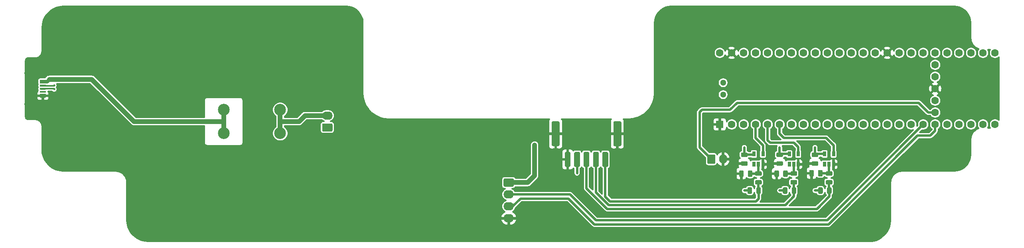
<source format=gtl>
G04 #@! TF.GenerationSoftware,KiCad,Pcbnew,(5.1.6-0-10_14)*
G04 #@! TF.CreationDate,2020-11-25T02:11:22-05:00*
G04 #@! TF.ProjectId,power board,706f7765-7220-4626-9f61-72642e6b6963,0.1.0*
G04 #@! TF.SameCoordinates,Original*
G04 #@! TF.FileFunction,Copper,L1,Top*
G04 #@! TF.FilePolarity,Positive*
%FSLAX46Y46*%
G04 Gerber Fmt 4.6, Leading zero omitted, Abs format (unit mm)*
G04 Created by KiCad (PCBNEW (5.1.6-0-10_14)) date 2020-11-25 02:11:22*
%MOMM*%
%LPD*%
G01*
G04 APERTURE LIST*
G04 #@! TA.AperFunction,SMDPad,CuDef*
%ADD10R,0.650000X1.060000*%
G04 #@! TD*
G04 #@! TA.AperFunction,ComponentPad*
%ADD11C,1.300000*%
G04 #@! TD*
G04 #@! TA.AperFunction,ComponentPad*
%ADD12C,1.600000*%
G04 #@! TD*
G04 #@! TA.AperFunction,ComponentPad*
%ADD13R,1.600000X1.600000*%
G04 #@! TD*
G04 #@! TA.AperFunction,ComponentPad*
%ADD14C,6.400000*%
G04 #@! TD*
G04 #@! TA.AperFunction,ComponentPad*
%ADD15O,1.700000X2.000000*%
G04 #@! TD*
G04 #@! TA.AperFunction,ComponentPad*
%ADD16O,2.190000X1.740000*%
G04 #@! TD*
G04 #@! TA.AperFunction,ComponentPad*
%ADD17O,2.500000X2.000000*%
G04 #@! TD*
G04 #@! TA.AperFunction,SMDPad,CuDef*
%ADD18R,1.900000X1.900000*%
G04 #@! TD*
G04 #@! TA.AperFunction,SMDPad,CuDef*
%ADD19R,1.400000X1.600000*%
G04 #@! TD*
G04 #@! TA.AperFunction,ComponentPad*
%ADD20C,2.500000*%
G04 #@! TD*
G04 #@! TA.AperFunction,ViaPad*
%ADD21C,0.500000*%
G04 #@! TD*
G04 #@! TA.AperFunction,ViaPad*
%ADD22C,1.000000*%
G04 #@! TD*
G04 #@! TA.AperFunction,Conductor*
%ADD23C,1.000000*%
G04 #@! TD*
G04 #@! TA.AperFunction,Conductor*
%ADD24C,0.800000*%
G04 #@! TD*
G04 #@! TA.AperFunction,Conductor*
%ADD25C,0.500000*%
G04 #@! TD*
G04 #@! TA.AperFunction,Conductor*
%ADD26C,0.300000*%
G04 #@! TD*
G04 APERTURE END LIST*
D10*
G04 #@! TO.P,U4,5*
G04 #@! TO.N,+3V3*
X195550000Y-118900000D03*
G04 #@! TO.P,U4,4*
G04 #@! TO.N,/Debounced-Switch*
X197450000Y-118900000D03*
G04 #@! TO.P,U4,3*
G04 #@! TO.N,GND*
X197450000Y-121100000D03*
G04 #@! TO.P,U4,2*
G04 #@! TO.N,/Debounce Switch/Input-Filter*
X196500000Y-121100000D03*
G04 #@! TO.P,U4,1*
G04 #@! TO.N,N/C*
X195550000Y-121100000D03*
G04 #@! TD*
G04 #@! TO.P,U3,5*
G04 #@! TO.N,+3V3*
X188050000Y-118900000D03*
G04 #@! TO.P,U3,4*
G04 #@! TO.N,/Debounced-Encoder-B*
X189950000Y-118900000D03*
G04 #@! TO.P,U3,3*
G04 #@! TO.N,GND*
X189950000Y-121100000D03*
G04 #@! TO.P,U3,2*
G04 #@! TO.N,/Debounce Encoder B/Input-Filter*
X189000000Y-121100000D03*
G04 #@! TO.P,U3,1*
G04 #@! TO.N,N/C*
X188050000Y-121100000D03*
G04 #@! TD*
G04 #@! TO.P,U2,5*
G04 #@! TO.N,+3V3*
X180550000Y-118900000D03*
G04 #@! TO.P,U2,4*
G04 #@! TO.N,/Debounced-Encoder-A*
X182450000Y-118900000D03*
G04 #@! TO.P,U2,3*
G04 #@! TO.N,GND*
X182450000Y-121100000D03*
G04 #@! TO.P,U2,2*
G04 #@! TO.N,/Debounce Encoder A/Input-Filter*
X181500000Y-121100000D03*
G04 #@! TO.P,U2,1*
G04 #@! TO.N,N/C*
X180550000Y-121100000D03*
G04 #@! TD*
G04 #@! TO.P,R6,2*
G04 #@! TO.N,/Knob-SW*
G04 #@! TA.AperFunction,SMDPad,CuDef*
G36*
G01*
X196043750Y-124450000D02*
X196956250Y-124450000D01*
G75*
G02*
X197200000Y-124693750I0J-243750D01*
G01*
X197200000Y-125181250D01*
G75*
G02*
X196956250Y-125425000I-243750J0D01*
G01*
X196043750Y-125425000D01*
G75*
G02*
X195800000Y-125181250I0J243750D01*
G01*
X195800000Y-124693750D01*
G75*
G02*
X196043750Y-124450000I243750J0D01*
G01*
G37*
G04 #@! TD.AperFunction*
G04 #@! TO.P,R6,1*
G04 #@! TO.N,/Debounce Switch/Input-Filter*
G04 #@! TA.AperFunction,SMDPad,CuDef*
G36*
G01*
X196043750Y-122575000D02*
X196956250Y-122575000D01*
G75*
G02*
X197200000Y-122818750I0J-243750D01*
G01*
X197200000Y-123306250D01*
G75*
G02*
X196956250Y-123550000I-243750J0D01*
G01*
X196043750Y-123550000D01*
G75*
G02*
X195800000Y-123306250I0J243750D01*
G01*
X195800000Y-122818750D01*
G75*
G02*
X196043750Y-122575000I243750J0D01*
G01*
G37*
G04 #@! TD.AperFunction*
G04 #@! TD*
G04 #@! TO.P,R5,2*
G04 #@! TO.N,/Knob-SW*
G04 #@! TA.AperFunction,SMDPad,CuDef*
G36*
G01*
X196050000Y-127156250D02*
X196050000Y-126243750D01*
G75*
G02*
X196293750Y-126000000I243750J0D01*
G01*
X196781250Y-126000000D01*
G75*
G02*
X197025000Y-126243750I0J-243750D01*
G01*
X197025000Y-127156250D01*
G75*
G02*
X196781250Y-127400000I-243750J0D01*
G01*
X196293750Y-127400000D01*
G75*
G02*
X196050000Y-127156250I0J243750D01*
G01*
G37*
G04 #@! TD.AperFunction*
G04 #@! TO.P,R5,1*
G04 #@! TO.N,+3V3*
G04 #@! TA.AperFunction,SMDPad,CuDef*
G36*
G01*
X194175000Y-127156250D02*
X194175000Y-126243750D01*
G75*
G02*
X194418750Y-126000000I243750J0D01*
G01*
X194906250Y-126000000D01*
G75*
G02*
X195150000Y-126243750I0J-243750D01*
G01*
X195150000Y-127156250D01*
G75*
G02*
X194906250Y-127400000I-243750J0D01*
G01*
X194418750Y-127400000D01*
G75*
G02*
X194175000Y-127156250I0J243750D01*
G01*
G37*
G04 #@! TD.AperFunction*
G04 #@! TD*
G04 #@! TO.P,R4,2*
G04 #@! TO.N,/Knob-Encoder-B*
G04 #@! TA.AperFunction,SMDPad,CuDef*
G36*
G01*
X188543750Y-124450000D02*
X189456250Y-124450000D01*
G75*
G02*
X189700000Y-124693750I0J-243750D01*
G01*
X189700000Y-125181250D01*
G75*
G02*
X189456250Y-125425000I-243750J0D01*
G01*
X188543750Y-125425000D01*
G75*
G02*
X188300000Y-125181250I0J243750D01*
G01*
X188300000Y-124693750D01*
G75*
G02*
X188543750Y-124450000I243750J0D01*
G01*
G37*
G04 #@! TD.AperFunction*
G04 #@! TO.P,R4,1*
G04 #@! TO.N,/Debounce Encoder B/Input-Filter*
G04 #@! TA.AperFunction,SMDPad,CuDef*
G36*
G01*
X188543750Y-122575000D02*
X189456250Y-122575000D01*
G75*
G02*
X189700000Y-122818750I0J-243750D01*
G01*
X189700000Y-123306250D01*
G75*
G02*
X189456250Y-123550000I-243750J0D01*
G01*
X188543750Y-123550000D01*
G75*
G02*
X188300000Y-123306250I0J243750D01*
G01*
X188300000Y-122818750D01*
G75*
G02*
X188543750Y-122575000I243750J0D01*
G01*
G37*
G04 #@! TD.AperFunction*
G04 #@! TD*
G04 #@! TO.P,R3,2*
G04 #@! TO.N,/Knob-Encoder-B*
G04 #@! TA.AperFunction,SMDPad,CuDef*
G36*
G01*
X188550000Y-127156250D02*
X188550000Y-126243750D01*
G75*
G02*
X188793750Y-126000000I243750J0D01*
G01*
X189281250Y-126000000D01*
G75*
G02*
X189525000Y-126243750I0J-243750D01*
G01*
X189525000Y-127156250D01*
G75*
G02*
X189281250Y-127400000I-243750J0D01*
G01*
X188793750Y-127400000D01*
G75*
G02*
X188550000Y-127156250I0J243750D01*
G01*
G37*
G04 #@! TD.AperFunction*
G04 #@! TO.P,R3,1*
G04 #@! TO.N,+3V3*
G04 #@! TA.AperFunction,SMDPad,CuDef*
G36*
G01*
X186675000Y-127156250D02*
X186675000Y-126243750D01*
G75*
G02*
X186918750Y-126000000I243750J0D01*
G01*
X187406250Y-126000000D01*
G75*
G02*
X187650000Y-126243750I0J-243750D01*
G01*
X187650000Y-127156250D01*
G75*
G02*
X187406250Y-127400000I-243750J0D01*
G01*
X186918750Y-127400000D01*
G75*
G02*
X186675000Y-127156250I0J243750D01*
G01*
G37*
G04 #@! TD.AperFunction*
G04 #@! TD*
G04 #@! TO.P,R2,2*
G04 #@! TO.N,/Knob-Encoder-A*
G04 #@! TA.AperFunction,SMDPad,CuDef*
G36*
G01*
X181043750Y-124450000D02*
X181956250Y-124450000D01*
G75*
G02*
X182200000Y-124693750I0J-243750D01*
G01*
X182200000Y-125181250D01*
G75*
G02*
X181956250Y-125425000I-243750J0D01*
G01*
X181043750Y-125425000D01*
G75*
G02*
X180800000Y-125181250I0J243750D01*
G01*
X180800000Y-124693750D01*
G75*
G02*
X181043750Y-124450000I243750J0D01*
G01*
G37*
G04 #@! TD.AperFunction*
G04 #@! TO.P,R2,1*
G04 #@! TO.N,/Debounce Encoder A/Input-Filter*
G04 #@! TA.AperFunction,SMDPad,CuDef*
G36*
G01*
X181043750Y-122575000D02*
X181956250Y-122575000D01*
G75*
G02*
X182200000Y-122818750I0J-243750D01*
G01*
X182200000Y-123306250D01*
G75*
G02*
X181956250Y-123550000I-243750J0D01*
G01*
X181043750Y-123550000D01*
G75*
G02*
X180800000Y-123306250I0J243750D01*
G01*
X180800000Y-122818750D01*
G75*
G02*
X181043750Y-122575000I243750J0D01*
G01*
G37*
G04 #@! TD.AperFunction*
G04 #@! TD*
G04 #@! TO.P,R1,2*
G04 #@! TO.N,/Knob-Encoder-A*
G04 #@! TA.AperFunction,SMDPad,CuDef*
G36*
G01*
X181050000Y-127156250D02*
X181050000Y-126243750D01*
G75*
G02*
X181293750Y-126000000I243750J0D01*
G01*
X181781250Y-126000000D01*
G75*
G02*
X182025000Y-126243750I0J-243750D01*
G01*
X182025000Y-127156250D01*
G75*
G02*
X181781250Y-127400000I-243750J0D01*
G01*
X181293750Y-127400000D01*
G75*
G02*
X181050000Y-127156250I0J243750D01*
G01*
G37*
G04 #@! TD.AperFunction*
G04 #@! TO.P,R1,1*
G04 #@! TO.N,+3V3*
G04 #@! TA.AperFunction,SMDPad,CuDef*
G36*
G01*
X179175000Y-127156250D02*
X179175000Y-126243750D01*
G75*
G02*
X179418750Y-126000000I243750J0D01*
G01*
X179906250Y-126000000D01*
G75*
G02*
X180150000Y-126243750I0J-243750D01*
G01*
X180150000Y-127156250D01*
G75*
G02*
X179906250Y-127400000I-243750J0D01*
G01*
X179418750Y-127400000D01*
G75*
G02*
X179175000Y-127156250I0J243750D01*
G01*
G37*
G04 #@! TD.AperFunction*
G04 #@! TD*
G04 #@! TO.P,C6,2*
G04 #@! TO.N,GND*
G04 #@! TA.AperFunction,SMDPad,CuDef*
G36*
G01*
X193250000Y-122543750D02*
X193250000Y-123456250D01*
G75*
G02*
X193006250Y-123700000I-243750J0D01*
G01*
X192518750Y-123700000D01*
G75*
G02*
X192275000Y-123456250I0J243750D01*
G01*
X192275000Y-122543750D01*
G75*
G02*
X192518750Y-122300000I243750J0D01*
G01*
X193006250Y-122300000D01*
G75*
G02*
X193250000Y-122543750I0J-243750D01*
G01*
G37*
G04 #@! TD.AperFunction*
G04 #@! TO.P,C6,1*
G04 #@! TO.N,/Debounce Switch/Input-Filter*
G04 #@! TA.AperFunction,SMDPad,CuDef*
G36*
G01*
X195125000Y-122543750D02*
X195125000Y-123456250D01*
G75*
G02*
X194881250Y-123700000I-243750J0D01*
G01*
X194393750Y-123700000D01*
G75*
G02*
X194150000Y-123456250I0J243750D01*
G01*
X194150000Y-122543750D01*
G75*
G02*
X194393750Y-122300000I243750J0D01*
G01*
X194881250Y-122300000D01*
G75*
G02*
X195125000Y-122543750I0J-243750D01*
G01*
G37*
G04 #@! TD.AperFunction*
G04 #@! TD*
G04 #@! TO.P,C5,2*
G04 #@! TO.N,GND*
G04 #@! TA.AperFunction,SMDPad,CuDef*
G36*
G01*
X193043750Y-120450000D02*
X193956250Y-120450000D01*
G75*
G02*
X194200000Y-120693750I0J-243750D01*
G01*
X194200000Y-121181250D01*
G75*
G02*
X193956250Y-121425000I-243750J0D01*
G01*
X193043750Y-121425000D01*
G75*
G02*
X192800000Y-121181250I0J243750D01*
G01*
X192800000Y-120693750D01*
G75*
G02*
X193043750Y-120450000I243750J0D01*
G01*
G37*
G04 #@! TD.AperFunction*
G04 #@! TO.P,C5,1*
G04 #@! TO.N,+3V3*
G04 #@! TA.AperFunction,SMDPad,CuDef*
G36*
G01*
X193043750Y-118575000D02*
X193956250Y-118575000D01*
G75*
G02*
X194200000Y-118818750I0J-243750D01*
G01*
X194200000Y-119306250D01*
G75*
G02*
X193956250Y-119550000I-243750J0D01*
G01*
X193043750Y-119550000D01*
G75*
G02*
X192800000Y-119306250I0J243750D01*
G01*
X192800000Y-118818750D01*
G75*
G02*
X193043750Y-118575000I243750J0D01*
G01*
G37*
G04 #@! TD.AperFunction*
G04 #@! TD*
G04 #@! TO.P,C4,2*
G04 #@! TO.N,GND*
G04 #@! TA.AperFunction,SMDPad,CuDef*
G36*
G01*
X185850000Y-122643750D02*
X185850000Y-123556250D01*
G75*
G02*
X185606250Y-123800000I-243750J0D01*
G01*
X185118750Y-123800000D01*
G75*
G02*
X184875000Y-123556250I0J243750D01*
G01*
X184875000Y-122643750D01*
G75*
G02*
X185118750Y-122400000I243750J0D01*
G01*
X185606250Y-122400000D01*
G75*
G02*
X185850000Y-122643750I0J-243750D01*
G01*
G37*
G04 #@! TD.AperFunction*
G04 #@! TO.P,C4,1*
G04 #@! TO.N,/Debounce Encoder B/Input-Filter*
G04 #@! TA.AperFunction,SMDPad,CuDef*
G36*
G01*
X187725000Y-122643750D02*
X187725000Y-123556250D01*
G75*
G02*
X187481250Y-123800000I-243750J0D01*
G01*
X186993750Y-123800000D01*
G75*
G02*
X186750000Y-123556250I0J243750D01*
G01*
X186750000Y-122643750D01*
G75*
G02*
X186993750Y-122400000I243750J0D01*
G01*
X187481250Y-122400000D01*
G75*
G02*
X187725000Y-122643750I0J-243750D01*
G01*
G37*
G04 #@! TD.AperFunction*
G04 #@! TD*
G04 #@! TO.P,C3,2*
G04 #@! TO.N,GND*
G04 #@! TA.AperFunction,SMDPad,CuDef*
G36*
G01*
X185543750Y-120450000D02*
X186456250Y-120450000D01*
G75*
G02*
X186700000Y-120693750I0J-243750D01*
G01*
X186700000Y-121181250D01*
G75*
G02*
X186456250Y-121425000I-243750J0D01*
G01*
X185543750Y-121425000D01*
G75*
G02*
X185300000Y-121181250I0J243750D01*
G01*
X185300000Y-120693750D01*
G75*
G02*
X185543750Y-120450000I243750J0D01*
G01*
G37*
G04 #@! TD.AperFunction*
G04 #@! TO.P,C3,1*
G04 #@! TO.N,+3V3*
G04 #@! TA.AperFunction,SMDPad,CuDef*
G36*
G01*
X185543750Y-118575000D02*
X186456250Y-118575000D01*
G75*
G02*
X186700000Y-118818750I0J-243750D01*
G01*
X186700000Y-119306250D01*
G75*
G02*
X186456250Y-119550000I-243750J0D01*
G01*
X185543750Y-119550000D01*
G75*
G02*
X185300000Y-119306250I0J243750D01*
G01*
X185300000Y-118818750D01*
G75*
G02*
X185543750Y-118575000I243750J0D01*
G01*
G37*
G04 #@! TD.AperFunction*
G04 #@! TD*
G04 #@! TO.P,C2,2*
G04 #@! TO.N,GND*
G04 #@! TA.AperFunction,SMDPad,CuDef*
G36*
G01*
X178350000Y-122643750D02*
X178350000Y-123556250D01*
G75*
G02*
X178106250Y-123800000I-243750J0D01*
G01*
X177618750Y-123800000D01*
G75*
G02*
X177375000Y-123556250I0J243750D01*
G01*
X177375000Y-122643750D01*
G75*
G02*
X177618750Y-122400000I243750J0D01*
G01*
X178106250Y-122400000D01*
G75*
G02*
X178350000Y-122643750I0J-243750D01*
G01*
G37*
G04 #@! TD.AperFunction*
G04 #@! TO.P,C2,1*
G04 #@! TO.N,/Debounce Encoder A/Input-Filter*
G04 #@! TA.AperFunction,SMDPad,CuDef*
G36*
G01*
X180225000Y-122643750D02*
X180225000Y-123556250D01*
G75*
G02*
X179981250Y-123800000I-243750J0D01*
G01*
X179493750Y-123800000D01*
G75*
G02*
X179250000Y-123556250I0J243750D01*
G01*
X179250000Y-122643750D01*
G75*
G02*
X179493750Y-122400000I243750J0D01*
G01*
X179981250Y-122400000D01*
G75*
G02*
X180225000Y-122643750I0J-243750D01*
G01*
G37*
G04 #@! TD.AperFunction*
G04 #@! TD*
G04 #@! TO.P,C1,2*
G04 #@! TO.N,GND*
G04 #@! TA.AperFunction,SMDPad,CuDef*
G36*
G01*
X178043750Y-120450000D02*
X178956250Y-120450000D01*
G75*
G02*
X179200000Y-120693750I0J-243750D01*
G01*
X179200000Y-121181250D01*
G75*
G02*
X178956250Y-121425000I-243750J0D01*
G01*
X178043750Y-121425000D01*
G75*
G02*
X177800000Y-121181250I0J243750D01*
G01*
X177800000Y-120693750D01*
G75*
G02*
X178043750Y-120450000I243750J0D01*
G01*
G37*
G04 #@! TD.AperFunction*
G04 #@! TO.P,C1,1*
G04 #@! TO.N,+3V3*
G04 #@! TA.AperFunction,SMDPad,CuDef*
G36*
G01*
X178043750Y-118575000D02*
X178956250Y-118575000D01*
G75*
G02*
X179200000Y-118818750I0J-243750D01*
G01*
X179200000Y-119306250D01*
G75*
G02*
X178956250Y-119550000I-243750J0D01*
G01*
X178043750Y-119550000D01*
G75*
G02*
X177800000Y-119306250I0J243750D01*
G01*
X177800000Y-118818750D01*
G75*
G02*
X178043750Y-118575000I243750J0D01*
G01*
G37*
G04 #@! TD.AperFunction*
G04 #@! TD*
G04 #@! TO.P,J5,1*
G04 #@! TO.N,/Knob-Encoder-A*
G04 #@! TA.AperFunction,SMDPad,CuDef*
G36*
G01*
X149600000Y-118661800D02*
X149600000Y-121468200D01*
G75*
G02*
X149403200Y-121665000I-196800J0D01*
G01*
X148596800Y-121665000D01*
G75*
G02*
X148400000Y-121468200I0J196800D01*
G01*
X148400000Y-118661800D01*
G75*
G02*
X148596800Y-118465000I196800J0D01*
G01*
X149403200Y-118465000D01*
G75*
G02*
X149600000Y-118661800I0J-196800D01*
G01*
G37*
G04 #@! TD.AperFunction*
G04 #@! TO.P,J5,2*
G04 #@! TO.N,/Knob-Encoder-B*
G04 #@! TA.AperFunction,SMDPad,CuDef*
G36*
G01*
X147600000Y-118661800D02*
X147600000Y-121468200D01*
G75*
G02*
X147403200Y-121665000I-196800J0D01*
G01*
X146596800Y-121665000D01*
G75*
G02*
X146400000Y-121468200I0J196800D01*
G01*
X146400000Y-118661800D01*
G75*
G02*
X146596800Y-118465000I196800J0D01*
G01*
X147403200Y-118465000D01*
G75*
G02*
X147600000Y-118661800I0J-196800D01*
G01*
G37*
G04 #@! TD.AperFunction*
G04 #@! TO.P,J5,3*
G04 #@! TO.N,/Knob-SW*
G04 #@! TA.AperFunction,SMDPad,CuDef*
G36*
G01*
X145600000Y-118661800D02*
X145600000Y-121468200D01*
G75*
G02*
X145403200Y-121665000I-196800J0D01*
G01*
X144596800Y-121665000D01*
G75*
G02*
X144400000Y-121468200I0J196800D01*
G01*
X144400000Y-118661800D01*
G75*
G02*
X144596800Y-118465000I196800J0D01*
G01*
X145403200Y-118465000D01*
G75*
G02*
X145600000Y-118661800I0J-196800D01*
G01*
G37*
G04 #@! TD.AperFunction*
G04 #@! TO.P,J5,4*
G04 #@! TO.N,+3V3*
G04 #@! TA.AperFunction,SMDPad,CuDef*
G36*
G01*
X143600000Y-118661800D02*
X143600000Y-121468200D01*
G75*
G02*
X143403200Y-121665000I-196800J0D01*
G01*
X142596800Y-121665000D01*
G75*
G02*
X142400000Y-121468200I0J196800D01*
G01*
X142400000Y-118661800D01*
G75*
G02*
X142596800Y-118465000I196800J0D01*
G01*
X143403200Y-118465000D01*
G75*
G02*
X143600000Y-118661800I0J-196800D01*
G01*
G37*
G04 #@! TD.AperFunction*
G04 #@! TO.P,J5,MP*
G04 #@! TO.N,GND*
G04 #@! TA.AperFunction,SMDPad,CuDef*
G36*
G01*
X139300000Y-112213800D02*
X139300000Y-116956200D01*
G75*
G02*
X139021200Y-117235000I-278800J0D01*
G01*
X137878800Y-117235000D01*
G75*
G02*
X137600000Y-116956200I0J278800D01*
G01*
X137600000Y-112213800D01*
G75*
G02*
X137878800Y-111935000I278800J0D01*
G01*
X139021200Y-111935000D01*
G75*
G02*
X139300000Y-112213800I0J-278800D01*
G01*
G37*
G04 #@! TD.AperFunction*
G04 #@! TA.AperFunction,SMDPad,CuDef*
G36*
G01*
X152400000Y-112213800D02*
X152400000Y-116956200D01*
G75*
G02*
X152121200Y-117235000I-278800J0D01*
G01*
X150978800Y-117235000D01*
G75*
G02*
X150700000Y-116956200I0J278800D01*
G01*
X150700000Y-112213800D01*
G75*
G02*
X150978800Y-111935000I278800J0D01*
G01*
X152121200Y-111935000D01*
G75*
G02*
X152400000Y-112213800I0J-278800D01*
G01*
G37*
G04 #@! TD.AperFunction*
G04 #@! TO.P,J5,5*
G04 #@! TA.AperFunction,SMDPad,CuDef*
G36*
G01*
X141600000Y-118661800D02*
X141600000Y-121468200D01*
G75*
G02*
X141403200Y-121665000I-196800J0D01*
G01*
X140596800Y-121665000D01*
G75*
G02*
X140400000Y-121468200I0J196800D01*
G01*
X140400000Y-118661800D01*
G75*
G02*
X140596800Y-118465000I196800J0D01*
G01*
X141403200Y-118465000D01*
G75*
G02*
X141600000Y-118661800I0J-196800D01*
G01*
G37*
G04 #@! TD.AperFunction*
G04 #@! TD*
D11*
G04 #@! TO.P,U1,66*
G04 #@! TO.N,/D-*
X174020000Y-103730000D03*
G04 #@! TO.P,U1,67*
G04 #@! TO.N,/D+*
X174020000Y-106270000D03*
D12*
G04 #@! TO.P,U1,54*
G04 #@! TO.N,Net-(U1-Pad54)*
X219010000Y-99920000D03*
G04 #@! TO.P,U1,53*
G04 #@! TO.N,Net-(U1-Pad53)*
X219010000Y-102460000D03*
G04 #@! TO.P,U1,52*
G04 #@! TO.N,GND*
X219010000Y-105000000D03*
G04 #@! TO.P,U1,51*
G04 #@! TO.N,Net-(U1-Pad51)*
X219010000Y-107540000D03*
G04 #@! TO.P,U1,50*
G04 #@! TO.N,/VBatt*
X219010000Y-110080000D03*
G04 #@! TO.P,U1,17*
G04 #@! TO.N,Net-(U1-Pad17)*
X213930000Y-112620000D03*
G04 #@! TO.P,U1,18*
G04 #@! TO.N,/Data*
X216470000Y-112620000D03*
G04 #@! TO.P,U1,19*
G04 #@! TO.N,/Clock*
X219010000Y-112620000D03*
G04 #@! TO.P,U1,20*
G04 #@! TO.N,Net-(U1-Pad20)*
X221550000Y-112620000D03*
G04 #@! TO.P,U1,16*
G04 #@! TO.N,Net-(U1-Pad16)*
X211390000Y-112620000D03*
G04 #@! TO.P,U1,15*
G04 #@! TO.N,+3V3*
X208850000Y-112620000D03*
G04 #@! TO.P,U1,14*
G04 #@! TO.N,Net-(U1-Pad14)*
X206310000Y-112620000D03*
G04 #@! TO.P,U1,21*
G04 #@! TO.N,Net-(U1-Pad21)*
X224090000Y-112620000D03*
G04 #@! TO.P,U1,22*
G04 #@! TO.N,Net-(U1-Pad22)*
X226630000Y-112620000D03*
G04 #@! TO.P,U1,23*
G04 #@! TO.N,Net-(U1-Pad23)*
X229170000Y-112620000D03*
G04 #@! TO.P,U1,24*
G04 #@! TO.N,Net-(U1-Pad24)*
X231710000Y-112620000D03*
G04 #@! TO.P,U1,25*
G04 #@! TO.N,Net-(U1-Pad25)*
X231710000Y-97380000D03*
G04 #@! TO.P,U1,26*
G04 #@! TO.N,Net-(U1-Pad26)*
X229170000Y-97380000D03*
G04 #@! TO.P,U1,27*
G04 #@! TO.N,Net-(U1-Pad27)*
X226630000Y-97380000D03*
G04 #@! TO.P,U1,28*
G04 #@! TO.N,Net-(U1-Pad28)*
X224090000Y-97380000D03*
G04 #@! TO.P,U1,29*
G04 #@! TO.N,Net-(U1-Pad29)*
X221550000Y-97380000D03*
G04 #@! TO.P,U1,30*
G04 #@! TO.N,Net-(U1-Pad30)*
X219010000Y-97380000D03*
G04 #@! TO.P,U1,31*
G04 #@! TO.N,Net-(U1-Pad31)*
X216470000Y-97380000D03*
G04 #@! TO.P,U1,32*
G04 #@! TO.N,Net-(U1-Pad32)*
X213930000Y-97380000D03*
G04 #@! TO.P,U1,33*
G04 #@! TO.N,Net-(U1-Pad33)*
X211390000Y-97380000D03*
G04 #@! TO.P,U1,34*
G04 #@! TO.N,GND*
X208850000Y-97380000D03*
G04 #@! TO.P,U1,13*
G04 #@! TO.N,Net-(U1-Pad13)*
X203770000Y-112620000D03*
G04 #@! TO.P,U1,12*
G04 #@! TO.N,Net-(U1-Pad12)*
X201230000Y-112620000D03*
G04 #@! TO.P,U1,11*
G04 #@! TO.N,Net-(U1-Pad11)*
X198690000Y-112620000D03*
G04 #@! TO.P,U1,10*
G04 #@! TO.N,Net-(U1-Pad10)*
X196150000Y-112620000D03*
G04 #@! TO.P,U1,9*
G04 #@! TO.N,Net-(U1-Pad9)*
X193610000Y-112620000D03*
G04 #@! TO.P,U1,8*
G04 #@! TO.N,Net-(U1-Pad8)*
X191070000Y-112620000D03*
G04 #@! TO.P,U1,7*
G04 #@! TO.N,Net-(U1-Pad7)*
X188530000Y-112620000D03*
G04 #@! TO.P,U1,6*
G04 #@! TO.N,/Debounced-Switch*
X185990000Y-112620000D03*
G04 #@! TO.P,U1,5*
G04 #@! TO.N,/Debounced-Encoder-B*
X183450000Y-112620000D03*
G04 #@! TO.P,U1,4*
G04 #@! TO.N,/Debounced-Encoder-A*
X180910000Y-112620000D03*
G04 #@! TO.P,U1,3*
G04 #@! TO.N,Net-(U1-Pad3)*
X178370000Y-112620000D03*
G04 #@! TO.P,U1,2*
G04 #@! TO.N,Net-(U1-Pad2)*
X175830000Y-112620000D03*
D13*
G04 #@! TO.P,U1,1*
G04 #@! TO.N,GND*
X173290000Y-112620000D03*
D12*
G04 #@! TO.P,U1,35*
G04 #@! TO.N,Net-(U1-Pad35)*
X206310000Y-97380000D03*
G04 #@! TO.P,U1,36*
G04 #@! TO.N,Net-(U1-Pad36)*
X203770000Y-97380000D03*
G04 #@! TO.P,U1,37*
G04 #@! TO.N,Net-(U1-Pad37)*
X201230000Y-97380000D03*
G04 #@! TO.P,U1,38*
G04 #@! TO.N,Net-(U1-Pad38)*
X198690000Y-97380000D03*
G04 #@! TO.P,U1,39*
G04 #@! TO.N,Net-(U1-Pad39)*
X196150000Y-97380000D03*
G04 #@! TO.P,U1,40*
G04 #@! TO.N,Net-(U1-Pad40)*
X193610000Y-97380000D03*
G04 #@! TO.P,U1,41*
G04 #@! TO.N,Net-(U1-Pad41)*
X191070000Y-97380000D03*
G04 #@! TO.P,U1,42*
G04 #@! TO.N,Net-(U1-Pad42)*
X188530000Y-97380000D03*
G04 #@! TO.P,U1,43*
G04 #@! TO.N,Net-(U1-Pad43)*
X185990000Y-97380000D03*
G04 #@! TO.P,U1,44*
G04 #@! TO.N,Net-(U1-Pad44)*
X183450000Y-97380000D03*
G04 #@! TO.P,U1,45*
G04 #@! TO.N,Net-(U1-Pad45)*
X180910000Y-97380000D03*
G04 #@! TO.P,U1,46*
G04 #@! TO.N,Net-(U1-Pad46)*
X178370000Y-97380000D03*
G04 #@! TO.P,U1,47*
G04 #@! TO.N,GND*
X175830000Y-97380000D03*
G04 #@! TO.P,U1,48*
G04 #@! TO.N,+5V*
X173290000Y-97380000D03*
G04 #@! TD*
D14*
G04 #@! TO.P,H4,1*
G04 #@! TO.N,GND*
X65000000Y-131000000D03*
G04 #@! TD*
D15*
G04 #@! TO.P,J4,2*
G04 #@! TO.N,GND*
X174000000Y-120000000D03*
G04 #@! TO.P,J4,1*
G04 #@! TO.N,/VBatt*
G04 #@! TA.AperFunction,ComponentPad*
G36*
G01*
X170650000Y-120750000D02*
X170650000Y-119250000D01*
G75*
G02*
X170900000Y-119000000I250000J0D01*
G01*
X172100000Y-119000000D01*
G75*
G02*
X172350000Y-119250000I0J-250000D01*
G01*
X172350000Y-120750000D01*
G75*
G02*
X172100000Y-121000000I-250000J0D01*
G01*
X170900000Y-121000000D01*
G75*
G02*
X170650000Y-120750000I0J250000D01*
G01*
G37*
G04 #@! TD.AperFunction*
G04 #@! TD*
D16*
G04 #@! TO.P,J1,4*
G04 #@! TO.N,GND*
X128500000Y-132620000D03*
G04 #@! TO.P,J1,3*
G04 #@! TO.N,/Clock*
X128500000Y-130080000D03*
G04 #@! TO.P,J1,2*
G04 #@! TO.N,/Data*
X128500000Y-127540000D03*
G04 #@! TO.P,J1,1*
G04 #@! TO.N,+5V*
G04 #@! TA.AperFunction,ComponentPad*
G36*
G01*
X127654999Y-124130000D02*
X129345001Y-124130000D01*
G75*
G02*
X129595000Y-124379999I0J-249999D01*
G01*
X129595000Y-125620001D01*
G75*
G02*
X129345001Y-125870000I-249999J0D01*
G01*
X127654999Y-125870000D01*
G75*
G02*
X127405000Y-125620001I0J249999D01*
G01*
X127405000Y-124379999D01*
G75*
G02*
X127654999Y-124130000I249999J0D01*
G01*
G37*
G04 #@! TD.AperFunction*
G04 #@! TD*
D14*
G04 #@! TO.P,H8,1*
G04 #@! TO.N,GND*
X163000000Y-91000000D03*
G04 #@! TD*
G04 #@! TO.P,H7,1*
G04 #@! TO.N,GND*
X163000000Y-121000000D03*
G04 #@! TD*
G04 #@! TO.P,H6,1*
G04 #@! TO.N,GND*
X223000000Y-119000000D03*
G04 #@! TD*
G04 #@! TO.P,H5,1*
G04 #@! TO.N,GND*
X223000000Y-91000000D03*
G04 #@! TD*
D17*
G04 #@! TO.P,J3,6*
G04 #@! TO.N,GND*
X26950000Y-108300000D03*
X26950000Y-101700000D03*
D18*
X26950000Y-106200000D03*
X26950000Y-103800000D03*
D19*
X29400000Y-108200000D03*
X29400000Y-101800000D03*
G04 #@! TO.P,J3,5*
G04 #@! TA.AperFunction,SMDPad,CuDef*
G36*
G01*
X29050000Y-106100000D02*
X30200000Y-106100000D01*
G75*
G02*
X30300000Y-106200000I0J-100000D01*
G01*
X30300000Y-106800000D01*
G75*
G02*
X30200000Y-106900000I-100000J0D01*
G01*
X29050000Y-106900000D01*
G75*
G02*
X28950000Y-106800000I0J100000D01*
G01*
X28950000Y-106200000D01*
G75*
G02*
X29050000Y-106100000I100000J0D01*
G01*
G37*
G04 #@! TD.AperFunction*
G04 #@! TO.P,J3,4*
G04 #@! TO.N,Net-(J3-Pad4)*
G04 #@! TA.AperFunction,SMDPad,CuDef*
G36*
G01*
X29050000Y-105450000D02*
X30200000Y-105450000D01*
G75*
G02*
X30300000Y-105550000I0J-100000D01*
G01*
X30300000Y-105750000D01*
G75*
G02*
X30200000Y-105850000I-100000J0D01*
G01*
X29050000Y-105850000D01*
G75*
G02*
X28950000Y-105750000I0J100000D01*
G01*
X28950000Y-105550000D01*
G75*
G02*
X29050000Y-105450000I100000J0D01*
G01*
G37*
G04 #@! TD.AperFunction*
G04 #@! TO.P,J3,3*
G04 #@! TO.N,/D+*
G04 #@! TA.AperFunction,SMDPad,CuDef*
G36*
G01*
X29050000Y-104800000D02*
X30200000Y-104800000D01*
G75*
G02*
X30300000Y-104900000I0J-100000D01*
G01*
X30300000Y-105100000D01*
G75*
G02*
X30200000Y-105200000I-100000J0D01*
G01*
X29050000Y-105200000D01*
G75*
G02*
X28950000Y-105100000I0J100000D01*
G01*
X28950000Y-104900000D01*
G75*
G02*
X29050000Y-104800000I100000J0D01*
G01*
G37*
G04 #@! TD.AperFunction*
G04 #@! TO.P,J3,2*
G04 #@! TO.N,/D-*
G04 #@! TA.AperFunction,SMDPad,CuDef*
G36*
G01*
X29050000Y-104150000D02*
X30200000Y-104150000D01*
G75*
G02*
X30300000Y-104250000I0J-100000D01*
G01*
X30300000Y-104450000D01*
G75*
G02*
X30200000Y-104550000I-100000J0D01*
G01*
X29050000Y-104550000D01*
G75*
G02*
X28950000Y-104450000I0J100000D01*
G01*
X28950000Y-104250000D01*
G75*
G02*
X29050000Y-104150000I100000J0D01*
G01*
G37*
G04 #@! TD.AperFunction*
G04 #@! TO.P,J3,1*
G04 #@! TO.N,/VBUS-Raw*
G04 #@! TA.AperFunction,SMDPad,CuDef*
G36*
G01*
X29050000Y-103100000D02*
X30200000Y-103100000D01*
G75*
G02*
X30300000Y-103200000I0J-100000D01*
G01*
X30300000Y-103800000D01*
G75*
G02*
X30200000Y-103900000I-100000J0D01*
G01*
X29050000Y-103900000D01*
G75*
G02*
X28950000Y-103800000I0J100000D01*
G01*
X28950000Y-103200000D01*
G75*
G02*
X29050000Y-103100000I100000J0D01*
G01*
G37*
G04 #@! TD.AperFunction*
G04 #@! TD*
G04 #@! TO.P,J2,1*
G04 #@! TO.N,+5V*
G04 #@! TA.AperFunction,ComponentPad*
G36*
G01*
X90845001Y-114140000D02*
X89154999Y-114140000D01*
G75*
G02*
X88905000Y-113890001I0J249999D01*
G01*
X88905000Y-112649999D01*
G75*
G02*
X89154999Y-112400000I249999J0D01*
G01*
X90845001Y-112400000D01*
G75*
G02*
X91095000Y-112649999I0J-249999D01*
G01*
X91095000Y-113890001D01*
G75*
G02*
X90845001Y-114140000I-249999J0D01*
G01*
G37*
G04 #@! TD.AperFunction*
D16*
G04 #@! TO.P,J2,2*
G04 #@! TO.N,Net-(F1-Pad2)*
X90000000Y-110730000D03*
G04 #@! TD*
D14*
G04 #@! TO.P,H3,1*
G04 #@! TO.N,GND*
X94000000Y-91000000D03*
G04 #@! TD*
G04 #@! TO.P,H2,1*
G04 #@! TO.N,GND*
X40000000Y-117000000D03*
G04 #@! TD*
G04 #@! TO.P,H1,1*
G04 #@! TO.N,GND*
X40000000Y-93000000D03*
G04 #@! TD*
D20*
G04 #@! TO.P,F1,2*
G04 #@! TO.N,Net-(F1-Pad2)*
X80000000Y-109500000D03*
X80000000Y-114500000D03*
G04 #@! TO.P,F1,1*
G04 #@! TO.N,/VBUS-Raw*
X68000000Y-109500000D03*
X68000000Y-114500000D03*
G04 #@! TD*
D21*
G04 #@! TO.N,GND*
X27000000Y-100000000D03*
X29000000Y-100000000D03*
X31000000Y-100000000D03*
X27000000Y-110000000D03*
X29000000Y-110000000D03*
X31000000Y-110000000D03*
X31000000Y-108000000D03*
X31000000Y-101500000D03*
X33000000Y-101500000D03*
X35000000Y-101500000D03*
X37000000Y-101500000D03*
X39000000Y-101500000D03*
X41000000Y-101500000D03*
X42500000Y-103000000D03*
X44000000Y-104500000D03*
X45500000Y-106000000D03*
X47000000Y-107500000D03*
X48500000Y-109000000D03*
X50000000Y-110500000D03*
X52000000Y-110500000D03*
X54000000Y-110500000D03*
X56000000Y-110500000D03*
X58000000Y-110500000D03*
X60000000Y-110500000D03*
X62000000Y-110500000D03*
X41000000Y-106500000D03*
X42500000Y-108000000D03*
X44000000Y-109500000D03*
X45500000Y-111000000D03*
X47000000Y-112500000D03*
X50000000Y-113500000D03*
X52000000Y-113500000D03*
X54000000Y-113500000D03*
X56000000Y-113500000D03*
X58000000Y-113500000D03*
X60000000Y-113500000D03*
X62000000Y-113500000D03*
X48500000Y-113500000D03*
X33000000Y-106000000D03*
X36500000Y-107500000D03*
X38000000Y-109000000D03*
X39500000Y-110500000D03*
X41000000Y-112000000D03*
X39500000Y-105000000D03*
X42500000Y-113500000D03*
X44000000Y-115000000D03*
X45500000Y-116500000D03*
X47000000Y-118000000D03*
X48500000Y-119500000D03*
X50000000Y-121000000D03*
X52000000Y-121500000D03*
X54000000Y-121500000D03*
X56000000Y-121500000D03*
X58000000Y-121500000D03*
X60000000Y-121500000D03*
X62000000Y-121500000D03*
X64000000Y-121500000D03*
X66000000Y-121500000D03*
X68000000Y-121500000D03*
X70000000Y-121500000D03*
X72000000Y-121500000D03*
X74000000Y-121500000D03*
X76000000Y-121500000D03*
X78000000Y-121500000D03*
X80000000Y-121500000D03*
X82000000Y-121500000D03*
X84000000Y-121500000D03*
X86000000Y-121500000D03*
X88000000Y-121500000D03*
X90000000Y-121500000D03*
X92000000Y-121500000D03*
X94000000Y-121500000D03*
X96000000Y-121500000D03*
X98000000Y-121500000D03*
X100000000Y-121500000D03*
X102000000Y-121500000D03*
X104000000Y-121500000D03*
X106000000Y-121500000D03*
X108000000Y-121500000D03*
X110000000Y-121500000D03*
X112000000Y-121500000D03*
X114000000Y-121500000D03*
X116000000Y-121500000D03*
X118000000Y-121500000D03*
X120000000Y-121500000D03*
X122000000Y-121500000D03*
X124000000Y-121500000D03*
X126000000Y-121500000D03*
X128000000Y-121500000D03*
X130000000Y-121500000D03*
X132000000Y-121500000D03*
X136000000Y-121500000D03*
X35000000Y-106000000D03*
X52000000Y-118500000D03*
X54000000Y-118500000D03*
X56000000Y-118500000D03*
X58000000Y-118500000D03*
X60000000Y-118500000D03*
X62000000Y-118500000D03*
X64000000Y-118500000D03*
X66000000Y-118500000D03*
X68000000Y-118500000D03*
X70000000Y-118500000D03*
X72000000Y-118500000D03*
X74000000Y-118500000D03*
X76000000Y-118500000D03*
X78000000Y-118500000D03*
X80000000Y-118500000D03*
X82000000Y-118500000D03*
X84000000Y-118500000D03*
X86000000Y-118500000D03*
X88000000Y-118500000D03*
X90000000Y-118500000D03*
X92000000Y-118500000D03*
X94000000Y-118500000D03*
X96000000Y-118500000D03*
X98000000Y-118500000D03*
X100000000Y-118500000D03*
X102000000Y-118500000D03*
X104000000Y-118500000D03*
X106000000Y-118500000D03*
X108000000Y-118500000D03*
X110000000Y-118500000D03*
X112000000Y-118500000D03*
X114000000Y-118500000D03*
X116000000Y-118500000D03*
X118000000Y-118500000D03*
X120000000Y-118500000D03*
X122000000Y-118500000D03*
X124000000Y-118500000D03*
X126000000Y-118500000D03*
X128000000Y-118500000D03*
X130000000Y-118500000D03*
X132000000Y-118500000D03*
X136000000Y-118500000D03*
X138000000Y-118500000D03*
X138000000Y-121500000D03*
X151500000Y-118500000D03*
X152000000Y-121500000D03*
X154000000Y-121500000D03*
X153500000Y-118500000D03*
X155000000Y-117000000D03*
X155500000Y-120000000D03*
X157000000Y-118500000D03*
X158500000Y-117000000D03*
X160000000Y-115500000D03*
X161500000Y-114000000D03*
X156500000Y-115500000D03*
X158000000Y-114000000D03*
X159500000Y-112500000D03*
X161000000Y-111000000D03*
X162500000Y-109500000D03*
X164000000Y-108000000D03*
X165500000Y-106500000D03*
X167000000Y-105000000D03*
X168500000Y-103500000D03*
X170500000Y-103500000D03*
X172500000Y-103500000D03*
X163000000Y-112500000D03*
X164500000Y-111000000D03*
X166000000Y-109500000D03*
X167500000Y-108000000D03*
X169000000Y-106500000D03*
X170500000Y-106500000D03*
X172500000Y-106500000D03*
X146000000Y-124000000D03*
X148000000Y-124000000D03*
X150000000Y-124000000D03*
X144000000Y-124000000D03*
X152000000Y-124000000D03*
X154000000Y-124000000D03*
X116000000Y-115500000D03*
X94000000Y-115500000D03*
X122000000Y-115500000D03*
X114000000Y-115500000D03*
X108000000Y-115500000D03*
X112000000Y-115500000D03*
X96000000Y-115500000D03*
X102000000Y-115500000D03*
X104000000Y-115500000D03*
X126000000Y-115500000D03*
X118000000Y-115500000D03*
X98000000Y-115500000D03*
X106000000Y-115500000D03*
X100000000Y-115500000D03*
X124000000Y-115500000D03*
X120000000Y-115500000D03*
X110000000Y-115500000D03*
X128000000Y-115500000D03*
X130000000Y-115500000D03*
X132000000Y-115500000D03*
X134000000Y-115500000D03*
X136000000Y-115500000D03*
X142000000Y-115500000D03*
X144000000Y-115500000D03*
X146000000Y-115500000D03*
X148000000Y-115500000D03*
X155000000Y-113000000D03*
X156500000Y-111500000D03*
X158000000Y-110000000D03*
X159500000Y-108500000D03*
X161000000Y-107000000D03*
X162500000Y-105500000D03*
X164000000Y-104000000D03*
X165500000Y-102500000D03*
X167000000Y-101000000D03*
X168500000Y-99500000D03*
X170000000Y-98000000D03*
X171500000Y-96500000D03*
X155500000Y-123000000D03*
X157000000Y-121500000D03*
X158500000Y-120000000D03*
X160000000Y-118500000D03*
X161500000Y-117000000D03*
X163000000Y-116000000D03*
X165000000Y-116000000D03*
X167000000Y-116000000D03*
X165000000Y-114000000D03*
X167000000Y-114000000D03*
X171000000Y-114000000D03*
X171000000Y-116000000D03*
X171000000Y-112000000D03*
X173000000Y-116000000D03*
X175000000Y-116000000D03*
X177000000Y-116000000D03*
X179000000Y-116000000D03*
X170500000Y-108500000D03*
X172500000Y-108500000D03*
X174500000Y-108500000D03*
X177000000Y-107000000D03*
X179000000Y-107000000D03*
X183000000Y-107000000D03*
X181000000Y-107000000D03*
X187000000Y-107000000D03*
X185000000Y-107000000D03*
X189000000Y-107000000D03*
X193000000Y-107000000D03*
X191000000Y-107000000D03*
X195000000Y-107000000D03*
X197000000Y-107000000D03*
X203000000Y-107000000D03*
X199000000Y-107000000D03*
X201000000Y-107000000D03*
X205000000Y-107000000D03*
X207000000Y-107000000D03*
X217000000Y-107000000D03*
X209000000Y-107000000D03*
X215000000Y-107000000D03*
X211000000Y-107000000D03*
X213000000Y-107000000D03*
X215000000Y-109000000D03*
X211000000Y-109000000D03*
X209000000Y-109000000D03*
X213000000Y-109000000D03*
X207000000Y-109000000D03*
X205000000Y-109000000D03*
X193000000Y-109000000D03*
X195000000Y-109000000D03*
X201000000Y-109000000D03*
X203000000Y-109000000D03*
X199000000Y-109000000D03*
X197000000Y-109000000D03*
X181000000Y-109000000D03*
X191000000Y-109000000D03*
X185000000Y-109000000D03*
X189000000Y-109000000D03*
X183000000Y-109000000D03*
X187000000Y-109000000D03*
X179000000Y-109000000D03*
X172500000Y-110500000D03*
X174500000Y-110500000D03*
X199000000Y-116000000D03*
X201000000Y-116000000D03*
X203000000Y-116000000D03*
X205000000Y-116000000D03*
X207000000Y-116000000D03*
X199000000Y-119000000D03*
X201000000Y-119000000D03*
X203000000Y-119000000D03*
X205000000Y-119000000D03*
X211000000Y-116000000D03*
X209500000Y-117500000D03*
X208000000Y-119000000D03*
X206500000Y-120500000D03*
X205000000Y-122000000D03*
X203500000Y-123500000D03*
X202000000Y-125000000D03*
X200500000Y-126500000D03*
X196000000Y-131000000D03*
X199000000Y-128000000D03*
X197500000Y-129500000D03*
X194000000Y-132000000D03*
X192000000Y-132000000D03*
X190000000Y-132000000D03*
X188000000Y-132000000D03*
X186000000Y-132000000D03*
X184000000Y-132000000D03*
X182000000Y-132000000D03*
X180000000Y-132000000D03*
X178000000Y-132000000D03*
X176000000Y-132000000D03*
X174000000Y-132000000D03*
X172000000Y-132000000D03*
X170000000Y-132000000D03*
X168000000Y-132000000D03*
X166000000Y-132000000D03*
X164000000Y-132000000D03*
X162000000Y-132000000D03*
X160000000Y-132000000D03*
X158000000Y-132000000D03*
X156000000Y-132000000D03*
X154000000Y-132000000D03*
X152000000Y-132000000D03*
X150000000Y-132000000D03*
X148000000Y-132000000D03*
X146500000Y-130500000D03*
X145000000Y-129000000D03*
X143500000Y-127500000D03*
X142000000Y-126500000D03*
X140000000Y-126500000D03*
X138000000Y-126500000D03*
X136000000Y-126500000D03*
X134000000Y-126500000D03*
X132000000Y-126500000D03*
X138000000Y-129500000D03*
X140000000Y-129500000D03*
X132000000Y-129500000D03*
X134000000Y-129500000D03*
X136000000Y-129500000D03*
X142000000Y-130500000D03*
X145000000Y-133500000D03*
X146500000Y-135000000D03*
X143500000Y-132000000D03*
X152000000Y-135000000D03*
X150000000Y-135000000D03*
X154000000Y-135000000D03*
X156000000Y-135000000D03*
X148000000Y-135000000D03*
X160000000Y-135000000D03*
X164000000Y-135000000D03*
X158000000Y-135000000D03*
X162000000Y-135000000D03*
X166000000Y-135000000D03*
X172000000Y-135000000D03*
X174000000Y-135000000D03*
X168000000Y-135000000D03*
X170000000Y-135000000D03*
X176000000Y-135000000D03*
X180000000Y-135000000D03*
X178000000Y-135000000D03*
X182000000Y-135000000D03*
X188000000Y-135000000D03*
X190000000Y-135000000D03*
X184000000Y-135000000D03*
X186000000Y-135000000D03*
X192000000Y-135000000D03*
X194000000Y-135000000D03*
X196000000Y-135000000D03*
X197500000Y-135000000D03*
X205000000Y-127500000D03*
X202000000Y-130500000D03*
X208000000Y-124500000D03*
X200500000Y-132000000D03*
X203500000Y-129000000D03*
X199000000Y-133500000D03*
X206500000Y-126000000D03*
X211000000Y-121500000D03*
X212500000Y-120000000D03*
X209500000Y-123000000D03*
X215500000Y-117000000D03*
X214000000Y-118500000D03*
X217000000Y-116000000D03*
X219000000Y-116000000D03*
X212500000Y-114500000D03*
X152000000Y-128000000D03*
X156000000Y-128000000D03*
X154000000Y-128000000D03*
X158000000Y-128000000D03*
X170000000Y-128000000D03*
X164000000Y-128000000D03*
X166000000Y-128000000D03*
X160000000Y-128000000D03*
X162000000Y-128000000D03*
X168000000Y-128000000D03*
X176000000Y-128000000D03*
X172000000Y-128000000D03*
X174000000Y-128000000D03*
X178000000Y-128000000D03*
X186000000Y-128500000D03*
X184000000Y-128500000D03*
X190000000Y-129500000D03*
X192000000Y-129500000D03*
X184000000Y-123000000D03*
X191500000Y-123000000D03*
X176500000Y-123000000D03*
X84000000Y-110000000D03*
X84000000Y-114000000D03*
X50500000Y-117000000D03*
X49000000Y-115500000D03*
X170000000Y-102000000D03*
X171500000Y-100500000D03*
X150000000Y-126000000D03*
X146000000Y-126000000D03*
X148000000Y-126000000D03*
X144000000Y-126000000D03*
X130000000Y-126500000D03*
D22*
G04 #@! TO.N,+5V*
X134000000Y-117000000D03*
D21*
G04 #@! TO.N,/D+*
X32000000Y-105100000D03*
G04 #@! TO.N,/D-*
X32000000Y-104300000D03*
G04 #@! TO.N,+3V3*
X143000000Y-123000000D03*
X178500000Y-126700000D03*
X178500000Y-117500000D03*
X186000000Y-117500000D03*
X186000000Y-126700000D03*
X193500000Y-117500000D03*
X193500000Y-126700000D03*
G04 #@! TD*
D23*
G04 #@! TO.N,Net-(F1-Pad2)*
X80000000Y-112000000D02*
X80000000Y-114500000D01*
X80000000Y-109500000D02*
X80000000Y-112000000D01*
X84000000Y-112000000D02*
X85270000Y-110730000D01*
X85270000Y-110730000D02*
X90000000Y-110730000D01*
X80000000Y-112000000D02*
X84000000Y-112000000D01*
D24*
G04 #@! TO.N,/VBUS-Raw*
X29625000Y-103500000D02*
X30500000Y-103500000D01*
X30500000Y-103500000D02*
X31000000Y-103000000D01*
D23*
X40000000Y-103000000D02*
X49000000Y-112000000D01*
X31000000Y-103000000D02*
X40000000Y-103000000D01*
X49000000Y-112000000D02*
X68000000Y-112000000D01*
X68000000Y-112000000D02*
X68000000Y-114500000D01*
X68000000Y-109500000D02*
X68000000Y-112000000D01*
D25*
G04 #@! TO.N,GND*
X27250000Y-106500000D02*
X26950000Y-106200000D01*
D23*
G04 #@! TO.N,+5V*
X134000000Y-117000000D02*
X134000000Y-123500000D01*
X134000000Y-123500000D02*
X132500000Y-125000000D01*
X128500000Y-125000000D02*
X130500000Y-125000000D01*
X130500000Y-125000000D02*
X129000000Y-125000000D01*
X132500000Y-125000000D02*
X130500000Y-125000000D01*
D26*
G04 #@! TO.N,/D+*
X31900000Y-105000000D02*
X32000000Y-105100000D01*
X29625000Y-105000000D02*
X31900000Y-105000000D01*
G04 #@! TO.N,/D-*
X31950000Y-104350000D02*
X32000000Y-104300000D01*
X29625000Y-104350000D02*
X31950000Y-104350000D01*
D25*
G04 #@! TO.N,/Clock*
X219010000Y-113990000D02*
X219010000Y-112620000D01*
X218000000Y-115000000D02*
X219010000Y-113990000D01*
X141200000Y-128400000D02*
X146700000Y-133900000D01*
X146700000Y-133900000D02*
X196400000Y-133900000D01*
X196400000Y-133900000D02*
X215300000Y-115000000D01*
X131000000Y-128400000D02*
X141200000Y-128400000D01*
X129320000Y-130080000D02*
X131000000Y-128400000D01*
X215300000Y-115000000D02*
X218000000Y-115000000D01*
X128500000Y-130080000D02*
X129320000Y-130080000D01*
G04 #@! TO.N,/Data*
X129000000Y-127540000D02*
X129540000Y-127540000D01*
X216470000Y-112630000D02*
X216470000Y-112620000D01*
X196100000Y-133000000D02*
X216470000Y-112630000D01*
X147000000Y-133000000D02*
X196100000Y-133000000D01*
X141540000Y-127540000D02*
X147000000Y-133000000D01*
X128500000Y-127540000D02*
X141540000Y-127540000D01*
G04 #@! TO.N,/VBatt*
X169000000Y-110000000D02*
X169000000Y-117500000D01*
X169500000Y-109500000D02*
X169000000Y-110000000D01*
X215500000Y-108000000D02*
X177000000Y-108000000D01*
X175500000Y-109500000D02*
X169500000Y-109500000D01*
X217580000Y-110080000D02*
X215500000Y-108000000D01*
X169000000Y-117500000D02*
X171500000Y-120000000D01*
X177000000Y-108000000D02*
X175500000Y-109500000D01*
X219010000Y-110080000D02*
X217580000Y-110080000D01*
G04 #@! TO.N,/Knob-Encoder-A*
X149000000Y-125000000D02*
X149000000Y-120065000D01*
X181500000Y-126662500D02*
X181537500Y-126700000D01*
X181500000Y-124937500D02*
X181500000Y-126662500D01*
X181537500Y-126700000D02*
X181537500Y-128462500D01*
X181537500Y-128462500D02*
X181000000Y-129000000D01*
X181000000Y-129000000D02*
X150000000Y-129000000D01*
X149000000Y-128000000D02*
X149000000Y-125000000D01*
X150000000Y-129000000D02*
X149000000Y-128000000D01*
G04 #@! TO.N,/Knob-Encoder-B*
X147000000Y-124100000D02*
X147000000Y-120065000D01*
X189000000Y-126662500D02*
X189037500Y-126700000D01*
X189000000Y-124937500D02*
X189000000Y-126662500D01*
X189037500Y-126700000D02*
X189037500Y-127962500D01*
X189037500Y-127962500D02*
X187200000Y-129800000D01*
X187200000Y-129800000D02*
X149700000Y-129800000D01*
X147000000Y-127100000D02*
X147000000Y-124100000D01*
X149700000Y-129800000D02*
X147000000Y-127100000D01*
G04 #@! TO.N,/Knob-SW*
X196500000Y-126662500D02*
X196537500Y-126700000D01*
X196500000Y-124937500D02*
X196500000Y-126662500D01*
X196537500Y-127962500D02*
X196537500Y-126700000D01*
X193900000Y-130600000D02*
X196537500Y-127962500D01*
X149400000Y-130600000D02*
X193900000Y-130600000D01*
X145000000Y-126200000D02*
X149400000Y-130600000D01*
X145000000Y-120065000D02*
X145000000Y-126200000D01*
G04 #@! TO.N,+3V3*
X180387500Y-119062500D02*
X180550000Y-118900000D01*
X178500000Y-119062500D02*
X180387500Y-119062500D01*
X143000000Y-123000000D02*
X143000000Y-120065000D01*
X178500000Y-126700000D02*
X179662500Y-126700000D01*
X186162500Y-118900000D02*
X186000000Y-119062500D01*
X188050000Y-118900000D02*
X186162500Y-118900000D01*
X178500000Y-119062500D02*
X178500000Y-117500000D01*
X186000000Y-119062500D02*
X186000000Y-117500000D01*
X186000000Y-126700000D02*
X187162500Y-126700000D01*
X193500000Y-119062500D02*
X193500000Y-117500000D01*
X193662500Y-118900000D02*
X193500000Y-119062500D01*
X195550000Y-118900000D02*
X193662500Y-118900000D01*
X193500000Y-126700000D02*
X194662500Y-126700000D01*
G04 #@! TO.N,/Debounce Encoder A/Input-Filter*
X181462500Y-123100000D02*
X181500000Y-123062500D01*
X179737500Y-123100000D02*
X181462500Y-123100000D01*
X181500000Y-121100000D02*
X181500000Y-123062500D01*
G04 #@! TO.N,/Debounce Encoder B/Input-Filter*
X189000000Y-121100000D02*
X189000000Y-123062500D01*
X187275000Y-123062500D02*
X187237500Y-123100000D01*
X189000000Y-123062500D02*
X187275000Y-123062500D01*
G04 #@! TO.N,/Debounce Switch/Input-Filter*
X196500000Y-121100000D02*
X196500000Y-123062500D01*
X196437500Y-123000000D02*
X196500000Y-123062500D01*
X194637500Y-123000000D02*
X196437500Y-123000000D01*
G04 #@! TO.N,/Debounced-Switch*
X185990000Y-112620000D02*
X185990000Y-114590000D01*
X185990000Y-114590000D02*
X186900000Y-115500000D01*
X186900000Y-115500000D02*
X195900000Y-115500000D01*
X197450000Y-117050000D02*
X197450000Y-118900000D01*
X195900000Y-115500000D02*
X197450000Y-117050000D01*
G04 #@! TO.N,/Debounced-Encoder-B*
X183450000Y-112620000D02*
X183450000Y-115950000D01*
X183450000Y-115950000D02*
X184000000Y-116500000D01*
X184000000Y-116500000D02*
X189000000Y-116500000D01*
X189950000Y-117450000D02*
X189950000Y-118900000D01*
X189000000Y-116500000D02*
X189950000Y-117450000D01*
G04 #@! TO.N,/Debounced-Encoder-A*
X180910000Y-112620000D02*
X180910000Y-115510000D01*
X182450000Y-117050000D02*
X182450000Y-118900000D01*
X180910000Y-115510000D02*
X182450000Y-117050000D01*
G04 #@! TD*
D26*
G04 #@! TO.N,GND*
G36*
X94684232Y-87544367D02*
G01*
X95342407Y-87743082D01*
X95949443Y-88065849D01*
X96482230Y-88500378D01*
X96920470Y-89030120D01*
X97247468Y-89634891D01*
X97450771Y-90291656D01*
X97524990Y-90997795D01*
X97525000Y-91000787D01*
X97525001Y-106023332D01*
X97526706Y-106040643D01*
X97579914Y-106765203D01*
X97581726Y-106776266D01*
X97582078Y-106787480D01*
X97591762Y-106841302D01*
X97799282Y-107705684D01*
X97804051Y-107719854D01*
X97807157Y-107734467D01*
X97826218Y-107785723D01*
X98183527Y-108599693D01*
X98190729Y-108612793D01*
X98196374Y-108626626D01*
X98224211Y-108673697D01*
X98720014Y-109411531D01*
X98729418Y-109423144D01*
X98737427Y-109435764D01*
X98773160Y-109477161D01*
X99391787Y-110115534D01*
X99403101Y-110125300D01*
X99413216Y-110136300D01*
X99455715Y-110170715D01*
X100177611Y-110689450D01*
X100190477Y-110697059D01*
X100202379Y-110706093D01*
X100250300Y-110732438D01*
X101052647Y-111115138D01*
X101066658Y-111120349D01*
X101079971Y-111127132D01*
X101131800Y-111144575D01*
X101989236Y-111379143D01*
X102003945Y-111381790D01*
X102018252Y-111386109D01*
X102072351Y-111394098D01*
X102955586Y-111472924D01*
X102976668Y-111475000D01*
X137126294Y-111475000D01*
X137050246Y-111567666D01*
X136989146Y-111681976D01*
X136951520Y-111806009D01*
X136938816Y-111935000D01*
X136942000Y-114316500D01*
X137106500Y-114481000D01*
X138346000Y-114481000D01*
X138346000Y-114461000D01*
X138554000Y-114461000D01*
X138554000Y-114481000D01*
X139793500Y-114481000D01*
X139958000Y-114316500D01*
X139961184Y-111935000D01*
X139948480Y-111806009D01*
X139910854Y-111681976D01*
X139849754Y-111567666D01*
X139773706Y-111475000D01*
X150226294Y-111475000D01*
X150150246Y-111567666D01*
X150089146Y-111681976D01*
X150051520Y-111806009D01*
X150038816Y-111935000D01*
X150042000Y-114316500D01*
X150206500Y-114481000D01*
X151446000Y-114481000D01*
X151446000Y-114461000D01*
X151654000Y-114461000D01*
X151654000Y-114481000D01*
X152893500Y-114481000D01*
X153058000Y-114316500D01*
X153061184Y-111935000D01*
X153048480Y-111806009D01*
X153010854Y-111681976D01*
X152949754Y-111567666D01*
X152873706Y-111475000D01*
X154023332Y-111475000D01*
X154040683Y-111473291D01*
X154765203Y-111420086D01*
X154776266Y-111418274D01*
X154787480Y-111417922D01*
X154841302Y-111408238D01*
X155705684Y-111200718D01*
X155719854Y-111195949D01*
X155734467Y-111192843D01*
X155785723Y-111173782D01*
X156599693Y-110816473D01*
X156612793Y-110809271D01*
X156626626Y-110803626D01*
X156673697Y-110775789D01*
X157411531Y-110279986D01*
X157423144Y-110270582D01*
X157435764Y-110262573D01*
X157477161Y-110226840D01*
X157711241Y-110000000D01*
X168296613Y-110000000D01*
X168300000Y-110034387D01*
X168300001Y-117465603D01*
X168296613Y-117500000D01*
X168310129Y-117637223D01*
X168350155Y-117769174D01*
X168415155Y-117890781D01*
X168479588Y-117969292D01*
X168502631Y-117997370D01*
X168529342Y-118019291D01*
X170197823Y-119687773D01*
X170197823Y-120750000D01*
X170211315Y-120886988D01*
X170251273Y-121018712D01*
X170316161Y-121140109D01*
X170403486Y-121246514D01*
X170509891Y-121333839D01*
X170631288Y-121398727D01*
X170763012Y-121438685D01*
X170900000Y-121452177D01*
X172100000Y-121452177D01*
X172236988Y-121438685D01*
X172368712Y-121398727D01*
X172490109Y-121333839D01*
X172596514Y-121246514D01*
X172683839Y-121140109D01*
X172748727Y-121018712D01*
X172756131Y-120994304D01*
X172860253Y-121140928D01*
X173075473Y-121344241D01*
X173326222Y-121501660D01*
X173602864Y-121607136D01*
X173661939Y-121619619D01*
X173896000Y-121489469D01*
X173896000Y-120104000D01*
X174104000Y-120104000D01*
X174104000Y-121489469D01*
X174338061Y-121619619D01*
X174397136Y-121607136D01*
X174673778Y-121501660D01*
X174924527Y-121344241D01*
X175139747Y-121140928D01*
X175311168Y-120899534D01*
X175432201Y-120629336D01*
X175498195Y-120340717D01*
X175345084Y-120104000D01*
X174104000Y-120104000D01*
X173896000Y-120104000D01*
X173876000Y-120104000D01*
X173876000Y-119896000D01*
X173896000Y-119896000D01*
X173896000Y-118510531D01*
X174104000Y-118510531D01*
X174104000Y-119896000D01*
X175345084Y-119896000D01*
X175498195Y-119659283D01*
X175432201Y-119370664D01*
X175311168Y-119100466D01*
X175139747Y-118859072D01*
X174924527Y-118655759D01*
X174673778Y-118498340D01*
X174397136Y-118392864D01*
X174338061Y-118380381D01*
X174104000Y-118510531D01*
X173896000Y-118510531D01*
X173661939Y-118380381D01*
X173602864Y-118392864D01*
X173326222Y-118498340D01*
X173075473Y-118655759D01*
X172860253Y-118859072D01*
X172756131Y-119005696D01*
X172748727Y-118981288D01*
X172683839Y-118859891D01*
X172596514Y-118753486D01*
X172490109Y-118666161D01*
X172368712Y-118601273D01*
X172236988Y-118561315D01*
X172100000Y-118547823D01*
X171037773Y-118547823D01*
X169700000Y-117210051D01*
X169700000Y-113420000D01*
X171828816Y-113420000D01*
X171841520Y-113548991D01*
X171879146Y-113673024D01*
X171940246Y-113787334D01*
X172022472Y-113887528D01*
X172122666Y-113969754D01*
X172236976Y-114030854D01*
X172361009Y-114068480D01*
X172490000Y-114081184D01*
X173021500Y-114078000D01*
X173186000Y-113913500D01*
X173186000Y-112724000D01*
X171996500Y-112724000D01*
X171832000Y-112888500D01*
X171828816Y-113420000D01*
X169700000Y-113420000D01*
X169700000Y-111820000D01*
X171828816Y-111820000D01*
X171832000Y-112351500D01*
X171996500Y-112516000D01*
X173186000Y-112516000D01*
X173186000Y-111326500D01*
X173394000Y-111326500D01*
X173394000Y-112516000D01*
X173414000Y-112516000D01*
X173414000Y-112724000D01*
X173394000Y-112724000D01*
X173394000Y-113913500D01*
X173558500Y-114078000D01*
X174090000Y-114081184D01*
X174218991Y-114068480D01*
X174343024Y-114030854D01*
X174457334Y-113969754D01*
X174557528Y-113887528D01*
X174639754Y-113787334D01*
X174700854Y-113673024D01*
X174738480Y-113548991D01*
X174751184Y-113420000D01*
X174750189Y-113253888D01*
X174859062Y-113416828D01*
X175033172Y-113590938D01*
X175237903Y-113727735D01*
X175465389Y-113821963D01*
X175706886Y-113870000D01*
X175953114Y-113870000D01*
X176194611Y-113821963D01*
X176422097Y-113727735D01*
X176626828Y-113590938D01*
X176800938Y-113416828D01*
X176937735Y-113212097D01*
X177031963Y-112984611D01*
X177080000Y-112743114D01*
X177080000Y-112496886D01*
X177120000Y-112496886D01*
X177120000Y-112743114D01*
X177168037Y-112984611D01*
X177262265Y-113212097D01*
X177399062Y-113416828D01*
X177573172Y-113590938D01*
X177777903Y-113727735D01*
X178005389Y-113821963D01*
X178246886Y-113870000D01*
X178493114Y-113870000D01*
X178734611Y-113821963D01*
X178962097Y-113727735D01*
X179166828Y-113590938D01*
X179340938Y-113416828D01*
X179477735Y-113212097D01*
X179571963Y-112984611D01*
X179620000Y-112743114D01*
X179620000Y-112496886D01*
X179660000Y-112496886D01*
X179660000Y-112743114D01*
X179708037Y-112984611D01*
X179802265Y-113212097D01*
X179939062Y-113416828D01*
X180113172Y-113590938D01*
X180210000Y-113655637D01*
X180210001Y-115475603D01*
X180206613Y-115510000D01*
X180220129Y-115647223D01*
X180260155Y-115779174D01*
X180325155Y-115900781D01*
X180390708Y-115980657D01*
X180412631Y-116007370D01*
X180439342Y-116029291D01*
X181750000Y-117339950D01*
X181750001Y-118117600D01*
X181749029Y-118118784D01*
X181707243Y-118196959D01*
X181681511Y-118281785D01*
X181672823Y-118370000D01*
X181672823Y-119430000D01*
X181681511Y-119518215D01*
X181707243Y-119603041D01*
X181749029Y-119681216D01*
X181805263Y-119749737D01*
X181873784Y-119805971D01*
X181951959Y-119847757D01*
X182036785Y-119873489D01*
X182125000Y-119882177D01*
X182775000Y-119882177D01*
X182863215Y-119873489D01*
X182948041Y-119847757D01*
X183026216Y-119805971D01*
X183094737Y-119749737D01*
X183150971Y-119681216D01*
X183192757Y-119603041D01*
X183218489Y-119518215D01*
X183227177Y-119430000D01*
X183227177Y-118370000D01*
X183218489Y-118281785D01*
X183192757Y-118196959D01*
X183150971Y-118118784D01*
X183150000Y-118117601D01*
X183150000Y-117084387D01*
X183153387Y-117050000D01*
X183150000Y-117015610D01*
X183139872Y-116912776D01*
X183099845Y-116780825D01*
X183068881Y-116722895D01*
X183034845Y-116659218D01*
X182969292Y-116579342D01*
X182969287Y-116579337D01*
X182947369Y-116552630D01*
X182920663Y-116530713D01*
X181610000Y-115220051D01*
X181610000Y-113655636D01*
X181706828Y-113590938D01*
X181880938Y-113416828D01*
X182017735Y-113212097D01*
X182111963Y-112984611D01*
X182160000Y-112743114D01*
X182160000Y-112496886D01*
X182111963Y-112255389D01*
X182017735Y-112027903D01*
X181880938Y-111823172D01*
X181706828Y-111649062D01*
X181502097Y-111512265D01*
X181274611Y-111418037D01*
X181033114Y-111370000D01*
X180786886Y-111370000D01*
X180545389Y-111418037D01*
X180317903Y-111512265D01*
X180113172Y-111649062D01*
X179939062Y-111823172D01*
X179802265Y-112027903D01*
X179708037Y-112255389D01*
X179660000Y-112496886D01*
X179620000Y-112496886D01*
X179571963Y-112255389D01*
X179477735Y-112027903D01*
X179340938Y-111823172D01*
X179166828Y-111649062D01*
X178962097Y-111512265D01*
X178734611Y-111418037D01*
X178493114Y-111370000D01*
X178246886Y-111370000D01*
X178005389Y-111418037D01*
X177777903Y-111512265D01*
X177573172Y-111649062D01*
X177399062Y-111823172D01*
X177262265Y-112027903D01*
X177168037Y-112255389D01*
X177120000Y-112496886D01*
X177080000Y-112496886D01*
X177031963Y-112255389D01*
X176937735Y-112027903D01*
X176800938Y-111823172D01*
X176626828Y-111649062D01*
X176422097Y-111512265D01*
X176194611Y-111418037D01*
X175953114Y-111370000D01*
X175706886Y-111370000D01*
X175465389Y-111418037D01*
X175237903Y-111512265D01*
X175033172Y-111649062D01*
X174859062Y-111823172D01*
X174750189Y-111986112D01*
X174751184Y-111820000D01*
X174738480Y-111691009D01*
X174700854Y-111566976D01*
X174639754Y-111452666D01*
X174557528Y-111352472D01*
X174457334Y-111270246D01*
X174343024Y-111209146D01*
X174218991Y-111171520D01*
X174090000Y-111158816D01*
X173558500Y-111162000D01*
X173394000Y-111326500D01*
X173186000Y-111326500D01*
X173021500Y-111162000D01*
X172490000Y-111158816D01*
X172361009Y-111171520D01*
X172236976Y-111209146D01*
X172122666Y-111270246D01*
X172022472Y-111352472D01*
X171940246Y-111452666D01*
X171879146Y-111566976D01*
X171841520Y-111691009D01*
X171828816Y-111820000D01*
X169700000Y-111820000D01*
X169700000Y-110289949D01*
X169789950Y-110200000D01*
X175465613Y-110200000D01*
X175500000Y-110203387D01*
X175534387Y-110200000D01*
X175534390Y-110200000D01*
X175637224Y-110189872D01*
X175769175Y-110149845D01*
X175890781Y-110084845D01*
X175997370Y-109997370D01*
X176019296Y-109970653D01*
X177289949Y-108700000D01*
X215210051Y-108700000D01*
X217060709Y-110550658D01*
X217082630Y-110577370D01*
X217109341Y-110599291D01*
X217109342Y-110599292D01*
X217189218Y-110664845D01*
X217280719Y-110713753D01*
X217310825Y-110729845D01*
X217442776Y-110769872D01*
X217545610Y-110780000D01*
X217545612Y-110780000D01*
X217579999Y-110783387D01*
X217614386Y-110780000D01*
X217974364Y-110780000D01*
X218039062Y-110876828D01*
X218213172Y-111050938D01*
X218417903Y-111187735D01*
X218645389Y-111281963D01*
X218886886Y-111330000D01*
X219133114Y-111330000D01*
X219374611Y-111281963D01*
X219602097Y-111187735D01*
X219806828Y-111050938D01*
X219980938Y-110876828D01*
X220117735Y-110672097D01*
X220211963Y-110444611D01*
X220260000Y-110203114D01*
X220260000Y-109956886D01*
X220211963Y-109715389D01*
X220117735Y-109487903D01*
X219980938Y-109283172D01*
X219806828Y-109109062D01*
X219602097Y-108972265D01*
X219374611Y-108878037D01*
X219133114Y-108830000D01*
X218886886Y-108830000D01*
X218645389Y-108878037D01*
X218417903Y-108972265D01*
X218213172Y-109109062D01*
X218039062Y-109283172D01*
X217974364Y-109380000D01*
X217869950Y-109380000D01*
X216019296Y-107529347D01*
X215997370Y-107502630D01*
X215892891Y-107416886D01*
X217760000Y-107416886D01*
X217760000Y-107663114D01*
X217808037Y-107904611D01*
X217902265Y-108132097D01*
X218039062Y-108336828D01*
X218213172Y-108510938D01*
X218417903Y-108647735D01*
X218645389Y-108741963D01*
X218886886Y-108790000D01*
X219133114Y-108790000D01*
X219374611Y-108741963D01*
X219602097Y-108647735D01*
X219806828Y-108510938D01*
X219980938Y-108336828D01*
X220117735Y-108132097D01*
X220211963Y-107904611D01*
X220260000Y-107663114D01*
X220260000Y-107416886D01*
X220211963Y-107175389D01*
X220117735Y-106947903D01*
X219980938Y-106743172D01*
X219806828Y-106569062D01*
X219602097Y-106432265D01*
X219477981Y-106380855D01*
X219613374Y-106335038D01*
X219784827Y-106243394D01*
X219853147Y-105990225D01*
X219010000Y-105147078D01*
X218166853Y-105990225D01*
X218235173Y-106243394D01*
X218492635Y-106370664D01*
X218537493Y-106382729D01*
X218417903Y-106432265D01*
X218213172Y-106569062D01*
X218039062Y-106743172D01*
X217902265Y-106947903D01*
X217808037Y-107175389D01*
X217760000Y-107416886D01*
X215892891Y-107416886D01*
X215890781Y-107415155D01*
X215769175Y-107350155D01*
X215637224Y-107310128D01*
X215534390Y-107300000D01*
X215534387Y-107300000D01*
X215500000Y-107296613D01*
X215465613Y-107300000D01*
X177034386Y-107300000D01*
X176999999Y-107296613D01*
X176965612Y-107300000D01*
X176965610Y-107300000D01*
X176862776Y-107310128D01*
X176730825Y-107350155D01*
X176609219Y-107415155D01*
X176502630Y-107502630D01*
X176480704Y-107529347D01*
X175210051Y-108800000D01*
X169534387Y-108800000D01*
X169500000Y-108796613D01*
X169465613Y-108800000D01*
X169465610Y-108800000D01*
X169362776Y-108810128D01*
X169247786Y-108845010D01*
X169230825Y-108850155D01*
X169109219Y-108915155D01*
X169079600Y-108939463D01*
X169002630Y-109002630D01*
X168980708Y-109029342D01*
X168529342Y-109480709D01*
X168502630Y-109502631D01*
X168480709Y-109529342D01*
X168480708Y-109529343D01*
X168415155Y-109609219D01*
X168405571Y-109627150D01*
X168350155Y-109730826D01*
X168310128Y-109862777D01*
X168300000Y-109965610D01*
X168296613Y-110000000D01*
X157711241Y-110000000D01*
X158115534Y-109608213D01*
X158125300Y-109596899D01*
X158136300Y-109586784D01*
X158170715Y-109544285D01*
X158689450Y-108822389D01*
X158697059Y-108809523D01*
X158706093Y-108797621D01*
X158732438Y-108749700D01*
X159115138Y-107947353D01*
X159120349Y-107933342D01*
X159127132Y-107920029D01*
X159144575Y-107868200D01*
X159379143Y-107010764D01*
X159381790Y-106996055D01*
X159386109Y-106981748D01*
X159394098Y-106927649D01*
X159462460Y-106161659D01*
X172920000Y-106161659D01*
X172920000Y-106378341D01*
X172962273Y-106590858D01*
X173045193Y-106791045D01*
X173165575Y-106971209D01*
X173318791Y-107124425D01*
X173498955Y-107244807D01*
X173699142Y-107327727D01*
X173911659Y-107370000D01*
X174128341Y-107370000D01*
X174340858Y-107327727D01*
X174541045Y-107244807D01*
X174721209Y-107124425D01*
X174874425Y-106971209D01*
X174994807Y-106791045D01*
X175077727Y-106590858D01*
X175120000Y-106378341D01*
X175120000Y-106161659D01*
X175077727Y-105949142D01*
X174994807Y-105748955D01*
X174874425Y-105568791D01*
X174721209Y-105415575D01*
X174541045Y-105295193D01*
X174340858Y-105212273D01*
X174128341Y-105170000D01*
X173911659Y-105170000D01*
X173699142Y-105212273D01*
X173498955Y-105295193D01*
X173318791Y-105415575D01*
X173165575Y-105568791D01*
X173045193Y-105748955D01*
X172962273Y-105949142D01*
X172920000Y-106161659D01*
X159462460Y-106161659D01*
X159472924Y-106044414D01*
X159475000Y-106023332D01*
X159475000Y-105046547D01*
X217545685Y-105046547D01*
X217582902Y-105331327D01*
X217674962Y-105603374D01*
X217766606Y-105774827D01*
X218019775Y-105843147D01*
X218862922Y-105000000D01*
X219157078Y-105000000D01*
X220000225Y-105843147D01*
X220253394Y-105774827D01*
X220380664Y-105517365D01*
X220455260Y-105240020D01*
X220474315Y-104953453D01*
X220437098Y-104668673D01*
X220345038Y-104396626D01*
X220253394Y-104225173D01*
X220000225Y-104156853D01*
X219157078Y-105000000D01*
X218862922Y-105000000D01*
X218019775Y-104156853D01*
X217766606Y-104225173D01*
X217639336Y-104482635D01*
X217564740Y-104759980D01*
X217545685Y-105046547D01*
X159475000Y-105046547D01*
X159475000Y-103621659D01*
X172920000Y-103621659D01*
X172920000Y-103838341D01*
X172962273Y-104050858D01*
X173045193Y-104251045D01*
X173165575Y-104431209D01*
X173318791Y-104584425D01*
X173498955Y-104704807D01*
X173699142Y-104787727D01*
X173911659Y-104830000D01*
X174128341Y-104830000D01*
X174340858Y-104787727D01*
X174541045Y-104704807D01*
X174721209Y-104584425D01*
X174874425Y-104431209D01*
X174994807Y-104251045D01*
X175077727Y-104050858D01*
X175120000Y-103838341D01*
X175120000Y-103621659D01*
X175077727Y-103409142D01*
X174994807Y-103208955D01*
X174874425Y-103028791D01*
X174721209Y-102875575D01*
X174541045Y-102755193D01*
X174340858Y-102672273D01*
X174128341Y-102630000D01*
X173911659Y-102630000D01*
X173699142Y-102672273D01*
X173498955Y-102755193D01*
X173318791Y-102875575D01*
X173165575Y-103028791D01*
X173045193Y-103208955D01*
X172962273Y-103409142D01*
X172920000Y-103621659D01*
X159475000Y-103621659D01*
X159475000Y-102336886D01*
X217760000Y-102336886D01*
X217760000Y-102583114D01*
X217808037Y-102824611D01*
X217902265Y-103052097D01*
X218039062Y-103256828D01*
X218213172Y-103430938D01*
X218417903Y-103567735D01*
X218542019Y-103619145D01*
X218406626Y-103664962D01*
X218235173Y-103756606D01*
X218166853Y-104009775D01*
X219010000Y-104852922D01*
X219853147Y-104009775D01*
X219784827Y-103756606D01*
X219527365Y-103629336D01*
X219482507Y-103617271D01*
X219602097Y-103567735D01*
X219806828Y-103430938D01*
X219980938Y-103256828D01*
X220117735Y-103052097D01*
X220211963Y-102824611D01*
X220260000Y-102583114D01*
X220260000Y-102336886D01*
X220211963Y-102095389D01*
X220117735Y-101867903D01*
X219980938Y-101663172D01*
X219806828Y-101489062D01*
X219602097Y-101352265D01*
X219374611Y-101258037D01*
X219133114Y-101210000D01*
X218886886Y-101210000D01*
X218645389Y-101258037D01*
X218417903Y-101352265D01*
X218213172Y-101489062D01*
X218039062Y-101663172D01*
X217902265Y-101867903D01*
X217808037Y-102095389D01*
X217760000Y-102336886D01*
X159475000Y-102336886D01*
X159475000Y-99796886D01*
X217760000Y-99796886D01*
X217760000Y-100043114D01*
X217808037Y-100284611D01*
X217902265Y-100512097D01*
X218039062Y-100716828D01*
X218213172Y-100890938D01*
X218417903Y-101027735D01*
X218645389Y-101121963D01*
X218886886Y-101170000D01*
X219133114Y-101170000D01*
X219374611Y-101121963D01*
X219602097Y-101027735D01*
X219806828Y-100890938D01*
X219980938Y-100716828D01*
X220117735Y-100512097D01*
X220211963Y-100284611D01*
X220260000Y-100043114D01*
X220260000Y-99796886D01*
X220211963Y-99555389D01*
X220117735Y-99327903D01*
X219980938Y-99123172D01*
X219806828Y-98949062D01*
X219602097Y-98812265D01*
X219374611Y-98718037D01*
X219133114Y-98670000D01*
X218886886Y-98670000D01*
X218645389Y-98718037D01*
X218417903Y-98812265D01*
X218213172Y-98949062D01*
X218039062Y-99123172D01*
X217902265Y-99327903D01*
X217808037Y-99555389D01*
X217760000Y-99796886D01*
X159475000Y-99796886D01*
X159475000Y-97256886D01*
X172040000Y-97256886D01*
X172040000Y-97503114D01*
X172088037Y-97744611D01*
X172182265Y-97972097D01*
X172319062Y-98176828D01*
X172493172Y-98350938D01*
X172697903Y-98487735D01*
X172925389Y-98581963D01*
X173166886Y-98630000D01*
X173413114Y-98630000D01*
X173654611Y-98581963D01*
X173882097Y-98487735D01*
X174057962Y-98370225D01*
X174986853Y-98370225D01*
X175055173Y-98623394D01*
X175312635Y-98750664D01*
X175589980Y-98825260D01*
X175876547Y-98844315D01*
X176161327Y-98807098D01*
X176433374Y-98715038D01*
X176604827Y-98623394D01*
X176673147Y-98370225D01*
X175830000Y-97527078D01*
X174986853Y-98370225D01*
X174057962Y-98370225D01*
X174086828Y-98350938D01*
X174260938Y-98176828D01*
X174397735Y-97972097D01*
X174449145Y-97847981D01*
X174494962Y-97983374D01*
X174586606Y-98154827D01*
X174839775Y-98223147D01*
X175682922Y-97380000D01*
X175977078Y-97380000D01*
X176820225Y-98223147D01*
X177073394Y-98154827D01*
X177200664Y-97897365D01*
X177212729Y-97852507D01*
X177262265Y-97972097D01*
X177399062Y-98176828D01*
X177573172Y-98350938D01*
X177777903Y-98487735D01*
X178005389Y-98581963D01*
X178246886Y-98630000D01*
X178493114Y-98630000D01*
X178734611Y-98581963D01*
X178962097Y-98487735D01*
X179166828Y-98350938D01*
X179340938Y-98176828D01*
X179477735Y-97972097D01*
X179571963Y-97744611D01*
X179620000Y-97503114D01*
X179620000Y-97256886D01*
X179660000Y-97256886D01*
X179660000Y-97503114D01*
X179708037Y-97744611D01*
X179802265Y-97972097D01*
X179939062Y-98176828D01*
X180113172Y-98350938D01*
X180317903Y-98487735D01*
X180545389Y-98581963D01*
X180786886Y-98630000D01*
X181033114Y-98630000D01*
X181274611Y-98581963D01*
X181502097Y-98487735D01*
X181706828Y-98350938D01*
X181880938Y-98176828D01*
X182017735Y-97972097D01*
X182111963Y-97744611D01*
X182160000Y-97503114D01*
X182160000Y-97256886D01*
X182200000Y-97256886D01*
X182200000Y-97503114D01*
X182248037Y-97744611D01*
X182342265Y-97972097D01*
X182479062Y-98176828D01*
X182653172Y-98350938D01*
X182857903Y-98487735D01*
X183085389Y-98581963D01*
X183326886Y-98630000D01*
X183573114Y-98630000D01*
X183814611Y-98581963D01*
X184042097Y-98487735D01*
X184246828Y-98350938D01*
X184420938Y-98176828D01*
X184557735Y-97972097D01*
X184651963Y-97744611D01*
X184700000Y-97503114D01*
X184700000Y-97256886D01*
X184740000Y-97256886D01*
X184740000Y-97503114D01*
X184788037Y-97744611D01*
X184882265Y-97972097D01*
X185019062Y-98176828D01*
X185193172Y-98350938D01*
X185397903Y-98487735D01*
X185625389Y-98581963D01*
X185866886Y-98630000D01*
X186113114Y-98630000D01*
X186354611Y-98581963D01*
X186582097Y-98487735D01*
X186786828Y-98350938D01*
X186960938Y-98176828D01*
X187097735Y-97972097D01*
X187191963Y-97744611D01*
X187240000Y-97503114D01*
X187240000Y-97256886D01*
X187280000Y-97256886D01*
X187280000Y-97503114D01*
X187328037Y-97744611D01*
X187422265Y-97972097D01*
X187559062Y-98176828D01*
X187733172Y-98350938D01*
X187937903Y-98487735D01*
X188165389Y-98581963D01*
X188406886Y-98630000D01*
X188653114Y-98630000D01*
X188894611Y-98581963D01*
X189122097Y-98487735D01*
X189326828Y-98350938D01*
X189500938Y-98176828D01*
X189637735Y-97972097D01*
X189731963Y-97744611D01*
X189780000Y-97503114D01*
X189780000Y-97256886D01*
X189820000Y-97256886D01*
X189820000Y-97503114D01*
X189868037Y-97744611D01*
X189962265Y-97972097D01*
X190099062Y-98176828D01*
X190273172Y-98350938D01*
X190477903Y-98487735D01*
X190705389Y-98581963D01*
X190946886Y-98630000D01*
X191193114Y-98630000D01*
X191434611Y-98581963D01*
X191662097Y-98487735D01*
X191866828Y-98350938D01*
X192040938Y-98176828D01*
X192177735Y-97972097D01*
X192271963Y-97744611D01*
X192320000Y-97503114D01*
X192320000Y-97256886D01*
X192360000Y-97256886D01*
X192360000Y-97503114D01*
X192408037Y-97744611D01*
X192502265Y-97972097D01*
X192639062Y-98176828D01*
X192813172Y-98350938D01*
X193017903Y-98487735D01*
X193245389Y-98581963D01*
X193486886Y-98630000D01*
X193733114Y-98630000D01*
X193974611Y-98581963D01*
X194202097Y-98487735D01*
X194406828Y-98350938D01*
X194580938Y-98176828D01*
X194717735Y-97972097D01*
X194811963Y-97744611D01*
X194860000Y-97503114D01*
X194860000Y-97256886D01*
X194900000Y-97256886D01*
X194900000Y-97503114D01*
X194948037Y-97744611D01*
X195042265Y-97972097D01*
X195179062Y-98176828D01*
X195353172Y-98350938D01*
X195557903Y-98487735D01*
X195785389Y-98581963D01*
X196026886Y-98630000D01*
X196273114Y-98630000D01*
X196514611Y-98581963D01*
X196742097Y-98487735D01*
X196946828Y-98350938D01*
X197120938Y-98176828D01*
X197257735Y-97972097D01*
X197351963Y-97744611D01*
X197400000Y-97503114D01*
X197400000Y-97256886D01*
X197440000Y-97256886D01*
X197440000Y-97503114D01*
X197488037Y-97744611D01*
X197582265Y-97972097D01*
X197719062Y-98176828D01*
X197893172Y-98350938D01*
X198097903Y-98487735D01*
X198325389Y-98581963D01*
X198566886Y-98630000D01*
X198813114Y-98630000D01*
X199054611Y-98581963D01*
X199282097Y-98487735D01*
X199486828Y-98350938D01*
X199660938Y-98176828D01*
X199797735Y-97972097D01*
X199891963Y-97744611D01*
X199940000Y-97503114D01*
X199940000Y-97256886D01*
X199980000Y-97256886D01*
X199980000Y-97503114D01*
X200028037Y-97744611D01*
X200122265Y-97972097D01*
X200259062Y-98176828D01*
X200433172Y-98350938D01*
X200637903Y-98487735D01*
X200865389Y-98581963D01*
X201106886Y-98630000D01*
X201353114Y-98630000D01*
X201594611Y-98581963D01*
X201822097Y-98487735D01*
X202026828Y-98350938D01*
X202200938Y-98176828D01*
X202337735Y-97972097D01*
X202431963Y-97744611D01*
X202480000Y-97503114D01*
X202480000Y-97256886D01*
X202520000Y-97256886D01*
X202520000Y-97503114D01*
X202568037Y-97744611D01*
X202662265Y-97972097D01*
X202799062Y-98176828D01*
X202973172Y-98350938D01*
X203177903Y-98487735D01*
X203405389Y-98581963D01*
X203646886Y-98630000D01*
X203893114Y-98630000D01*
X204134611Y-98581963D01*
X204362097Y-98487735D01*
X204566828Y-98350938D01*
X204740938Y-98176828D01*
X204877735Y-97972097D01*
X204971963Y-97744611D01*
X205020000Y-97503114D01*
X205020000Y-97256886D01*
X205060000Y-97256886D01*
X205060000Y-97503114D01*
X205108037Y-97744611D01*
X205202265Y-97972097D01*
X205339062Y-98176828D01*
X205513172Y-98350938D01*
X205717903Y-98487735D01*
X205945389Y-98581963D01*
X206186886Y-98630000D01*
X206433114Y-98630000D01*
X206674611Y-98581963D01*
X206902097Y-98487735D01*
X207077962Y-98370225D01*
X208006853Y-98370225D01*
X208075173Y-98623394D01*
X208332635Y-98750664D01*
X208609980Y-98825260D01*
X208896547Y-98844315D01*
X209181327Y-98807098D01*
X209453374Y-98715038D01*
X209624827Y-98623394D01*
X209693147Y-98370225D01*
X208850000Y-97527078D01*
X208006853Y-98370225D01*
X207077962Y-98370225D01*
X207106828Y-98350938D01*
X207280938Y-98176828D01*
X207417735Y-97972097D01*
X207469145Y-97847981D01*
X207514962Y-97983374D01*
X207606606Y-98154827D01*
X207859775Y-98223147D01*
X208702922Y-97380000D01*
X208997078Y-97380000D01*
X209840225Y-98223147D01*
X210093394Y-98154827D01*
X210220664Y-97897365D01*
X210232729Y-97852507D01*
X210282265Y-97972097D01*
X210419062Y-98176828D01*
X210593172Y-98350938D01*
X210797903Y-98487735D01*
X211025389Y-98581963D01*
X211266886Y-98630000D01*
X211513114Y-98630000D01*
X211754611Y-98581963D01*
X211982097Y-98487735D01*
X212186828Y-98350938D01*
X212360938Y-98176828D01*
X212497735Y-97972097D01*
X212591963Y-97744611D01*
X212640000Y-97503114D01*
X212640000Y-97256886D01*
X212680000Y-97256886D01*
X212680000Y-97503114D01*
X212728037Y-97744611D01*
X212822265Y-97972097D01*
X212959062Y-98176828D01*
X213133172Y-98350938D01*
X213337903Y-98487735D01*
X213565389Y-98581963D01*
X213806886Y-98630000D01*
X214053114Y-98630000D01*
X214294611Y-98581963D01*
X214522097Y-98487735D01*
X214726828Y-98350938D01*
X214900938Y-98176828D01*
X215037735Y-97972097D01*
X215131963Y-97744611D01*
X215180000Y-97503114D01*
X215180000Y-97256886D01*
X215220000Y-97256886D01*
X215220000Y-97503114D01*
X215268037Y-97744611D01*
X215362265Y-97972097D01*
X215499062Y-98176828D01*
X215673172Y-98350938D01*
X215877903Y-98487735D01*
X216105389Y-98581963D01*
X216346886Y-98630000D01*
X216593114Y-98630000D01*
X216834611Y-98581963D01*
X217062097Y-98487735D01*
X217266828Y-98350938D01*
X217440938Y-98176828D01*
X217577735Y-97972097D01*
X217671963Y-97744611D01*
X217720000Y-97503114D01*
X217720000Y-97256886D01*
X217760000Y-97256886D01*
X217760000Y-97503114D01*
X217808037Y-97744611D01*
X217902265Y-97972097D01*
X218039062Y-98176828D01*
X218213172Y-98350938D01*
X218417903Y-98487735D01*
X218645389Y-98581963D01*
X218886886Y-98630000D01*
X219133114Y-98630000D01*
X219374611Y-98581963D01*
X219602097Y-98487735D01*
X219806828Y-98350938D01*
X219980938Y-98176828D01*
X220117735Y-97972097D01*
X220211963Y-97744611D01*
X220260000Y-97503114D01*
X220260000Y-97256886D01*
X220300000Y-97256886D01*
X220300000Y-97503114D01*
X220348037Y-97744611D01*
X220442265Y-97972097D01*
X220579062Y-98176828D01*
X220753172Y-98350938D01*
X220957903Y-98487735D01*
X221185389Y-98581963D01*
X221426886Y-98630000D01*
X221673114Y-98630000D01*
X221914611Y-98581963D01*
X222142097Y-98487735D01*
X222346828Y-98350938D01*
X222520938Y-98176828D01*
X222657735Y-97972097D01*
X222751963Y-97744611D01*
X222800000Y-97503114D01*
X222800000Y-97256886D01*
X222840000Y-97256886D01*
X222840000Y-97503114D01*
X222888037Y-97744611D01*
X222982265Y-97972097D01*
X223119062Y-98176828D01*
X223293172Y-98350938D01*
X223497903Y-98487735D01*
X223725389Y-98581963D01*
X223966886Y-98630000D01*
X224213114Y-98630000D01*
X224454611Y-98581963D01*
X224682097Y-98487735D01*
X224886828Y-98350938D01*
X225060938Y-98176828D01*
X225197735Y-97972097D01*
X225291963Y-97744611D01*
X225340000Y-97503114D01*
X225340000Y-97256886D01*
X225380000Y-97256886D01*
X225380000Y-97503114D01*
X225428037Y-97744611D01*
X225522265Y-97972097D01*
X225659062Y-98176828D01*
X225833172Y-98350938D01*
X226037903Y-98487735D01*
X226265389Y-98581963D01*
X226506886Y-98630000D01*
X226753114Y-98630000D01*
X226994611Y-98581963D01*
X227222097Y-98487735D01*
X227426828Y-98350938D01*
X227600938Y-98176828D01*
X227737735Y-97972097D01*
X227831963Y-97744611D01*
X227880000Y-97503114D01*
X227880000Y-97256886D01*
X227831963Y-97015389D01*
X227737735Y-96787903D01*
X227600938Y-96583172D01*
X227426828Y-96409062D01*
X227222097Y-96272265D01*
X226994611Y-96178037D01*
X226753114Y-96130000D01*
X226506886Y-96130000D01*
X226265389Y-96178037D01*
X226037903Y-96272265D01*
X225833172Y-96409062D01*
X225659062Y-96583172D01*
X225522265Y-96787903D01*
X225428037Y-97015389D01*
X225380000Y-97256886D01*
X225340000Y-97256886D01*
X225291963Y-97015389D01*
X225197735Y-96787903D01*
X225060938Y-96583172D01*
X224886828Y-96409062D01*
X224682097Y-96272265D01*
X224454611Y-96178037D01*
X224213114Y-96130000D01*
X223966886Y-96130000D01*
X223725389Y-96178037D01*
X223497903Y-96272265D01*
X223293172Y-96409062D01*
X223119062Y-96583172D01*
X222982265Y-96787903D01*
X222888037Y-97015389D01*
X222840000Y-97256886D01*
X222800000Y-97256886D01*
X222751963Y-97015389D01*
X222657735Y-96787903D01*
X222520938Y-96583172D01*
X222346828Y-96409062D01*
X222142097Y-96272265D01*
X221914611Y-96178037D01*
X221673114Y-96130000D01*
X221426886Y-96130000D01*
X221185389Y-96178037D01*
X220957903Y-96272265D01*
X220753172Y-96409062D01*
X220579062Y-96583172D01*
X220442265Y-96787903D01*
X220348037Y-97015389D01*
X220300000Y-97256886D01*
X220260000Y-97256886D01*
X220211963Y-97015389D01*
X220117735Y-96787903D01*
X219980938Y-96583172D01*
X219806828Y-96409062D01*
X219602097Y-96272265D01*
X219374611Y-96178037D01*
X219133114Y-96130000D01*
X218886886Y-96130000D01*
X218645389Y-96178037D01*
X218417903Y-96272265D01*
X218213172Y-96409062D01*
X218039062Y-96583172D01*
X217902265Y-96787903D01*
X217808037Y-97015389D01*
X217760000Y-97256886D01*
X217720000Y-97256886D01*
X217671963Y-97015389D01*
X217577735Y-96787903D01*
X217440938Y-96583172D01*
X217266828Y-96409062D01*
X217062097Y-96272265D01*
X216834611Y-96178037D01*
X216593114Y-96130000D01*
X216346886Y-96130000D01*
X216105389Y-96178037D01*
X215877903Y-96272265D01*
X215673172Y-96409062D01*
X215499062Y-96583172D01*
X215362265Y-96787903D01*
X215268037Y-97015389D01*
X215220000Y-97256886D01*
X215180000Y-97256886D01*
X215131963Y-97015389D01*
X215037735Y-96787903D01*
X214900938Y-96583172D01*
X214726828Y-96409062D01*
X214522097Y-96272265D01*
X214294611Y-96178037D01*
X214053114Y-96130000D01*
X213806886Y-96130000D01*
X213565389Y-96178037D01*
X213337903Y-96272265D01*
X213133172Y-96409062D01*
X212959062Y-96583172D01*
X212822265Y-96787903D01*
X212728037Y-97015389D01*
X212680000Y-97256886D01*
X212640000Y-97256886D01*
X212591963Y-97015389D01*
X212497735Y-96787903D01*
X212360938Y-96583172D01*
X212186828Y-96409062D01*
X211982097Y-96272265D01*
X211754611Y-96178037D01*
X211513114Y-96130000D01*
X211266886Y-96130000D01*
X211025389Y-96178037D01*
X210797903Y-96272265D01*
X210593172Y-96409062D01*
X210419062Y-96583172D01*
X210282265Y-96787903D01*
X210230855Y-96912019D01*
X210185038Y-96776626D01*
X210093394Y-96605173D01*
X209840225Y-96536853D01*
X208997078Y-97380000D01*
X208702922Y-97380000D01*
X207859775Y-96536853D01*
X207606606Y-96605173D01*
X207479336Y-96862635D01*
X207467271Y-96907493D01*
X207417735Y-96787903D01*
X207280938Y-96583172D01*
X207106828Y-96409062D01*
X207077963Y-96389775D01*
X208006853Y-96389775D01*
X208850000Y-97232922D01*
X209693147Y-96389775D01*
X209624827Y-96136606D01*
X209367365Y-96009336D01*
X209090020Y-95934740D01*
X208803453Y-95915685D01*
X208518673Y-95952902D01*
X208246626Y-96044962D01*
X208075173Y-96136606D01*
X208006853Y-96389775D01*
X207077963Y-96389775D01*
X206902097Y-96272265D01*
X206674611Y-96178037D01*
X206433114Y-96130000D01*
X206186886Y-96130000D01*
X205945389Y-96178037D01*
X205717903Y-96272265D01*
X205513172Y-96409062D01*
X205339062Y-96583172D01*
X205202265Y-96787903D01*
X205108037Y-97015389D01*
X205060000Y-97256886D01*
X205020000Y-97256886D01*
X204971963Y-97015389D01*
X204877735Y-96787903D01*
X204740938Y-96583172D01*
X204566828Y-96409062D01*
X204362097Y-96272265D01*
X204134611Y-96178037D01*
X203893114Y-96130000D01*
X203646886Y-96130000D01*
X203405389Y-96178037D01*
X203177903Y-96272265D01*
X202973172Y-96409062D01*
X202799062Y-96583172D01*
X202662265Y-96787903D01*
X202568037Y-97015389D01*
X202520000Y-97256886D01*
X202480000Y-97256886D01*
X202431963Y-97015389D01*
X202337735Y-96787903D01*
X202200938Y-96583172D01*
X202026828Y-96409062D01*
X201822097Y-96272265D01*
X201594611Y-96178037D01*
X201353114Y-96130000D01*
X201106886Y-96130000D01*
X200865389Y-96178037D01*
X200637903Y-96272265D01*
X200433172Y-96409062D01*
X200259062Y-96583172D01*
X200122265Y-96787903D01*
X200028037Y-97015389D01*
X199980000Y-97256886D01*
X199940000Y-97256886D01*
X199891963Y-97015389D01*
X199797735Y-96787903D01*
X199660938Y-96583172D01*
X199486828Y-96409062D01*
X199282097Y-96272265D01*
X199054611Y-96178037D01*
X198813114Y-96130000D01*
X198566886Y-96130000D01*
X198325389Y-96178037D01*
X198097903Y-96272265D01*
X197893172Y-96409062D01*
X197719062Y-96583172D01*
X197582265Y-96787903D01*
X197488037Y-97015389D01*
X197440000Y-97256886D01*
X197400000Y-97256886D01*
X197351963Y-97015389D01*
X197257735Y-96787903D01*
X197120938Y-96583172D01*
X196946828Y-96409062D01*
X196742097Y-96272265D01*
X196514611Y-96178037D01*
X196273114Y-96130000D01*
X196026886Y-96130000D01*
X195785389Y-96178037D01*
X195557903Y-96272265D01*
X195353172Y-96409062D01*
X195179062Y-96583172D01*
X195042265Y-96787903D01*
X194948037Y-97015389D01*
X194900000Y-97256886D01*
X194860000Y-97256886D01*
X194811963Y-97015389D01*
X194717735Y-96787903D01*
X194580938Y-96583172D01*
X194406828Y-96409062D01*
X194202097Y-96272265D01*
X193974611Y-96178037D01*
X193733114Y-96130000D01*
X193486886Y-96130000D01*
X193245389Y-96178037D01*
X193017903Y-96272265D01*
X192813172Y-96409062D01*
X192639062Y-96583172D01*
X192502265Y-96787903D01*
X192408037Y-97015389D01*
X192360000Y-97256886D01*
X192320000Y-97256886D01*
X192271963Y-97015389D01*
X192177735Y-96787903D01*
X192040938Y-96583172D01*
X191866828Y-96409062D01*
X191662097Y-96272265D01*
X191434611Y-96178037D01*
X191193114Y-96130000D01*
X190946886Y-96130000D01*
X190705389Y-96178037D01*
X190477903Y-96272265D01*
X190273172Y-96409062D01*
X190099062Y-96583172D01*
X189962265Y-96787903D01*
X189868037Y-97015389D01*
X189820000Y-97256886D01*
X189780000Y-97256886D01*
X189731963Y-97015389D01*
X189637735Y-96787903D01*
X189500938Y-96583172D01*
X189326828Y-96409062D01*
X189122097Y-96272265D01*
X188894611Y-96178037D01*
X188653114Y-96130000D01*
X188406886Y-96130000D01*
X188165389Y-96178037D01*
X187937903Y-96272265D01*
X187733172Y-96409062D01*
X187559062Y-96583172D01*
X187422265Y-96787903D01*
X187328037Y-97015389D01*
X187280000Y-97256886D01*
X187240000Y-97256886D01*
X187191963Y-97015389D01*
X187097735Y-96787903D01*
X186960938Y-96583172D01*
X186786828Y-96409062D01*
X186582097Y-96272265D01*
X186354611Y-96178037D01*
X186113114Y-96130000D01*
X185866886Y-96130000D01*
X185625389Y-96178037D01*
X185397903Y-96272265D01*
X185193172Y-96409062D01*
X185019062Y-96583172D01*
X184882265Y-96787903D01*
X184788037Y-97015389D01*
X184740000Y-97256886D01*
X184700000Y-97256886D01*
X184651963Y-97015389D01*
X184557735Y-96787903D01*
X184420938Y-96583172D01*
X184246828Y-96409062D01*
X184042097Y-96272265D01*
X183814611Y-96178037D01*
X183573114Y-96130000D01*
X183326886Y-96130000D01*
X183085389Y-96178037D01*
X182857903Y-96272265D01*
X182653172Y-96409062D01*
X182479062Y-96583172D01*
X182342265Y-96787903D01*
X182248037Y-97015389D01*
X182200000Y-97256886D01*
X182160000Y-97256886D01*
X182111963Y-97015389D01*
X182017735Y-96787903D01*
X181880938Y-96583172D01*
X181706828Y-96409062D01*
X181502097Y-96272265D01*
X181274611Y-96178037D01*
X181033114Y-96130000D01*
X180786886Y-96130000D01*
X180545389Y-96178037D01*
X180317903Y-96272265D01*
X180113172Y-96409062D01*
X179939062Y-96583172D01*
X179802265Y-96787903D01*
X179708037Y-97015389D01*
X179660000Y-97256886D01*
X179620000Y-97256886D01*
X179571963Y-97015389D01*
X179477735Y-96787903D01*
X179340938Y-96583172D01*
X179166828Y-96409062D01*
X178962097Y-96272265D01*
X178734611Y-96178037D01*
X178493114Y-96130000D01*
X178246886Y-96130000D01*
X178005389Y-96178037D01*
X177777903Y-96272265D01*
X177573172Y-96409062D01*
X177399062Y-96583172D01*
X177262265Y-96787903D01*
X177210855Y-96912019D01*
X177165038Y-96776626D01*
X177073394Y-96605173D01*
X176820225Y-96536853D01*
X175977078Y-97380000D01*
X175682922Y-97380000D01*
X174839775Y-96536853D01*
X174586606Y-96605173D01*
X174459336Y-96862635D01*
X174447271Y-96907493D01*
X174397735Y-96787903D01*
X174260938Y-96583172D01*
X174086828Y-96409062D01*
X174057963Y-96389775D01*
X174986853Y-96389775D01*
X175830000Y-97232922D01*
X176673147Y-96389775D01*
X176604827Y-96136606D01*
X176347365Y-96009336D01*
X176070020Y-95934740D01*
X175783453Y-95915685D01*
X175498673Y-95952902D01*
X175226626Y-96044962D01*
X175055173Y-96136606D01*
X174986853Y-96389775D01*
X174057963Y-96389775D01*
X173882097Y-96272265D01*
X173654611Y-96178037D01*
X173413114Y-96130000D01*
X173166886Y-96130000D01*
X172925389Y-96178037D01*
X172697903Y-96272265D01*
X172493172Y-96409062D01*
X172319062Y-96583172D01*
X172182265Y-96787903D01*
X172088037Y-97015389D01*
X172040000Y-97256886D01*
X159475000Y-97256886D01*
X159475000Y-91023231D01*
X159544367Y-90315768D01*
X159743082Y-89657593D01*
X160065849Y-89050557D01*
X160500378Y-88517770D01*
X161030120Y-88079530D01*
X161634891Y-87752532D01*
X162291656Y-87549229D01*
X162997795Y-87475010D01*
X163000786Y-87475000D01*
X222976769Y-87475000D01*
X223684232Y-87544367D01*
X224342407Y-87743082D01*
X224949443Y-88065849D01*
X225482230Y-88500378D01*
X225920470Y-89030120D01*
X226247468Y-89634891D01*
X226450771Y-90291656D01*
X226524990Y-90997795D01*
X226525000Y-91000788D01*
X226525001Y-94223332D01*
X226527091Y-94244552D01*
X226527004Y-94257014D01*
X226527651Y-94263614D01*
X226568452Y-94651807D01*
X226577110Y-94693986D01*
X226585176Y-94736268D01*
X226587093Y-94742617D01*
X226702517Y-95115492D01*
X226719205Y-95155193D01*
X226735327Y-95195096D01*
X226738436Y-95200943D01*
X226738440Y-95200952D01*
X226738445Y-95200959D01*
X226924092Y-95544307D01*
X226948161Y-95579990D01*
X226971740Y-95616024D01*
X226975932Y-95621163D01*
X227224739Y-95921918D01*
X227255284Y-95952250D01*
X227285408Y-95983012D01*
X227290512Y-95987234D01*
X227290518Y-95987240D01*
X227290525Y-95987244D01*
X227593003Y-96233940D01*
X227628821Y-96257738D01*
X227664383Y-96282088D01*
X227670217Y-96285242D01*
X228014859Y-96468492D01*
X228054660Y-96484897D01*
X228094234Y-96501858D01*
X228100569Y-96503819D01*
X228237172Y-96545062D01*
X228199062Y-96583172D01*
X228062265Y-96787903D01*
X227968037Y-97015389D01*
X227920000Y-97256886D01*
X227920000Y-97503114D01*
X227968037Y-97744611D01*
X228062265Y-97972097D01*
X228199062Y-98176828D01*
X228373172Y-98350938D01*
X228577903Y-98487735D01*
X228805389Y-98581963D01*
X229046886Y-98630000D01*
X229293114Y-98630000D01*
X229534611Y-98581963D01*
X229762097Y-98487735D01*
X229966828Y-98350938D01*
X230140938Y-98176828D01*
X230277735Y-97972097D01*
X230371963Y-97744611D01*
X230420000Y-97503114D01*
X230420000Y-97256886D01*
X230371963Y-97015389D01*
X230277735Y-96787903D01*
X230202296Y-96675000D01*
X230677704Y-96675000D01*
X230602265Y-96787903D01*
X230508037Y-97015389D01*
X230460000Y-97256886D01*
X230460000Y-97503114D01*
X230508037Y-97744611D01*
X230602265Y-97972097D01*
X230739062Y-98176828D01*
X230913172Y-98350938D01*
X231117903Y-98487735D01*
X231345389Y-98581963D01*
X231586886Y-98630000D01*
X231833114Y-98630000D01*
X232074611Y-98581963D01*
X232302097Y-98487735D01*
X232506828Y-98350938D01*
X232525000Y-98332766D01*
X232525001Y-111667235D01*
X232506828Y-111649062D01*
X232302097Y-111512265D01*
X232074611Y-111418037D01*
X231833114Y-111370000D01*
X231586886Y-111370000D01*
X231345389Y-111418037D01*
X231117903Y-111512265D01*
X230913172Y-111649062D01*
X230739062Y-111823172D01*
X230602265Y-112027903D01*
X230508037Y-112255389D01*
X230460000Y-112496886D01*
X230460000Y-112743114D01*
X230508037Y-112984611D01*
X230602265Y-113212097D01*
X230677704Y-113325000D01*
X230202296Y-113325000D01*
X230277735Y-113212097D01*
X230371963Y-112984611D01*
X230420000Y-112743114D01*
X230420000Y-112496886D01*
X230371963Y-112255389D01*
X230277735Y-112027903D01*
X230140938Y-111823172D01*
X229966828Y-111649062D01*
X229762097Y-111512265D01*
X229534611Y-111418037D01*
X229293114Y-111370000D01*
X229046886Y-111370000D01*
X228805389Y-111418037D01*
X228577903Y-111512265D01*
X228373172Y-111649062D01*
X228199062Y-111823172D01*
X228062265Y-112027903D01*
X227968037Y-112255389D01*
X227920000Y-112496886D01*
X227920000Y-112743114D01*
X227968037Y-112984611D01*
X228062265Y-113212097D01*
X228199062Y-113416828D01*
X228237417Y-113455183D01*
X228084507Y-113502516D01*
X228044819Y-113519199D01*
X228004902Y-113535326D01*
X227999051Y-113538437D01*
X227999047Y-113538439D01*
X227999046Y-113538440D01*
X227655692Y-113724091D01*
X227620024Y-113748150D01*
X227583977Y-113771738D01*
X227578838Y-113775930D01*
X227278082Y-114024737D01*
X227247732Y-114055299D01*
X227216987Y-114085407D01*
X227212759Y-114090517D01*
X226966059Y-114393002D01*
X226942239Y-114428854D01*
X226917911Y-114464383D01*
X226914760Y-114470212D01*
X226914757Y-114470216D01*
X226914757Y-114470217D01*
X226731507Y-114814860D01*
X226715096Y-114854675D01*
X226698141Y-114894234D01*
X226696182Y-114900562D01*
X226696180Y-114900568D01*
X226696180Y-114900570D01*
X226583362Y-115274241D01*
X226574997Y-115316486D01*
X226566049Y-115358583D01*
X226565356Y-115365179D01*
X226527266Y-115753648D01*
X226524999Y-115776669D01*
X226525001Y-118976759D01*
X226455633Y-119684232D01*
X226256919Y-120342405D01*
X225934150Y-120949445D01*
X225499619Y-121482232D01*
X224969883Y-121920468D01*
X224365108Y-122247468D01*
X223708344Y-122450771D01*
X223002206Y-122524990D01*
X222999214Y-122525000D01*
X211976668Y-122525000D01*
X211955438Y-122527091D01*
X211942986Y-122527004D01*
X211936385Y-122527651D01*
X211548193Y-122568452D01*
X211506020Y-122577109D01*
X211463732Y-122585176D01*
X211457383Y-122587093D01*
X211084508Y-122702517D01*
X211044807Y-122719205D01*
X211004904Y-122735327D01*
X210999057Y-122738436D01*
X210999048Y-122738440D01*
X210999041Y-122738445D01*
X210655693Y-122924092D01*
X210620010Y-122948161D01*
X210583976Y-122971740D01*
X210578837Y-122975932D01*
X210278082Y-123224739D01*
X210247752Y-123255281D01*
X210216987Y-123285408D01*
X210212765Y-123290513D01*
X210212760Y-123290518D01*
X210212756Y-123290523D01*
X209966059Y-123593004D01*
X209942232Y-123628867D01*
X209917912Y-123664385D01*
X209914758Y-123670219D01*
X209731509Y-124014861D01*
X209715113Y-124054641D01*
X209698143Y-124094233D01*
X209696185Y-124100563D01*
X209696182Y-124100570D01*
X209696182Y-124100571D01*
X209583363Y-124474241D01*
X209574999Y-124516483D01*
X209566050Y-124558585D01*
X209565357Y-124565181D01*
X209527268Y-124953650D01*
X209527268Y-124953662D01*
X209525002Y-124976669D01*
X209525000Y-132978840D01*
X209451626Y-133800977D01*
X209239431Y-134576631D01*
X208893233Y-135302451D01*
X208423973Y-135955494D01*
X207846486Y-136515119D01*
X207179023Y-136963634D01*
X206442687Y-137286863D01*
X205657091Y-137475468D01*
X204982588Y-137525000D01*
X52021160Y-137525000D01*
X51199023Y-137451626D01*
X50423369Y-137239431D01*
X49697549Y-136893233D01*
X49044506Y-136423973D01*
X48484881Y-135846486D01*
X48036366Y-135179023D01*
X47713137Y-134442687D01*
X47524532Y-133657091D01*
X47475000Y-132982588D01*
X47475000Y-132961197D01*
X126785581Y-132961197D01*
X126823513Y-133108656D01*
X126946735Y-133382438D01*
X127121002Y-133626920D01*
X127339616Y-133832706D01*
X127594176Y-133991889D01*
X127874900Y-134098351D01*
X128171000Y-134148000D01*
X128396000Y-134148000D01*
X128396000Y-132724000D01*
X128604000Y-132724000D01*
X128604000Y-134148000D01*
X128829000Y-134148000D01*
X129125100Y-134098351D01*
X129405824Y-133991889D01*
X129660384Y-133832706D01*
X129878998Y-133626920D01*
X130053265Y-133382438D01*
X130176487Y-133108656D01*
X130214419Y-132961197D01*
X130084528Y-132724000D01*
X128604000Y-132724000D01*
X128396000Y-132724000D01*
X126915472Y-132724000D01*
X126785581Y-132961197D01*
X47475000Y-132961197D01*
X47475000Y-132278803D01*
X126785581Y-132278803D01*
X126915472Y-132516000D01*
X128396000Y-132516000D01*
X128396000Y-132496000D01*
X128604000Y-132496000D01*
X128604000Y-132516000D01*
X130084528Y-132516000D01*
X130214419Y-132278803D01*
X130176487Y-132131344D01*
X130053265Y-131857562D01*
X129878998Y-131613080D01*
X129660384Y-131407294D01*
X129405824Y-131248111D01*
X129367206Y-131233465D01*
X129461901Y-131182850D01*
X129662897Y-131017897D01*
X129827850Y-130816901D01*
X129950421Y-130587586D01*
X130014890Y-130375059D01*
X131289950Y-129100000D01*
X140910051Y-129100000D01*
X146180709Y-134370659D01*
X146202630Y-134397370D01*
X146229341Y-134419291D01*
X146229342Y-134419292D01*
X146309219Y-134484845D01*
X146430825Y-134549845D01*
X146562776Y-134589872D01*
X146700000Y-134603387D01*
X146734390Y-134600000D01*
X196365613Y-134600000D01*
X196400000Y-134603387D01*
X196434387Y-134600000D01*
X196434390Y-134600000D01*
X196537224Y-134589872D01*
X196669175Y-134549845D01*
X196790781Y-134484845D01*
X196897370Y-134397370D01*
X196919296Y-134370653D01*
X215589949Y-115700000D01*
X217965613Y-115700000D01*
X218000000Y-115703387D01*
X218034387Y-115700000D01*
X218034390Y-115700000D01*
X218137224Y-115689872D01*
X218269175Y-115649845D01*
X218390781Y-115584845D01*
X218497370Y-115497370D01*
X218519296Y-115470653D01*
X219480663Y-114509287D01*
X219507369Y-114487370D01*
X219529287Y-114460663D01*
X219529292Y-114460658D01*
X219594845Y-114380781D01*
X219659845Y-114259175D01*
X219665825Y-114239460D01*
X219699872Y-114127224D01*
X219710000Y-114024390D01*
X219710000Y-114024387D01*
X219713387Y-113990000D01*
X219710000Y-113955613D01*
X219710000Y-113655636D01*
X219806828Y-113590938D01*
X219980938Y-113416828D01*
X220117735Y-113212097D01*
X220211963Y-112984611D01*
X220260000Y-112743114D01*
X220260000Y-112496886D01*
X220300000Y-112496886D01*
X220300000Y-112743114D01*
X220348037Y-112984611D01*
X220442265Y-113212097D01*
X220579062Y-113416828D01*
X220753172Y-113590938D01*
X220957903Y-113727735D01*
X221185389Y-113821963D01*
X221426886Y-113870000D01*
X221673114Y-113870000D01*
X221914611Y-113821963D01*
X222142097Y-113727735D01*
X222346828Y-113590938D01*
X222520938Y-113416828D01*
X222657735Y-113212097D01*
X222751963Y-112984611D01*
X222800000Y-112743114D01*
X222800000Y-112496886D01*
X222840000Y-112496886D01*
X222840000Y-112743114D01*
X222888037Y-112984611D01*
X222982265Y-113212097D01*
X223119062Y-113416828D01*
X223293172Y-113590938D01*
X223497903Y-113727735D01*
X223725389Y-113821963D01*
X223966886Y-113870000D01*
X224213114Y-113870000D01*
X224454611Y-113821963D01*
X224682097Y-113727735D01*
X224886828Y-113590938D01*
X225060938Y-113416828D01*
X225197735Y-113212097D01*
X225291963Y-112984611D01*
X225340000Y-112743114D01*
X225340000Y-112496886D01*
X225380000Y-112496886D01*
X225380000Y-112743114D01*
X225428037Y-112984611D01*
X225522265Y-113212097D01*
X225659062Y-113416828D01*
X225833172Y-113590938D01*
X226037903Y-113727735D01*
X226265389Y-113821963D01*
X226506886Y-113870000D01*
X226753114Y-113870000D01*
X226994611Y-113821963D01*
X227222097Y-113727735D01*
X227426828Y-113590938D01*
X227600938Y-113416828D01*
X227737735Y-113212097D01*
X227831963Y-112984611D01*
X227880000Y-112743114D01*
X227880000Y-112496886D01*
X227831963Y-112255389D01*
X227737735Y-112027903D01*
X227600938Y-111823172D01*
X227426828Y-111649062D01*
X227222097Y-111512265D01*
X226994611Y-111418037D01*
X226753114Y-111370000D01*
X226506886Y-111370000D01*
X226265389Y-111418037D01*
X226037903Y-111512265D01*
X225833172Y-111649062D01*
X225659062Y-111823172D01*
X225522265Y-112027903D01*
X225428037Y-112255389D01*
X225380000Y-112496886D01*
X225340000Y-112496886D01*
X225291963Y-112255389D01*
X225197735Y-112027903D01*
X225060938Y-111823172D01*
X224886828Y-111649062D01*
X224682097Y-111512265D01*
X224454611Y-111418037D01*
X224213114Y-111370000D01*
X223966886Y-111370000D01*
X223725389Y-111418037D01*
X223497903Y-111512265D01*
X223293172Y-111649062D01*
X223119062Y-111823172D01*
X222982265Y-112027903D01*
X222888037Y-112255389D01*
X222840000Y-112496886D01*
X222800000Y-112496886D01*
X222751963Y-112255389D01*
X222657735Y-112027903D01*
X222520938Y-111823172D01*
X222346828Y-111649062D01*
X222142097Y-111512265D01*
X221914611Y-111418037D01*
X221673114Y-111370000D01*
X221426886Y-111370000D01*
X221185389Y-111418037D01*
X220957903Y-111512265D01*
X220753172Y-111649062D01*
X220579062Y-111823172D01*
X220442265Y-112027903D01*
X220348037Y-112255389D01*
X220300000Y-112496886D01*
X220260000Y-112496886D01*
X220211963Y-112255389D01*
X220117735Y-112027903D01*
X219980938Y-111823172D01*
X219806828Y-111649062D01*
X219602097Y-111512265D01*
X219374611Y-111418037D01*
X219133114Y-111370000D01*
X218886886Y-111370000D01*
X218645389Y-111418037D01*
X218417903Y-111512265D01*
X218213172Y-111649062D01*
X218039062Y-111823172D01*
X217902265Y-112027903D01*
X217808037Y-112255389D01*
X217760000Y-112496886D01*
X217760000Y-112743114D01*
X217808037Y-112984611D01*
X217902265Y-113212097D01*
X218039062Y-113416828D01*
X218213172Y-113590938D01*
X218310000Y-113655637D01*
X218310000Y-113700050D01*
X217710051Y-114300000D01*
X215789949Y-114300000D01*
X216241009Y-113848940D01*
X216346886Y-113870000D01*
X216593114Y-113870000D01*
X216834611Y-113821963D01*
X217062097Y-113727735D01*
X217266828Y-113590938D01*
X217440938Y-113416828D01*
X217577735Y-113212097D01*
X217671963Y-112984611D01*
X217720000Y-112743114D01*
X217720000Y-112496886D01*
X217671963Y-112255389D01*
X217577735Y-112027903D01*
X217440938Y-111823172D01*
X217266828Y-111649062D01*
X217062097Y-111512265D01*
X216834611Y-111418037D01*
X216593114Y-111370000D01*
X216346886Y-111370000D01*
X216105389Y-111418037D01*
X215877903Y-111512265D01*
X215673172Y-111649062D01*
X215499062Y-111823172D01*
X215362265Y-112027903D01*
X215268037Y-112255389D01*
X215220000Y-112496886D01*
X215220000Y-112743114D01*
X215244379Y-112865672D01*
X215133583Y-112976468D01*
X215180000Y-112743114D01*
X215180000Y-112496886D01*
X215131963Y-112255389D01*
X215037735Y-112027903D01*
X214900938Y-111823172D01*
X214726828Y-111649062D01*
X214522097Y-111512265D01*
X214294611Y-111418037D01*
X214053114Y-111370000D01*
X213806886Y-111370000D01*
X213565389Y-111418037D01*
X213337903Y-111512265D01*
X213133172Y-111649062D01*
X212959062Y-111823172D01*
X212822265Y-112027903D01*
X212728037Y-112255389D01*
X212680000Y-112496886D01*
X212680000Y-112743114D01*
X212728037Y-112984611D01*
X212822265Y-113212097D01*
X212959062Y-113416828D01*
X213133172Y-113590938D01*
X213337903Y-113727735D01*
X213565389Y-113821963D01*
X213806886Y-113870000D01*
X214053114Y-113870000D01*
X214286468Y-113823583D01*
X195810051Y-132300000D01*
X147289950Y-132300000D01*
X142059296Y-127069347D01*
X142037370Y-127042630D01*
X141930781Y-126955155D01*
X141809175Y-126890155D01*
X141677224Y-126850128D01*
X141574390Y-126840000D01*
X141574387Y-126840000D01*
X141540000Y-126836613D01*
X141505613Y-126840000D01*
X129847574Y-126840000D01*
X129827850Y-126803099D01*
X129662897Y-126602103D01*
X129461901Y-126437150D01*
X129246801Y-126322177D01*
X129345001Y-126322177D01*
X129481989Y-126308685D01*
X129613712Y-126268727D01*
X129735109Y-126203839D01*
X129841514Y-126116514D01*
X129928839Y-126010109D01*
X129960968Y-125950000D01*
X132453346Y-125950000D01*
X132500000Y-125954595D01*
X132546654Y-125950000D01*
X132546665Y-125950000D01*
X132686232Y-125936254D01*
X132865308Y-125881932D01*
X133030345Y-125793718D01*
X133175001Y-125675001D01*
X133204750Y-125638752D01*
X134638757Y-124204746D01*
X134675001Y-124175001D01*
X134704968Y-124138487D01*
X134768520Y-124061049D01*
X134793718Y-124030345D01*
X134881932Y-123865308D01*
X134936254Y-123686232D01*
X134950000Y-123546665D01*
X134950000Y-123546656D01*
X134954595Y-123500001D01*
X134950000Y-123453346D01*
X134950000Y-121665000D01*
X139738816Y-121665000D01*
X139751520Y-121793991D01*
X139789146Y-121918024D01*
X139850246Y-122032334D01*
X139932472Y-122132528D01*
X140032666Y-122214754D01*
X140146976Y-122275854D01*
X140271009Y-122313480D01*
X140400000Y-122326184D01*
X140731500Y-122323000D01*
X140896000Y-122158500D01*
X140896000Y-120169000D01*
X139906500Y-120169000D01*
X139742000Y-120333500D01*
X139738816Y-121665000D01*
X134950000Y-121665000D01*
X134950000Y-118465000D01*
X139738816Y-118465000D01*
X139742000Y-119796500D01*
X139906500Y-119961000D01*
X140896000Y-119961000D01*
X140896000Y-117971500D01*
X141104000Y-117971500D01*
X141104000Y-119961000D01*
X141124000Y-119961000D01*
X141124000Y-120169000D01*
X141104000Y-120169000D01*
X141104000Y-122158500D01*
X141268500Y-122323000D01*
X141600000Y-122326184D01*
X141728991Y-122313480D01*
X141853024Y-122275854D01*
X141967334Y-122214754D01*
X142067528Y-122132528D01*
X142149754Y-122032334D01*
X142185240Y-121965944D01*
X142236248Y-122007805D01*
X142300000Y-122041882D01*
X142300000Y-123068944D01*
X142306741Y-123102832D01*
X142310128Y-123137223D01*
X142320160Y-123170295D01*
X142326901Y-123204182D01*
X142340123Y-123236103D01*
X142350155Y-123269174D01*
X142366445Y-123299650D01*
X142379668Y-123331574D01*
X142398867Y-123360308D01*
X142415155Y-123390780D01*
X142437072Y-123417487D01*
X142456274Y-123446224D01*
X142480713Y-123470663D01*
X142502630Y-123497369D01*
X142529337Y-123519287D01*
X142553776Y-123543726D01*
X142582510Y-123562925D01*
X142609219Y-123584845D01*
X142639696Y-123601135D01*
X142668426Y-123620332D01*
X142700346Y-123633554D01*
X142730825Y-123649845D01*
X142763900Y-123659878D01*
X142795818Y-123673099D01*
X142829702Y-123679839D01*
X142862776Y-123689872D01*
X142897169Y-123693259D01*
X142931056Y-123700000D01*
X142965610Y-123700000D01*
X143000000Y-123703387D01*
X143034390Y-123700000D01*
X143068944Y-123700000D01*
X143102832Y-123693259D01*
X143137223Y-123689872D01*
X143170295Y-123679840D01*
X143204182Y-123673099D01*
X143236103Y-123659877D01*
X143269174Y-123649845D01*
X143299650Y-123633555D01*
X143331574Y-123620332D01*
X143360308Y-123601133D01*
X143390780Y-123584845D01*
X143417487Y-123562928D01*
X143446224Y-123543726D01*
X143470663Y-123519287D01*
X143497369Y-123497370D01*
X143519287Y-123470663D01*
X143543726Y-123446224D01*
X143562925Y-123417490D01*
X143584845Y-123390781D01*
X143601135Y-123360304D01*
X143620332Y-123331574D01*
X143633554Y-123299654D01*
X143649845Y-123269175D01*
X143659878Y-123236100D01*
X143673099Y-123204182D01*
X143679839Y-123170298D01*
X143689872Y-123137224D01*
X143693259Y-123102831D01*
X143700000Y-123068944D01*
X143700000Y-122041881D01*
X143763752Y-122007805D01*
X143862096Y-121927096D01*
X143942805Y-121828752D01*
X144000000Y-121721748D01*
X144057195Y-121828752D01*
X144137904Y-121927096D01*
X144236248Y-122007805D01*
X144300000Y-122041882D01*
X144300001Y-126165603D01*
X144296613Y-126200000D01*
X144310129Y-126337223D01*
X144350155Y-126469174D01*
X144415155Y-126590781D01*
X144474014Y-126662500D01*
X144502631Y-126697370D01*
X144529342Y-126719291D01*
X148880709Y-131070659D01*
X148902630Y-131097370D01*
X149009219Y-131184845D01*
X149130825Y-131249845D01*
X149262776Y-131289872D01*
X149365610Y-131300000D01*
X149365613Y-131300000D01*
X149400000Y-131303387D01*
X149434387Y-131300000D01*
X193865613Y-131300000D01*
X193900000Y-131303387D01*
X193934387Y-131300000D01*
X193934390Y-131300000D01*
X194037224Y-131289872D01*
X194169175Y-131249845D01*
X194290781Y-131184845D01*
X194397370Y-131097370D01*
X194419296Y-131070653D01*
X197008158Y-128481791D01*
X197034869Y-128459870D01*
X197122345Y-128353281D01*
X197187345Y-128231675D01*
X197227372Y-128099724D01*
X197237500Y-127996890D01*
X197237500Y-127996888D01*
X197240887Y-127962501D01*
X197237500Y-127928114D01*
X197237500Y-127677762D01*
X197273345Y-127648345D01*
X197359892Y-127542886D01*
X197424203Y-127422570D01*
X197463805Y-127292019D01*
X197477177Y-127156250D01*
X197477177Y-126243750D01*
X197463805Y-126107981D01*
X197424203Y-125977430D01*
X197359892Y-125857114D01*
X197299247Y-125783218D01*
X197342886Y-125759892D01*
X197448345Y-125673345D01*
X197534892Y-125567886D01*
X197599203Y-125447570D01*
X197638805Y-125317019D01*
X197652177Y-125181250D01*
X197652177Y-124693750D01*
X197638805Y-124557981D01*
X197599203Y-124427430D01*
X197534892Y-124307114D01*
X197448345Y-124201655D01*
X197342886Y-124115108D01*
X197222570Y-124050797D01*
X197092019Y-124011195D01*
X196978354Y-124000000D01*
X197092019Y-123988805D01*
X197222570Y-123949203D01*
X197342886Y-123884892D01*
X197448345Y-123798345D01*
X197534892Y-123692886D01*
X197599203Y-123572570D01*
X197638805Y-123442019D01*
X197652177Y-123306250D01*
X197652177Y-122818750D01*
X197638805Y-122682981D01*
X197599203Y-122552430D01*
X197534892Y-122432114D01*
X197448345Y-122326655D01*
X197342886Y-122240108D01*
X197268925Y-122200575D01*
X197346000Y-122123500D01*
X197346000Y-121204000D01*
X197554000Y-121204000D01*
X197554000Y-122123500D01*
X197718500Y-122288000D01*
X197775000Y-122291184D01*
X197903991Y-122278480D01*
X198028024Y-122240854D01*
X198142334Y-122179754D01*
X198242528Y-122097528D01*
X198324754Y-121997334D01*
X198385854Y-121883024D01*
X198423480Y-121758991D01*
X198436184Y-121630000D01*
X198433000Y-121368500D01*
X198268500Y-121204000D01*
X197554000Y-121204000D01*
X197346000Y-121204000D01*
X197326000Y-121204000D01*
X197326000Y-120996000D01*
X197346000Y-120996000D01*
X197346000Y-120076500D01*
X197554000Y-120076500D01*
X197554000Y-120996000D01*
X198268500Y-120996000D01*
X198433000Y-120831500D01*
X198436184Y-120570000D01*
X198423480Y-120441009D01*
X198385854Y-120316976D01*
X198324754Y-120202666D01*
X198242528Y-120102472D01*
X198142334Y-120020246D01*
X198028024Y-119959146D01*
X197903991Y-119921520D01*
X197775000Y-119908816D01*
X197718500Y-119912000D01*
X197554000Y-120076500D01*
X197346000Y-120076500D01*
X197181500Y-119912000D01*
X197125000Y-119908816D01*
X196996009Y-119921520D01*
X196871976Y-119959146D01*
X196757666Y-120020246D01*
X196657472Y-120102472D01*
X196644874Y-120117823D01*
X196175000Y-120117823D01*
X196086785Y-120126511D01*
X196025000Y-120145254D01*
X195963215Y-120126511D01*
X195875000Y-120117823D01*
X195225000Y-120117823D01*
X195136785Y-120126511D01*
X195051959Y-120152243D01*
X194973784Y-120194029D01*
X194905263Y-120250263D01*
X194849029Y-120318784D01*
X194848248Y-120320245D01*
X194810854Y-120196976D01*
X194749754Y-120082666D01*
X194667528Y-119982472D01*
X194567334Y-119900246D01*
X194453024Y-119839146D01*
X194413309Y-119827098D01*
X194448345Y-119798345D01*
X194534892Y-119692886D01*
X194584541Y-119600000D01*
X194806321Y-119600000D01*
X194807243Y-119603041D01*
X194849029Y-119681216D01*
X194905263Y-119749737D01*
X194973784Y-119805971D01*
X195051959Y-119847757D01*
X195136785Y-119873489D01*
X195225000Y-119882177D01*
X195875000Y-119882177D01*
X195963215Y-119873489D01*
X196048041Y-119847757D01*
X196126216Y-119805971D01*
X196194737Y-119749737D01*
X196250971Y-119681216D01*
X196292757Y-119603041D01*
X196318489Y-119518215D01*
X196327177Y-119430000D01*
X196327177Y-118370000D01*
X196318489Y-118281785D01*
X196292757Y-118196959D01*
X196250971Y-118118784D01*
X196194737Y-118050263D01*
X196126216Y-117994029D01*
X196048041Y-117952243D01*
X195963215Y-117926511D01*
X195875000Y-117917823D01*
X195225000Y-117917823D01*
X195136785Y-117926511D01*
X195051959Y-117952243D01*
X194973784Y-117994029D01*
X194905263Y-118050263D01*
X194849029Y-118118784D01*
X194807243Y-118196959D01*
X194806321Y-118200000D01*
X194267850Y-118200000D01*
X194222570Y-118175797D01*
X194200000Y-118168951D01*
X194200000Y-117431056D01*
X194193259Y-117397169D01*
X194189872Y-117362776D01*
X194179839Y-117329702D01*
X194173099Y-117295818D01*
X194159878Y-117263900D01*
X194149845Y-117230825D01*
X194133554Y-117200346D01*
X194120332Y-117168426D01*
X194101135Y-117139696D01*
X194084845Y-117109219D01*
X194062924Y-117082508D01*
X194043726Y-117053776D01*
X194019291Y-117029341D01*
X193997370Y-117002630D01*
X193970658Y-116980708D01*
X193946224Y-116956274D01*
X193917492Y-116937076D01*
X193890781Y-116915155D01*
X193860304Y-116898865D01*
X193831574Y-116879668D01*
X193799654Y-116866446D01*
X193769175Y-116850155D01*
X193736100Y-116840122D01*
X193704182Y-116826901D01*
X193670298Y-116820161D01*
X193637224Y-116810128D01*
X193602831Y-116806741D01*
X193568944Y-116800000D01*
X193534390Y-116800000D01*
X193500000Y-116796613D01*
X193465610Y-116800000D01*
X193431056Y-116800000D01*
X193397168Y-116806741D01*
X193362777Y-116810128D01*
X193329705Y-116820160D01*
X193295818Y-116826901D01*
X193263897Y-116840123D01*
X193230826Y-116850155D01*
X193200350Y-116866445D01*
X193168426Y-116879668D01*
X193139692Y-116898867D01*
X193109220Y-116915155D01*
X193082513Y-116937072D01*
X193053776Y-116956274D01*
X193029337Y-116980713D01*
X193002631Y-117002630D01*
X192980714Y-117029336D01*
X192956274Y-117053776D01*
X192937072Y-117082515D01*
X192915156Y-117109219D01*
X192898870Y-117139688D01*
X192879668Y-117168426D01*
X192866443Y-117200354D01*
X192850156Y-117230825D01*
X192840126Y-117263891D01*
X192826901Y-117295818D01*
X192820159Y-117329711D01*
X192810129Y-117362776D01*
X192806743Y-117397159D01*
X192800000Y-117431056D01*
X192800000Y-117568944D01*
X192800001Y-117568949D01*
X192800001Y-118168950D01*
X192777430Y-118175797D01*
X192657114Y-118240108D01*
X192551655Y-118326655D01*
X192465108Y-118432114D01*
X192400797Y-118552430D01*
X192361195Y-118682981D01*
X192347823Y-118818750D01*
X192347823Y-119306250D01*
X192361195Y-119442019D01*
X192400797Y-119572570D01*
X192465108Y-119692886D01*
X192551655Y-119798345D01*
X192586691Y-119827098D01*
X192546976Y-119839146D01*
X192432666Y-119900246D01*
X192332472Y-119982472D01*
X192250246Y-120082666D01*
X192189146Y-120196976D01*
X192151520Y-120321009D01*
X192138816Y-120450000D01*
X192142000Y-120669000D01*
X192306500Y-120833500D01*
X193396000Y-120833500D01*
X193396000Y-120813500D01*
X193604000Y-120813500D01*
X193604000Y-120833500D01*
X193624000Y-120833500D01*
X193624000Y-121041500D01*
X193604000Y-121041500D01*
X193604000Y-121061500D01*
X193396000Y-121061500D01*
X193396000Y-121041500D01*
X192306500Y-121041500D01*
X192142000Y-121206000D01*
X192138816Y-121425000D01*
X192151520Y-121553991D01*
X192180088Y-121648164D01*
X192146009Y-121651520D01*
X192021976Y-121689146D01*
X191907666Y-121750246D01*
X191807472Y-121832472D01*
X191725246Y-121932666D01*
X191664146Y-122046976D01*
X191626520Y-122171009D01*
X191613816Y-122300000D01*
X191617000Y-122731500D01*
X191781500Y-122896000D01*
X192658500Y-122896000D01*
X192658500Y-122876000D01*
X192866500Y-122876000D01*
X192866500Y-122896000D01*
X192886500Y-122896000D01*
X192886500Y-123104000D01*
X192866500Y-123104000D01*
X192866500Y-124193500D01*
X193031000Y-124358000D01*
X193250000Y-124361184D01*
X193378991Y-124348480D01*
X193503024Y-124310854D01*
X193617334Y-124249754D01*
X193717528Y-124167528D01*
X193799754Y-124067334D01*
X193860854Y-123953024D01*
X193872902Y-123913309D01*
X193901655Y-123948345D01*
X194007114Y-124034892D01*
X194127430Y-124099203D01*
X194257981Y-124138805D01*
X194393750Y-124152177D01*
X194881250Y-124152177D01*
X195017019Y-124138805D01*
X195147570Y-124099203D01*
X195267886Y-124034892D01*
X195373345Y-123948345D01*
X195459892Y-123842886D01*
X195510503Y-123748201D01*
X195551655Y-123798345D01*
X195657114Y-123884892D01*
X195777430Y-123949203D01*
X195907981Y-123988805D01*
X196021646Y-124000000D01*
X195907981Y-124011195D01*
X195777430Y-124050797D01*
X195657114Y-124115108D01*
X195551655Y-124201655D01*
X195465108Y-124307114D01*
X195400797Y-124427430D01*
X195361195Y-124557981D01*
X195347823Y-124693750D01*
X195347823Y-125181250D01*
X195361195Y-125317019D01*
X195400797Y-125447570D01*
X195465108Y-125567886D01*
X195551655Y-125673345D01*
X195657114Y-125759892D01*
X195752884Y-125811083D01*
X195715108Y-125857114D01*
X195650797Y-125977430D01*
X195611195Y-126107981D01*
X195600000Y-126221646D01*
X195588805Y-126107981D01*
X195549203Y-125977430D01*
X195484892Y-125857114D01*
X195398345Y-125751655D01*
X195292886Y-125665108D01*
X195172570Y-125600797D01*
X195042019Y-125561195D01*
X194906250Y-125547823D01*
X194418750Y-125547823D01*
X194282981Y-125561195D01*
X194152430Y-125600797D01*
X194032114Y-125665108D01*
X193926655Y-125751655D01*
X193840108Y-125857114D01*
X193775797Y-125977430D01*
X193768951Y-126000000D01*
X193431056Y-126000000D01*
X193397169Y-126006741D01*
X193362776Y-126010128D01*
X193329702Y-126020161D01*
X193295818Y-126026901D01*
X193263900Y-126040122D01*
X193230825Y-126050155D01*
X193200346Y-126066446D01*
X193168426Y-126079668D01*
X193139696Y-126098865D01*
X193109219Y-126115155D01*
X193082508Y-126137076D01*
X193053776Y-126156274D01*
X193029341Y-126180709D01*
X193002630Y-126202630D01*
X192980709Y-126229341D01*
X192956274Y-126253776D01*
X192937076Y-126282508D01*
X192915155Y-126309219D01*
X192898865Y-126339696D01*
X192879668Y-126368426D01*
X192866446Y-126400346D01*
X192850155Y-126430825D01*
X192840122Y-126463900D01*
X192826901Y-126495818D01*
X192820161Y-126529702D01*
X192810128Y-126562776D01*
X192806741Y-126597169D01*
X192800000Y-126631056D01*
X192800000Y-126665610D01*
X192796613Y-126700000D01*
X192800000Y-126734390D01*
X192800000Y-126768944D01*
X192806741Y-126802831D01*
X192810128Y-126837224D01*
X192820161Y-126870298D01*
X192826901Y-126904182D01*
X192840122Y-126936100D01*
X192850155Y-126969175D01*
X192866446Y-126999654D01*
X192879668Y-127031574D01*
X192898865Y-127060304D01*
X192915155Y-127090781D01*
X192937076Y-127117492D01*
X192956274Y-127146224D01*
X192980709Y-127170659D01*
X193002630Y-127197370D01*
X193029341Y-127219291D01*
X193053776Y-127243726D01*
X193082508Y-127262924D01*
X193109219Y-127284845D01*
X193139696Y-127301135D01*
X193168426Y-127320332D01*
X193200346Y-127333554D01*
X193230825Y-127349845D01*
X193263900Y-127359878D01*
X193295818Y-127373099D01*
X193329702Y-127379839D01*
X193362776Y-127389872D01*
X193397169Y-127393259D01*
X193431056Y-127400000D01*
X193768951Y-127400000D01*
X193775797Y-127422570D01*
X193840108Y-127542886D01*
X193926655Y-127648345D01*
X194032114Y-127734892D01*
X194152430Y-127799203D01*
X194282981Y-127838805D01*
X194418750Y-127852177D01*
X194906250Y-127852177D01*
X195042019Y-127838805D01*
X195172570Y-127799203D01*
X195292886Y-127734892D01*
X195398345Y-127648345D01*
X195484892Y-127542886D01*
X195549203Y-127422570D01*
X195588805Y-127292019D01*
X195600000Y-127178354D01*
X195611195Y-127292019D01*
X195650797Y-127422570D01*
X195715108Y-127542886D01*
X195801655Y-127648345D01*
X195834638Y-127675413D01*
X193610051Y-129900000D01*
X188089949Y-129900000D01*
X189508153Y-128481796D01*
X189534870Y-128459870D01*
X189622345Y-128353281D01*
X189687345Y-128231675D01*
X189727372Y-128099724D01*
X189737500Y-127996890D01*
X189737500Y-127996888D01*
X189740887Y-127962501D01*
X189737500Y-127928114D01*
X189737500Y-127677762D01*
X189773345Y-127648345D01*
X189859892Y-127542886D01*
X189924203Y-127422570D01*
X189963805Y-127292019D01*
X189977177Y-127156250D01*
X189977177Y-126243750D01*
X189963805Y-126107981D01*
X189924203Y-125977430D01*
X189859892Y-125857114D01*
X189799247Y-125783218D01*
X189842886Y-125759892D01*
X189948345Y-125673345D01*
X190034892Y-125567886D01*
X190099203Y-125447570D01*
X190138805Y-125317019D01*
X190152177Y-125181250D01*
X190152177Y-124693750D01*
X190138805Y-124557981D01*
X190099203Y-124427430D01*
X190034892Y-124307114D01*
X189948345Y-124201655D01*
X189842886Y-124115108D01*
X189722570Y-124050797D01*
X189592019Y-124011195D01*
X189478354Y-124000000D01*
X189592019Y-123988805D01*
X189722570Y-123949203D01*
X189842886Y-123884892D01*
X189948345Y-123798345D01*
X190029053Y-123700000D01*
X191613816Y-123700000D01*
X191626520Y-123828991D01*
X191664146Y-123953024D01*
X191725246Y-124067334D01*
X191807472Y-124167528D01*
X191907666Y-124249754D01*
X192021976Y-124310854D01*
X192146009Y-124348480D01*
X192275000Y-124361184D01*
X192494000Y-124358000D01*
X192658500Y-124193500D01*
X192658500Y-123104000D01*
X191781500Y-123104000D01*
X191617000Y-123268500D01*
X191613816Y-123700000D01*
X190029053Y-123700000D01*
X190034892Y-123692886D01*
X190099203Y-123572570D01*
X190138805Y-123442019D01*
X190152177Y-123306250D01*
X190152177Y-122818750D01*
X190138805Y-122682981D01*
X190099203Y-122552430D01*
X190034892Y-122432114D01*
X189948345Y-122326655D01*
X189842886Y-122240108D01*
X189768925Y-122200575D01*
X189846000Y-122123500D01*
X189846000Y-121204000D01*
X190054000Y-121204000D01*
X190054000Y-122123500D01*
X190218500Y-122288000D01*
X190275000Y-122291184D01*
X190403991Y-122278480D01*
X190528024Y-122240854D01*
X190642334Y-122179754D01*
X190742528Y-122097528D01*
X190824754Y-121997334D01*
X190885854Y-121883024D01*
X190923480Y-121758991D01*
X190936184Y-121630000D01*
X190933000Y-121368500D01*
X190768500Y-121204000D01*
X190054000Y-121204000D01*
X189846000Y-121204000D01*
X189826000Y-121204000D01*
X189826000Y-120996000D01*
X189846000Y-120996000D01*
X189846000Y-120076500D01*
X190054000Y-120076500D01*
X190054000Y-120996000D01*
X190768500Y-120996000D01*
X190933000Y-120831500D01*
X190936184Y-120570000D01*
X190923480Y-120441009D01*
X190885854Y-120316976D01*
X190824754Y-120202666D01*
X190742528Y-120102472D01*
X190642334Y-120020246D01*
X190528024Y-119959146D01*
X190403991Y-119921520D01*
X190275000Y-119908816D01*
X190218500Y-119912000D01*
X190054000Y-120076500D01*
X189846000Y-120076500D01*
X189681500Y-119912000D01*
X189625000Y-119908816D01*
X189496009Y-119921520D01*
X189371976Y-119959146D01*
X189257666Y-120020246D01*
X189157472Y-120102472D01*
X189144874Y-120117823D01*
X188675000Y-120117823D01*
X188586785Y-120126511D01*
X188525000Y-120145254D01*
X188463215Y-120126511D01*
X188375000Y-120117823D01*
X187725000Y-120117823D01*
X187636785Y-120126511D01*
X187551959Y-120152243D01*
X187473784Y-120194029D01*
X187405263Y-120250263D01*
X187349029Y-120318784D01*
X187348248Y-120320245D01*
X187310854Y-120196976D01*
X187249754Y-120082666D01*
X187167528Y-119982472D01*
X187067334Y-119900246D01*
X186953024Y-119839146D01*
X186913309Y-119827098D01*
X186948345Y-119798345D01*
X187034892Y-119692886D01*
X187084541Y-119600000D01*
X187306321Y-119600000D01*
X187307243Y-119603041D01*
X187349029Y-119681216D01*
X187405263Y-119749737D01*
X187473784Y-119805971D01*
X187551959Y-119847757D01*
X187636785Y-119873489D01*
X187725000Y-119882177D01*
X188375000Y-119882177D01*
X188463215Y-119873489D01*
X188548041Y-119847757D01*
X188626216Y-119805971D01*
X188694737Y-119749737D01*
X188750971Y-119681216D01*
X188792757Y-119603041D01*
X188818489Y-119518215D01*
X188827177Y-119430000D01*
X188827177Y-118370000D01*
X188818489Y-118281785D01*
X188792757Y-118196959D01*
X188750971Y-118118784D01*
X188694737Y-118050263D01*
X188626216Y-117994029D01*
X188548041Y-117952243D01*
X188463215Y-117926511D01*
X188375000Y-117917823D01*
X187725000Y-117917823D01*
X187636785Y-117926511D01*
X187551959Y-117952243D01*
X187473784Y-117994029D01*
X187405263Y-118050263D01*
X187349029Y-118118784D01*
X187307243Y-118196959D01*
X187306321Y-118200000D01*
X186767850Y-118200000D01*
X186722570Y-118175797D01*
X186700000Y-118168951D01*
X186700000Y-117431056D01*
X186693259Y-117397169D01*
X186689872Y-117362776D01*
X186679839Y-117329702D01*
X186673099Y-117295818D01*
X186659878Y-117263900D01*
X186649845Y-117230825D01*
X186633554Y-117200346D01*
X186633410Y-117200000D01*
X188710051Y-117200000D01*
X189250000Y-117739950D01*
X189250000Y-118117600D01*
X189249029Y-118118784D01*
X189207243Y-118196959D01*
X189181511Y-118281785D01*
X189172823Y-118370000D01*
X189172823Y-119430000D01*
X189181511Y-119518215D01*
X189207243Y-119603041D01*
X189249029Y-119681216D01*
X189305263Y-119749737D01*
X189373784Y-119805971D01*
X189451959Y-119847757D01*
X189536785Y-119873489D01*
X189625000Y-119882177D01*
X190275000Y-119882177D01*
X190363215Y-119873489D01*
X190448041Y-119847757D01*
X190526216Y-119805971D01*
X190594737Y-119749737D01*
X190650971Y-119681216D01*
X190692757Y-119603041D01*
X190718489Y-119518215D01*
X190727177Y-119430000D01*
X190727177Y-118370000D01*
X190718489Y-118281785D01*
X190692757Y-118196959D01*
X190650971Y-118118784D01*
X190650000Y-118117601D01*
X190650000Y-117484387D01*
X190653387Y-117450000D01*
X190650000Y-117415610D01*
X190639872Y-117312776D01*
X190599845Y-117180825D01*
X190582683Y-117148717D01*
X190534845Y-117059218D01*
X190469292Y-116979342D01*
X190469287Y-116979337D01*
X190447369Y-116952630D01*
X190420663Y-116930713D01*
X189689949Y-116200000D01*
X195610051Y-116200000D01*
X196750000Y-117339950D01*
X196750001Y-118117600D01*
X196749029Y-118118784D01*
X196707243Y-118196959D01*
X196681511Y-118281785D01*
X196672823Y-118370000D01*
X196672823Y-119430000D01*
X196681511Y-119518215D01*
X196707243Y-119603041D01*
X196749029Y-119681216D01*
X196805263Y-119749737D01*
X196873784Y-119805971D01*
X196951959Y-119847757D01*
X197036785Y-119873489D01*
X197125000Y-119882177D01*
X197775000Y-119882177D01*
X197863215Y-119873489D01*
X197948041Y-119847757D01*
X198026216Y-119805971D01*
X198094737Y-119749737D01*
X198150971Y-119681216D01*
X198192757Y-119603041D01*
X198218489Y-119518215D01*
X198227177Y-119430000D01*
X198227177Y-118370000D01*
X198218489Y-118281785D01*
X198192757Y-118196959D01*
X198150971Y-118118784D01*
X198150000Y-118117601D01*
X198150000Y-117084386D01*
X198153387Y-117049999D01*
X198150000Y-117015610D01*
X198139872Y-116912776D01*
X198099845Y-116780825D01*
X198068881Y-116722895D01*
X198034845Y-116659218D01*
X197969292Y-116579342D01*
X197969287Y-116579337D01*
X197947369Y-116552630D01*
X197920663Y-116530713D01*
X196419296Y-115029347D01*
X196397370Y-115002630D01*
X196290781Y-114915155D01*
X196169175Y-114850155D01*
X196037224Y-114810128D01*
X195934390Y-114800000D01*
X195934387Y-114800000D01*
X195900000Y-114796613D01*
X195865613Y-114800000D01*
X187189949Y-114800000D01*
X186690000Y-114300051D01*
X186690000Y-113655636D01*
X186786828Y-113590938D01*
X186960938Y-113416828D01*
X187097735Y-113212097D01*
X187191963Y-112984611D01*
X187240000Y-112743114D01*
X187240000Y-112496886D01*
X187280000Y-112496886D01*
X187280000Y-112743114D01*
X187328037Y-112984611D01*
X187422265Y-113212097D01*
X187559062Y-113416828D01*
X187733172Y-113590938D01*
X187937903Y-113727735D01*
X188165389Y-113821963D01*
X188406886Y-113870000D01*
X188653114Y-113870000D01*
X188894611Y-113821963D01*
X189122097Y-113727735D01*
X189326828Y-113590938D01*
X189500938Y-113416828D01*
X189637735Y-113212097D01*
X189731963Y-112984611D01*
X189780000Y-112743114D01*
X189780000Y-112496886D01*
X189820000Y-112496886D01*
X189820000Y-112743114D01*
X189868037Y-112984611D01*
X189962265Y-113212097D01*
X190099062Y-113416828D01*
X190273172Y-113590938D01*
X190477903Y-113727735D01*
X190705389Y-113821963D01*
X190946886Y-113870000D01*
X191193114Y-113870000D01*
X191434611Y-113821963D01*
X191662097Y-113727735D01*
X191866828Y-113590938D01*
X192040938Y-113416828D01*
X192177735Y-113212097D01*
X192271963Y-112984611D01*
X192320000Y-112743114D01*
X192320000Y-112496886D01*
X192360000Y-112496886D01*
X192360000Y-112743114D01*
X192408037Y-112984611D01*
X192502265Y-113212097D01*
X192639062Y-113416828D01*
X192813172Y-113590938D01*
X193017903Y-113727735D01*
X193245389Y-113821963D01*
X193486886Y-113870000D01*
X193733114Y-113870000D01*
X193974611Y-113821963D01*
X194202097Y-113727735D01*
X194406828Y-113590938D01*
X194580938Y-113416828D01*
X194717735Y-113212097D01*
X194811963Y-112984611D01*
X194860000Y-112743114D01*
X194860000Y-112496886D01*
X194900000Y-112496886D01*
X194900000Y-112743114D01*
X194948037Y-112984611D01*
X195042265Y-113212097D01*
X195179062Y-113416828D01*
X195353172Y-113590938D01*
X195557903Y-113727735D01*
X195785389Y-113821963D01*
X196026886Y-113870000D01*
X196273114Y-113870000D01*
X196514611Y-113821963D01*
X196742097Y-113727735D01*
X196946828Y-113590938D01*
X197120938Y-113416828D01*
X197257735Y-113212097D01*
X197351963Y-112984611D01*
X197400000Y-112743114D01*
X197400000Y-112496886D01*
X197440000Y-112496886D01*
X197440000Y-112743114D01*
X197488037Y-112984611D01*
X197582265Y-113212097D01*
X197719062Y-113416828D01*
X197893172Y-113590938D01*
X198097903Y-113727735D01*
X198325389Y-113821963D01*
X198566886Y-113870000D01*
X198813114Y-113870000D01*
X199054611Y-113821963D01*
X199282097Y-113727735D01*
X199486828Y-113590938D01*
X199660938Y-113416828D01*
X199797735Y-113212097D01*
X199891963Y-112984611D01*
X199940000Y-112743114D01*
X199940000Y-112496886D01*
X199980000Y-112496886D01*
X199980000Y-112743114D01*
X200028037Y-112984611D01*
X200122265Y-113212097D01*
X200259062Y-113416828D01*
X200433172Y-113590938D01*
X200637903Y-113727735D01*
X200865389Y-113821963D01*
X201106886Y-113870000D01*
X201353114Y-113870000D01*
X201594611Y-113821963D01*
X201822097Y-113727735D01*
X202026828Y-113590938D01*
X202200938Y-113416828D01*
X202337735Y-113212097D01*
X202431963Y-112984611D01*
X202480000Y-112743114D01*
X202480000Y-112496886D01*
X202520000Y-112496886D01*
X202520000Y-112743114D01*
X202568037Y-112984611D01*
X202662265Y-113212097D01*
X202799062Y-113416828D01*
X202973172Y-113590938D01*
X203177903Y-113727735D01*
X203405389Y-113821963D01*
X203646886Y-113870000D01*
X203893114Y-113870000D01*
X204134611Y-113821963D01*
X204362097Y-113727735D01*
X204566828Y-113590938D01*
X204740938Y-113416828D01*
X204877735Y-113212097D01*
X204971963Y-112984611D01*
X205020000Y-112743114D01*
X205020000Y-112496886D01*
X205060000Y-112496886D01*
X205060000Y-112743114D01*
X205108037Y-112984611D01*
X205202265Y-113212097D01*
X205339062Y-113416828D01*
X205513172Y-113590938D01*
X205717903Y-113727735D01*
X205945389Y-113821963D01*
X206186886Y-113870000D01*
X206433114Y-113870000D01*
X206674611Y-113821963D01*
X206902097Y-113727735D01*
X207106828Y-113590938D01*
X207280938Y-113416828D01*
X207417735Y-113212097D01*
X207511963Y-112984611D01*
X207560000Y-112743114D01*
X207560000Y-112496886D01*
X207600000Y-112496886D01*
X207600000Y-112743114D01*
X207648037Y-112984611D01*
X207742265Y-113212097D01*
X207879062Y-113416828D01*
X208053172Y-113590938D01*
X208257903Y-113727735D01*
X208485389Y-113821963D01*
X208726886Y-113870000D01*
X208973114Y-113870000D01*
X209214611Y-113821963D01*
X209442097Y-113727735D01*
X209646828Y-113590938D01*
X209820938Y-113416828D01*
X209957735Y-113212097D01*
X210051963Y-112984611D01*
X210100000Y-112743114D01*
X210100000Y-112496886D01*
X210140000Y-112496886D01*
X210140000Y-112743114D01*
X210188037Y-112984611D01*
X210282265Y-113212097D01*
X210419062Y-113416828D01*
X210593172Y-113590938D01*
X210797903Y-113727735D01*
X211025389Y-113821963D01*
X211266886Y-113870000D01*
X211513114Y-113870000D01*
X211754611Y-113821963D01*
X211982097Y-113727735D01*
X212186828Y-113590938D01*
X212360938Y-113416828D01*
X212497735Y-113212097D01*
X212591963Y-112984611D01*
X212640000Y-112743114D01*
X212640000Y-112496886D01*
X212591963Y-112255389D01*
X212497735Y-112027903D01*
X212360938Y-111823172D01*
X212186828Y-111649062D01*
X211982097Y-111512265D01*
X211754611Y-111418037D01*
X211513114Y-111370000D01*
X211266886Y-111370000D01*
X211025389Y-111418037D01*
X210797903Y-111512265D01*
X210593172Y-111649062D01*
X210419062Y-111823172D01*
X210282265Y-112027903D01*
X210188037Y-112255389D01*
X210140000Y-112496886D01*
X210100000Y-112496886D01*
X210051963Y-112255389D01*
X209957735Y-112027903D01*
X209820938Y-111823172D01*
X209646828Y-111649062D01*
X209442097Y-111512265D01*
X209214611Y-111418037D01*
X208973114Y-111370000D01*
X208726886Y-111370000D01*
X208485389Y-111418037D01*
X208257903Y-111512265D01*
X208053172Y-111649062D01*
X207879062Y-111823172D01*
X207742265Y-112027903D01*
X207648037Y-112255389D01*
X207600000Y-112496886D01*
X207560000Y-112496886D01*
X207511963Y-112255389D01*
X207417735Y-112027903D01*
X207280938Y-111823172D01*
X207106828Y-111649062D01*
X206902097Y-111512265D01*
X206674611Y-111418037D01*
X206433114Y-111370000D01*
X206186886Y-111370000D01*
X205945389Y-111418037D01*
X205717903Y-111512265D01*
X205513172Y-111649062D01*
X205339062Y-111823172D01*
X205202265Y-112027903D01*
X205108037Y-112255389D01*
X205060000Y-112496886D01*
X205020000Y-112496886D01*
X204971963Y-112255389D01*
X204877735Y-112027903D01*
X204740938Y-111823172D01*
X204566828Y-111649062D01*
X204362097Y-111512265D01*
X204134611Y-111418037D01*
X203893114Y-111370000D01*
X203646886Y-111370000D01*
X203405389Y-111418037D01*
X203177903Y-111512265D01*
X202973172Y-111649062D01*
X202799062Y-111823172D01*
X202662265Y-112027903D01*
X202568037Y-112255389D01*
X202520000Y-112496886D01*
X202480000Y-112496886D01*
X202431963Y-112255389D01*
X202337735Y-112027903D01*
X202200938Y-111823172D01*
X202026828Y-111649062D01*
X201822097Y-111512265D01*
X201594611Y-111418037D01*
X201353114Y-111370000D01*
X201106886Y-111370000D01*
X200865389Y-111418037D01*
X200637903Y-111512265D01*
X200433172Y-111649062D01*
X200259062Y-111823172D01*
X200122265Y-112027903D01*
X200028037Y-112255389D01*
X199980000Y-112496886D01*
X199940000Y-112496886D01*
X199891963Y-112255389D01*
X199797735Y-112027903D01*
X199660938Y-111823172D01*
X199486828Y-111649062D01*
X199282097Y-111512265D01*
X199054611Y-111418037D01*
X198813114Y-111370000D01*
X198566886Y-111370000D01*
X198325389Y-111418037D01*
X198097903Y-111512265D01*
X197893172Y-111649062D01*
X197719062Y-111823172D01*
X197582265Y-112027903D01*
X197488037Y-112255389D01*
X197440000Y-112496886D01*
X197400000Y-112496886D01*
X197351963Y-112255389D01*
X197257735Y-112027903D01*
X197120938Y-111823172D01*
X196946828Y-111649062D01*
X196742097Y-111512265D01*
X196514611Y-111418037D01*
X196273114Y-111370000D01*
X196026886Y-111370000D01*
X195785389Y-111418037D01*
X195557903Y-111512265D01*
X195353172Y-111649062D01*
X195179062Y-111823172D01*
X195042265Y-112027903D01*
X194948037Y-112255389D01*
X194900000Y-112496886D01*
X194860000Y-112496886D01*
X194811963Y-112255389D01*
X194717735Y-112027903D01*
X194580938Y-111823172D01*
X194406828Y-111649062D01*
X194202097Y-111512265D01*
X193974611Y-111418037D01*
X193733114Y-111370000D01*
X193486886Y-111370000D01*
X193245389Y-111418037D01*
X193017903Y-111512265D01*
X192813172Y-111649062D01*
X192639062Y-111823172D01*
X192502265Y-112027903D01*
X192408037Y-112255389D01*
X192360000Y-112496886D01*
X192320000Y-112496886D01*
X192271963Y-112255389D01*
X192177735Y-112027903D01*
X192040938Y-111823172D01*
X191866828Y-111649062D01*
X191662097Y-111512265D01*
X191434611Y-111418037D01*
X191193114Y-111370000D01*
X190946886Y-111370000D01*
X190705389Y-111418037D01*
X190477903Y-111512265D01*
X190273172Y-111649062D01*
X190099062Y-111823172D01*
X189962265Y-112027903D01*
X189868037Y-112255389D01*
X189820000Y-112496886D01*
X189780000Y-112496886D01*
X189731963Y-112255389D01*
X189637735Y-112027903D01*
X189500938Y-111823172D01*
X189326828Y-111649062D01*
X189122097Y-111512265D01*
X188894611Y-111418037D01*
X188653114Y-111370000D01*
X188406886Y-111370000D01*
X188165389Y-111418037D01*
X187937903Y-111512265D01*
X187733172Y-111649062D01*
X187559062Y-111823172D01*
X187422265Y-112027903D01*
X187328037Y-112255389D01*
X187280000Y-112496886D01*
X187240000Y-112496886D01*
X187191963Y-112255389D01*
X187097735Y-112027903D01*
X186960938Y-111823172D01*
X186786828Y-111649062D01*
X186582097Y-111512265D01*
X186354611Y-111418037D01*
X186113114Y-111370000D01*
X185866886Y-111370000D01*
X185625389Y-111418037D01*
X185397903Y-111512265D01*
X185193172Y-111649062D01*
X185019062Y-111823172D01*
X184882265Y-112027903D01*
X184788037Y-112255389D01*
X184740000Y-112496886D01*
X184740000Y-112743114D01*
X184788037Y-112984611D01*
X184882265Y-113212097D01*
X185019062Y-113416828D01*
X185193172Y-113590938D01*
X185290001Y-113655637D01*
X185290001Y-114555603D01*
X185286613Y-114590000D01*
X185294240Y-114667435D01*
X185300129Y-114727224D01*
X185303290Y-114737645D01*
X185340155Y-114859174D01*
X185405155Y-114980781D01*
X185469520Y-115059209D01*
X185492631Y-115087370D01*
X185519342Y-115109291D01*
X186210051Y-115800000D01*
X184289949Y-115800000D01*
X184150000Y-115660051D01*
X184150000Y-113655636D01*
X184246828Y-113590938D01*
X184420938Y-113416828D01*
X184557735Y-113212097D01*
X184651963Y-112984611D01*
X184700000Y-112743114D01*
X184700000Y-112496886D01*
X184651963Y-112255389D01*
X184557735Y-112027903D01*
X184420938Y-111823172D01*
X184246828Y-111649062D01*
X184042097Y-111512265D01*
X183814611Y-111418037D01*
X183573114Y-111370000D01*
X183326886Y-111370000D01*
X183085389Y-111418037D01*
X182857903Y-111512265D01*
X182653172Y-111649062D01*
X182479062Y-111823172D01*
X182342265Y-112027903D01*
X182248037Y-112255389D01*
X182200000Y-112496886D01*
X182200000Y-112743114D01*
X182248037Y-112984611D01*
X182342265Y-113212097D01*
X182479062Y-113416828D01*
X182653172Y-113590938D01*
X182750000Y-113655637D01*
X182750001Y-115915603D01*
X182746613Y-115950000D01*
X182754378Y-116028833D01*
X182760129Y-116087224D01*
X182772271Y-116127250D01*
X182800155Y-116219174D01*
X182865155Y-116340781D01*
X182930708Y-116420657D01*
X182952631Y-116447370D01*
X182979342Y-116469291D01*
X183480704Y-116970653D01*
X183502630Y-116997370D01*
X183609219Y-117084845D01*
X183730825Y-117149845D01*
X183862776Y-117189872D01*
X183965610Y-117200000D01*
X183965612Y-117200000D01*
X183999999Y-117203387D01*
X184034386Y-117200000D01*
X185366590Y-117200000D01*
X185366443Y-117200354D01*
X185350156Y-117230825D01*
X185340126Y-117263891D01*
X185326901Y-117295818D01*
X185320159Y-117329711D01*
X185310129Y-117362776D01*
X185306743Y-117397159D01*
X185300000Y-117431056D01*
X185300000Y-117568944D01*
X185300001Y-117568949D01*
X185300001Y-118168950D01*
X185277430Y-118175797D01*
X185157114Y-118240108D01*
X185051655Y-118326655D01*
X184965108Y-118432114D01*
X184900797Y-118552430D01*
X184861195Y-118682981D01*
X184847823Y-118818750D01*
X184847823Y-119306250D01*
X184861195Y-119442019D01*
X184900797Y-119572570D01*
X184965108Y-119692886D01*
X185051655Y-119798345D01*
X185086691Y-119827098D01*
X185046976Y-119839146D01*
X184932666Y-119900246D01*
X184832472Y-119982472D01*
X184750246Y-120082666D01*
X184689146Y-120196976D01*
X184651520Y-120321009D01*
X184638816Y-120450000D01*
X184642000Y-120669000D01*
X184806500Y-120833500D01*
X185896000Y-120833500D01*
X185896000Y-120813500D01*
X186104000Y-120813500D01*
X186104000Y-120833500D01*
X186124000Y-120833500D01*
X186124000Y-121041500D01*
X186104000Y-121041500D01*
X186104000Y-121061500D01*
X185896000Y-121061500D01*
X185896000Y-121041500D01*
X184806500Y-121041500D01*
X184642000Y-121206000D01*
X184638816Y-121425000D01*
X184651520Y-121553991D01*
X184689146Y-121678024D01*
X184730883Y-121756109D01*
X184621976Y-121789146D01*
X184507666Y-121850246D01*
X184407472Y-121932472D01*
X184325246Y-122032666D01*
X184264146Y-122146976D01*
X184226520Y-122271009D01*
X184213816Y-122400000D01*
X184217000Y-122831500D01*
X184381500Y-122996000D01*
X185258500Y-122996000D01*
X185258500Y-122976000D01*
X185466500Y-122976000D01*
X185466500Y-122996000D01*
X185486500Y-122996000D01*
X185486500Y-123204000D01*
X185466500Y-123204000D01*
X185466500Y-124293500D01*
X185631000Y-124458000D01*
X185850000Y-124461184D01*
X185978991Y-124448480D01*
X186103024Y-124410854D01*
X186217334Y-124349754D01*
X186317528Y-124267528D01*
X186399754Y-124167334D01*
X186460854Y-124053024D01*
X186472902Y-124013309D01*
X186501655Y-124048345D01*
X186607114Y-124134892D01*
X186727430Y-124199203D01*
X186857981Y-124238805D01*
X186993750Y-124252177D01*
X187481250Y-124252177D01*
X187617019Y-124238805D01*
X187747570Y-124199203D01*
X187867886Y-124134892D01*
X187973345Y-124048345D01*
X188059892Y-123942886D01*
X188111083Y-123847116D01*
X188157114Y-123884892D01*
X188277430Y-123949203D01*
X188407981Y-123988805D01*
X188521646Y-124000000D01*
X188407981Y-124011195D01*
X188277430Y-124050797D01*
X188157114Y-124115108D01*
X188051655Y-124201655D01*
X187965108Y-124307114D01*
X187900797Y-124427430D01*
X187861195Y-124557981D01*
X187847823Y-124693750D01*
X187847823Y-125181250D01*
X187861195Y-125317019D01*
X187900797Y-125447570D01*
X187965108Y-125567886D01*
X188051655Y-125673345D01*
X188157114Y-125759892D01*
X188252884Y-125811083D01*
X188215108Y-125857114D01*
X188150797Y-125977430D01*
X188111195Y-126107981D01*
X188100000Y-126221646D01*
X188088805Y-126107981D01*
X188049203Y-125977430D01*
X187984892Y-125857114D01*
X187898345Y-125751655D01*
X187792886Y-125665108D01*
X187672570Y-125600797D01*
X187542019Y-125561195D01*
X187406250Y-125547823D01*
X186918750Y-125547823D01*
X186782981Y-125561195D01*
X186652430Y-125600797D01*
X186532114Y-125665108D01*
X186426655Y-125751655D01*
X186340108Y-125857114D01*
X186275797Y-125977430D01*
X186268951Y-126000000D01*
X185931056Y-126000000D01*
X185897169Y-126006741D01*
X185862776Y-126010128D01*
X185829702Y-126020161D01*
X185795818Y-126026901D01*
X185763900Y-126040122D01*
X185730825Y-126050155D01*
X185700346Y-126066446D01*
X185668426Y-126079668D01*
X185639696Y-126098865D01*
X185609219Y-126115155D01*
X185582508Y-126137076D01*
X185553776Y-126156274D01*
X185529341Y-126180709D01*
X185502630Y-126202630D01*
X185480709Y-126229341D01*
X185456274Y-126253776D01*
X185437076Y-126282508D01*
X185415155Y-126309219D01*
X185398865Y-126339696D01*
X185379668Y-126368426D01*
X185366446Y-126400346D01*
X185350155Y-126430825D01*
X185340122Y-126463900D01*
X185326901Y-126495818D01*
X185320161Y-126529702D01*
X185310128Y-126562776D01*
X185306741Y-126597169D01*
X185300000Y-126631056D01*
X185300000Y-126665610D01*
X185296613Y-126700000D01*
X185300000Y-126734390D01*
X185300000Y-126768944D01*
X185306741Y-126802831D01*
X185310128Y-126837224D01*
X185320161Y-126870298D01*
X185326901Y-126904182D01*
X185340122Y-126936100D01*
X185350155Y-126969175D01*
X185366446Y-126999654D01*
X185379668Y-127031574D01*
X185398865Y-127060304D01*
X185415155Y-127090781D01*
X185437076Y-127117492D01*
X185456274Y-127146224D01*
X185480709Y-127170659D01*
X185502630Y-127197370D01*
X185529341Y-127219291D01*
X185553776Y-127243726D01*
X185582508Y-127262924D01*
X185609219Y-127284845D01*
X185639696Y-127301135D01*
X185668426Y-127320332D01*
X185700346Y-127333554D01*
X185730825Y-127349845D01*
X185763900Y-127359878D01*
X185795818Y-127373099D01*
X185829702Y-127379839D01*
X185862776Y-127389872D01*
X185897169Y-127393259D01*
X185931056Y-127400000D01*
X186268951Y-127400000D01*
X186275797Y-127422570D01*
X186340108Y-127542886D01*
X186426655Y-127648345D01*
X186532114Y-127734892D01*
X186652430Y-127799203D01*
X186782981Y-127838805D01*
X186918750Y-127852177D01*
X187406250Y-127852177D01*
X187542019Y-127838805D01*
X187672570Y-127799203D01*
X187792886Y-127734892D01*
X187898345Y-127648345D01*
X187984892Y-127542886D01*
X188049203Y-127422570D01*
X188088805Y-127292019D01*
X188100000Y-127178354D01*
X188111195Y-127292019D01*
X188150797Y-127422570D01*
X188215108Y-127542886D01*
X188301655Y-127648345D01*
X188334638Y-127675413D01*
X186910051Y-129100000D01*
X181889950Y-129100000D01*
X182008158Y-128981792D01*
X182034870Y-128959870D01*
X182122345Y-128853281D01*
X182187345Y-128731675D01*
X182227372Y-128599724D01*
X182237500Y-128496890D01*
X182237500Y-128496887D01*
X182240887Y-128462500D01*
X182237500Y-128428113D01*
X182237500Y-127677762D01*
X182273345Y-127648345D01*
X182359892Y-127542886D01*
X182424203Y-127422570D01*
X182463805Y-127292019D01*
X182477177Y-127156250D01*
X182477177Y-126243750D01*
X182463805Y-126107981D01*
X182424203Y-125977430D01*
X182359892Y-125857114D01*
X182299247Y-125783218D01*
X182342886Y-125759892D01*
X182448345Y-125673345D01*
X182534892Y-125567886D01*
X182599203Y-125447570D01*
X182638805Y-125317019D01*
X182652177Y-125181250D01*
X182652177Y-124693750D01*
X182638805Y-124557981D01*
X182599203Y-124427430D01*
X182534892Y-124307114D01*
X182448345Y-124201655D01*
X182342886Y-124115108D01*
X182222570Y-124050797D01*
X182092019Y-124011195D01*
X181978354Y-124000000D01*
X182092019Y-123988805D01*
X182222570Y-123949203D01*
X182342886Y-123884892D01*
X182446328Y-123800000D01*
X184213816Y-123800000D01*
X184226520Y-123928991D01*
X184264146Y-124053024D01*
X184325246Y-124167334D01*
X184407472Y-124267528D01*
X184507666Y-124349754D01*
X184621976Y-124410854D01*
X184746009Y-124448480D01*
X184875000Y-124461184D01*
X185094000Y-124458000D01*
X185258500Y-124293500D01*
X185258500Y-123204000D01*
X184381500Y-123204000D01*
X184217000Y-123368500D01*
X184213816Y-123800000D01*
X182446328Y-123800000D01*
X182448345Y-123798345D01*
X182534892Y-123692886D01*
X182599203Y-123572570D01*
X182638805Y-123442019D01*
X182652177Y-123306250D01*
X182652177Y-122818750D01*
X182638805Y-122682981D01*
X182599203Y-122552430D01*
X182534892Y-122432114D01*
X182448345Y-122326655D01*
X182342886Y-122240108D01*
X182268925Y-122200575D01*
X182346000Y-122123500D01*
X182346000Y-121204000D01*
X182554000Y-121204000D01*
X182554000Y-122123500D01*
X182718500Y-122288000D01*
X182775000Y-122291184D01*
X182903991Y-122278480D01*
X183028024Y-122240854D01*
X183142334Y-122179754D01*
X183242528Y-122097528D01*
X183324754Y-121997334D01*
X183385854Y-121883024D01*
X183423480Y-121758991D01*
X183436184Y-121630000D01*
X183433000Y-121368500D01*
X183268500Y-121204000D01*
X182554000Y-121204000D01*
X182346000Y-121204000D01*
X182326000Y-121204000D01*
X182326000Y-120996000D01*
X182346000Y-120996000D01*
X182346000Y-120076500D01*
X182554000Y-120076500D01*
X182554000Y-120996000D01*
X183268500Y-120996000D01*
X183433000Y-120831500D01*
X183436184Y-120570000D01*
X183423480Y-120441009D01*
X183385854Y-120316976D01*
X183324754Y-120202666D01*
X183242528Y-120102472D01*
X183142334Y-120020246D01*
X183028024Y-119959146D01*
X182903991Y-119921520D01*
X182775000Y-119908816D01*
X182718500Y-119912000D01*
X182554000Y-120076500D01*
X182346000Y-120076500D01*
X182181500Y-119912000D01*
X182125000Y-119908816D01*
X181996009Y-119921520D01*
X181871976Y-119959146D01*
X181757666Y-120020246D01*
X181657472Y-120102472D01*
X181644874Y-120117823D01*
X181175000Y-120117823D01*
X181086785Y-120126511D01*
X181025000Y-120145254D01*
X180963215Y-120126511D01*
X180875000Y-120117823D01*
X180225000Y-120117823D01*
X180136785Y-120126511D01*
X180051959Y-120152243D01*
X179973784Y-120194029D01*
X179905263Y-120250263D01*
X179849029Y-120318784D01*
X179848248Y-120320245D01*
X179810854Y-120196976D01*
X179749754Y-120082666D01*
X179667528Y-119982472D01*
X179567334Y-119900246D01*
X179453024Y-119839146D01*
X179413309Y-119827098D01*
X179448345Y-119798345D01*
X179477762Y-119762500D01*
X179920815Y-119762500D01*
X179973784Y-119805971D01*
X180051959Y-119847757D01*
X180136785Y-119873489D01*
X180225000Y-119882177D01*
X180875000Y-119882177D01*
X180963215Y-119873489D01*
X181048041Y-119847757D01*
X181126216Y-119805971D01*
X181194737Y-119749737D01*
X181250971Y-119681216D01*
X181292757Y-119603041D01*
X181318489Y-119518215D01*
X181327177Y-119430000D01*
X181327177Y-118370000D01*
X181318489Y-118281785D01*
X181292757Y-118196959D01*
X181250971Y-118118784D01*
X181194737Y-118050263D01*
X181126216Y-117994029D01*
X181048041Y-117952243D01*
X180963215Y-117926511D01*
X180875000Y-117917823D01*
X180225000Y-117917823D01*
X180136785Y-117926511D01*
X180051959Y-117952243D01*
X179973784Y-117994029D01*
X179905263Y-118050263D01*
X179849029Y-118118784D01*
X179807243Y-118196959D01*
X179781511Y-118281785D01*
X179773562Y-118362500D01*
X179477762Y-118362500D01*
X179448345Y-118326655D01*
X179342886Y-118240108D01*
X179222570Y-118175797D01*
X179200000Y-118168951D01*
X179200000Y-117431056D01*
X179193259Y-117397169D01*
X179189872Y-117362776D01*
X179179839Y-117329702D01*
X179173099Y-117295818D01*
X179159878Y-117263900D01*
X179149845Y-117230825D01*
X179133554Y-117200346D01*
X179120332Y-117168426D01*
X179101135Y-117139696D01*
X179084845Y-117109219D01*
X179062924Y-117082508D01*
X179043726Y-117053776D01*
X179019291Y-117029341D01*
X178997370Y-117002630D01*
X178970658Y-116980708D01*
X178946224Y-116956274D01*
X178917492Y-116937076D01*
X178890781Y-116915155D01*
X178860304Y-116898865D01*
X178831574Y-116879668D01*
X178799654Y-116866446D01*
X178769175Y-116850155D01*
X178736100Y-116840122D01*
X178704182Y-116826901D01*
X178670298Y-116820161D01*
X178637224Y-116810128D01*
X178602831Y-116806741D01*
X178568944Y-116800000D01*
X178534390Y-116800000D01*
X178500000Y-116796613D01*
X178465610Y-116800000D01*
X178431056Y-116800000D01*
X178397168Y-116806741D01*
X178362777Y-116810128D01*
X178329705Y-116820160D01*
X178295818Y-116826901D01*
X178263897Y-116840123D01*
X178230826Y-116850155D01*
X178200350Y-116866445D01*
X178168426Y-116879668D01*
X178139692Y-116898867D01*
X178109220Y-116915155D01*
X178082513Y-116937072D01*
X178053776Y-116956274D01*
X178029337Y-116980713D01*
X178002631Y-117002630D01*
X177980714Y-117029336D01*
X177956274Y-117053776D01*
X177937072Y-117082515D01*
X177915156Y-117109219D01*
X177898870Y-117139688D01*
X177879668Y-117168426D01*
X177866443Y-117200354D01*
X177850156Y-117230825D01*
X177840126Y-117263891D01*
X177826901Y-117295818D01*
X177820159Y-117329711D01*
X177810129Y-117362776D01*
X177806743Y-117397159D01*
X177800000Y-117431056D01*
X177800000Y-117568944D01*
X177800001Y-117568949D01*
X177800001Y-118168950D01*
X177777430Y-118175797D01*
X177657114Y-118240108D01*
X177551655Y-118326655D01*
X177465108Y-118432114D01*
X177400797Y-118552430D01*
X177361195Y-118682981D01*
X177347823Y-118818750D01*
X177347823Y-119306250D01*
X177361195Y-119442019D01*
X177400797Y-119572570D01*
X177465108Y-119692886D01*
X177551655Y-119798345D01*
X177586691Y-119827098D01*
X177546976Y-119839146D01*
X177432666Y-119900246D01*
X177332472Y-119982472D01*
X177250246Y-120082666D01*
X177189146Y-120196976D01*
X177151520Y-120321009D01*
X177138816Y-120450000D01*
X177142000Y-120669000D01*
X177306500Y-120833500D01*
X178396000Y-120833500D01*
X178396000Y-120813500D01*
X178604000Y-120813500D01*
X178604000Y-120833500D01*
X178624000Y-120833500D01*
X178624000Y-121041500D01*
X178604000Y-121041500D01*
X178604000Y-121061500D01*
X178396000Y-121061500D01*
X178396000Y-121041500D01*
X177306500Y-121041500D01*
X177142000Y-121206000D01*
X177138816Y-121425000D01*
X177151520Y-121553991D01*
X177189146Y-121678024D01*
X177230883Y-121756109D01*
X177121976Y-121789146D01*
X177007666Y-121850246D01*
X176907472Y-121932472D01*
X176825246Y-122032666D01*
X176764146Y-122146976D01*
X176726520Y-122271009D01*
X176713816Y-122400000D01*
X176717000Y-122831500D01*
X176881500Y-122996000D01*
X177758500Y-122996000D01*
X177758500Y-122976000D01*
X177966500Y-122976000D01*
X177966500Y-122996000D01*
X177986500Y-122996000D01*
X177986500Y-123204000D01*
X177966500Y-123204000D01*
X177966500Y-124293500D01*
X178131000Y-124458000D01*
X178350000Y-124461184D01*
X178478991Y-124448480D01*
X178603024Y-124410854D01*
X178717334Y-124349754D01*
X178817528Y-124267528D01*
X178899754Y-124167334D01*
X178960854Y-124053024D01*
X178972902Y-124013309D01*
X179001655Y-124048345D01*
X179107114Y-124134892D01*
X179227430Y-124199203D01*
X179357981Y-124238805D01*
X179493750Y-124252177D01*
X179981250Y-124252177D01*
X180117019Y-124238805D01*
X180247570Y-124199203D01*
X180367886Y-124134892D01*
X180473345Y-124048345D01*
X180559892Y-123942886D01*
X180611083Y-123847116D01*
X180657114Y-123884892D01*
X180777430Y-123949203D01*
X180907981Y-123988805D01*
X181021646Y-124000000D01*
X180907981Y-124011195D01*
X180777430Y-124050797D01*
X180657114Y-124115108D01*
X180551655Y-124201655D01*
X180465108Y-124307114D01*
X180400797Y-124427430D01*
X180361195Y-124557981D01*
X180347823Y-124693750D01*
X180347823Y-125181250D01*
X180361195Y-125317019D01*
X180400797Y-125447570D01*
X180465108Y-125567886D01*
X180551655Y-125673345D01*
X180657114Y-125759892D01*
X180752884Y-125811083D01*
X180715108Y-125857114D01*
X180650797Y-125977430D01*
X180611195Y-126107981D01*
X180600000Y-126221646D01*
X180588805Y-126107981D01*
X180549203Y-125977430D01*
X180484892Y-125857114D01*
X180398345Y-125751655D01*
X180292886Y-125665108D01*
X180172570Y-125600797D01*
X180042019Y-125561195D01*
X179906250Y-125547823D01*
X179418750Y-125547823D01*
X179282981Y-125561195D01*
X179152430Y-125600797D01*
X179032114Y-125665108D01*
X178926655Y-125751655D01*
X178840108Y-125857114D01*
X178775797Y-125977430D01*
X178768951Y-126000000D01*
X178431056Y-126000000D01*
X178397169Y-126006741D01*
X178362776Y-126010128D01*
X178329702Y-126020161D01*
X178295818Y-126026901D01*
X178263900Y-126040122D01*
X178230825Y-126050155D01*
X178200346Y-126066446D01*
X178168426Y-126079668D01*
X178139696Y-126098865D01*
X178109219Y-126115155D01*
X178082508Y-126137076D01*
X178053776Y-126156274D01*
X178029341Y-126180709D01*
X178002630Y-126202630D01*
X177980709Y-126229341D01*
X177956274Y-126253776D01*
X177937076Y-126282508D01*
X177915155Y-126309219D01*
X177898865Y-126339696D01*
X177879668Y-126368426D01*
X177866446Y-126400346D01*
X177850155Y-126430825D01*
X177840122Y-126463900D01*
X177826901Y-126495818D01*
X177820161Y-126529702D01*
X177810128Y-126562776D01*
X177806741Y-126597169D01*
X177800000Y-126631056D01*
X177800000Y-126665610D01*
X177796613Y-126700000D01*
X177800000Y-126734390D01*
X177800000Y-126768944D01*
X177806741Y-126802831D01*
X177810128Y-126837224D01*
X177820161Y-126870298D01*
X177826901Y-126904182D01*
X177840122Y-126936100D01*
X177850155Y-126969175D01*
X177866446Y-126999654D01*
X177879668Y-127031574D01*
X177898865Y-127060304D01*
X177915155Y-127090781D01*
X177937076Y-127117492D01*
X177956274Y-127146224D01*
X177980709Y-127170659D01*
X178002630Y-127197370D01*
X178029341Y-127219291D01*
X178053776Y-127243726D01*
X178082508Y-127262924D01*
X178109219Y-127284845D01*
X178139696Y-127301135D01*
X178168426Y-127320332D01*
X178200346Y-127333554D01*
X178230825Y-127349845D01*
X178263900Y-127359878D01*
X178295818Y-127373099D01*
X178329702Y-127379839D01*
X178362776Y-127389872D01*
X178397169Y-127393259D01*
X178431056Y-127400000D01*
X178768951Y-127400000D01*
X178775797Y-127422570D01*
X178840108Y-127542886D01*
X178926655Y-127648345D01*
X179032114Y-127734892D01*
X179152430Y-127799203D01*
X179282981Y-127838805D01*
X179418750Y-127852177D01*
X179906250Y-127852177D01*
X180042019Y-127838805D01*
X180172570Y-127799203D01*
X180292886Y-127734892D01*
X180398345Y-127648345D01*
X180484892Y-127542886D01*
X180549203Y-127422570D01*
X180588805Y-127292019D01*
X180600000Y-127178354D01*
X180611195Y-127292019D01*
X180650797Y-127422570D01*
X180715108Y-127542886D01*
X180801655Y-127648345D01*
X180837501Y-127677762D01*
X180837501Y-128172550D01*
X180710051Y-128300000D01*
X150289950Y-128300000D01*
X149700000Y-127710051D01*
X149700000Y-123800000D01*
X176713816Y-123800000D01*
X176726520Y-123928991D01*
X176764146Y-124053024D01*
X176825246Y-124167334D01*
X176907472Y-124267528D01*
X177007666Y-124349754D01*
X177121976Y-124410854D01*
X177246009Y-124448480D01*
X177375000Y-124461184D01*
X177594000Y-124458000D01*
X177758500Y-124293500D01*
X177758500Y-123204000D01*
X176881500Y-123204000D01*
X176717000Y-123368500D01*
X176713816Y-123800000D01*
X149700000Y-123800000D01*
X149700000Y-122041881D01*
X149763752Y-122007805D01*
X149862096Y-121927096D01*
X149942805Y-121828752D01*
X150002777Y-121716553D01*
X150039707Y-121594809D01*
X150052177Y-121468200D01*
X150052177Y-118661800D01*
X150039707Y-118535191D01*
X150002777Y-118413447D01*
X149942805Y-118301248D01*
X149862096Y-118202904D01*
X149763752Y-118122195D01*
X149651553Y-118062223D01*
X149529809Y-118025293D01*
X149403200Y-118012823D01*
X148596800Y-118012823D01*
X148470191Y-118025293D01*
X148348447Y-118062223D01*
X148236248Y-118122195D01*
X148137904Y-118202904D01*
X148057195Y-118301248D01*
X148000000Y-118408252D01*
X147942805Y-118301248D01*
X147862096Y-118202904D01*
X147763752Y-118122195D01*
X147651553Y-118062223D01*
X147529809Y-118025293D01*
X147403200Y-118012823D01*
X146596800Y-118012823D01*
X146470191Y-118025293D01*
X146348447Y-118062223D01*
X146236248Y-118122195D01*
X146137904Y-118202904D01*
X146057195Y-118301248D01*
X146000000Y-118408252D01*
X145942805Y-118301248D01*
X145862096Y-118202904D01*
X145763752Y-118122195D01*
X145651553Y-118062223D01*
X145529809Y-118025293D01*
X145403200Y-118012823D01*
X144596800Y-118012823D01*
X144470191Y-118025293D01*
X144348447Y-118062223D01*
X144236248Y-118122195D01*
X144137904Y-118202904D01*
X144057195Y-118301248D01*
X144000000Y-118408252D01*
X143942805Y-118301248D01*
X143862096Y-118202904D01*
X143763752Y-118122195D01*
X143651553Y-118062223D01*
X143529809Y-118025293D01*
X143403200Y-118012823D01*
X142596800Y-118012823D01*
X142470191Y-118025293D01*
X142348447Y-118062223D01*
X142236248Y-118122195D01*
X142185240Y-118164056D01*
X142149754Y-118097666D01*
X142067528Y-117997472D01*
X141967334Y-117915246D01*
X141853024Y-117854146D01*
X141728991Y-117816520D01*
X141600000Y-117803816D01*
X141268500Y-117807000D01*
X141104000Y-117971500D01*
X140896000Y-117971500D01*
X140731500Y-117807000D01*
X140400000Y-117803816D01*
X140271009Y-117816520D01*
X140146976Y-117854146D01*
X140032666Y-117915246D01*
X139932472Y-117997472D01*
X139850246Y-118097666D01*
X139789146Y-118211976D01*
X139751520Y-118336009D01*
X139738816Y-118465000D01*
X134950000Y-118465000D01*
X134950000Y-117235000D01*
X136938816Y-117235000D01*
X136951520Y-117363991D01*
X136989146Y-117488024D01*
X137050246Y-117602334D01*
X137132472Y-117702528D01*
X137232666Y-117784754D01*
X137346976Y-117845854D01*
X137471009Y-117883480D01*
X137600000Y-117896184D01*
X138181500Y-117893000D01*
X138346000Y-117728500D01*
X138346000Y-114689000D01*
X138554000Y-114689000D01*
X138554000Y-117728500D01*
X138718500Y-117893000D01*
X139300000Y-117896184D01*
X139428991Y-117883480D01*
X139553024Y-117845854D01*
X139667334Y-117784754D01*
X139767528Y-117702528D01*
X139849754Y-117602334D01*
X139910854Y-117488024D01*
X139948480Y-117363991D01*
X139961184Y-117235000D01*
X150038816Y-117235000D01*
X150051520Y-117363991D01*
X150089146Y-117488024D01*
X150150246Y-117602334D01*
X150232472Y-117702528D01*
X150332666Y-117784754D01*
X150446976Y-117845854D01*
X150571009Y-117883480D01*
X150700000Y-117896184D01*
X151281500Y-117893000D01*
X151446000Y-117728500D01*
X151446000Y-114689000D01*
X151654000Y-114689000D01*
X151654000Y-117728500D01*
X151818500Y-117893000D01*
X152400000Y-117896184D01*
X152528991Y-117883480D01*
X152653024Y-117845854D01*
X152767334Y-117784754D01*
X152867528Y-117702528D01*
X152949754Y-117602334D01*
X153010854Y-117488024D01*
X153048480Y-117363991D01*
X153061184Y-117235000D01*
X153058000Y-114853500D01*
X152893500Y-114689000D01*
X151654000Y-114689000D01*
X151446000Y-114689000D01*
X150206500Y-114689000D01*
X150042000Y-114853500D01*
X150038816Y-117235000D01*
X139961184Y-117235000D01*
X139958000Y-114853500D01*
X139793500Y-114689000D01*
X138554000Y-114689000D01*
X138346000Y-114689000D01*
X137106500Y-114689000D01*
X136942000Y-114853500D01*
X136938816Y-117235000D01*
X134950000Y-117235000D01*
X134950000Y-116906433D01*
X134940850Y-116860433D01*
X134936254Y-116813768D01*
X134922642Y-116768895D01*
X134913492Y-116722895D01*
X134895544Y-116679564D01*
X134881932Y-116634692D01*
X134859827Y-116593337D01*
X134841879Y-116550006D01*
X134815823Y-116511010D01*
X134793718Y-116469655D01*
X134763971Y-116433408D01*
X134737913Y-116394410D01*
X134704745Y-116361242D01*
X134675001Y-116324999D01*
X134638758Y-116295255D01*
X134605590Y-116262087D01*
X134566592Y-116236029D01*
X134530345Y-116206282D01*
X134488991Y-116184178D01*
X134449994Y-116158121D01*
X134406660Y-116140171D01*
X134365307Y-116118068D01*
X134320438Y-116104457D01*
X134277105Y-116086508D01*
X134231102Y-116077357D01*
X134186231Y-116063746D01*
X134139568Y-116059150D01*
X134093567Y-116050000D01*
X134046664Y-116050000D01*
X134000000Y-116045404D01*
X133953335Y-116050000D01*
X133906433Y-116050000D01*
X133860433Y-116059150D01*
X133813768Y-116063746D01*
X133768895Y-116077358D01*
X133722895Y-116086508D01*
X133679564Y-116104456D01*
X133634692Y-116118068D01*
X133593337Y-116140173D01*
X133550006Y-116158121D01*
X133511010Y-116184177D01*
X133469655Y-116206282D01*
X133433408Y-116236029D01*
X133394410Y-116262087D01*
X133361242Y-116295255D01*
X133324999Y-116324999D01*
X133295255Y-116361242D01*
X133262087Y-116394410D01*
X133236029Y-116433408D01*
X133206282Y-116469655D01*
X133184178Y-116511009D01*
X133158121Y-116550006D01*
X133140171Y-116593340D01*
X133118068Y-116634693D01*
X133104457Y-116679562D01*
X133086508Y-116722895D01*
X133077357Y-116768898D01*
X133063746Y-116813769D01*
X133059150Y-116860432D01*
X133050000Y-116906433D01*
X133050000Y-116953336D01*
X133050001Y-123106496D01*
X132106498Y-124050000D01*
X129960968Y-124050000D01*
X129928839Y-123989891D01*
X129841514Y-123883486D01*
X129735109Y-123796161D01*
X129613712Y-123731273D01*
X129481989Y-123691315D01*
X129345001Y-123677823D01*
X127654999Y-123677823D01*
X127518011Y-123691315D01*
X127386288Y-123731273D01*
X127264891Y-123796161D01*
X127158486Y-123883486D01*
X127071161Y-123989891D01*
X127006273Y-124111288D01*
X126966315Y-124243011D01*
X126952823Y-124379999D01*
X126952823Y-125620001D01*
X126966315Y-125756989D01*
X127006273Y-125888712D01*
X127071161Y-126010109D01*
X127158486Y-126116514D01*
X127264891Y-126203839D01*
X127386288Y-126268727D01*
X127518011Y-126308685D01*
X127654999Y-126322177D01*
X127753199Y-126322177D01*
X127538099Y-126437150D01*
X127337103Y-126602103D01*
X127172150Y-126803099D01*
X127049579Y-127032414D01*
X126974100Y-127281235D01*
X126948614Y-127540000D01*
X126974100Y-127798765D01*
X127049579Y-128047586D01*
X127172150Y-128276901D01*
X127337103Y-128477897D01*
X127538099Y-128642850D01*
X127767414Y-128765421D01*
X127914371Y-128810000D01*
X127767414Y-128854579D01*
X127538099Y-128977150D01*
X127337103Y-129142103D01*
X127172150Y-129343099D01*
X127049579Y-129572414D01*
X126974100Y-129821235D01*
X126948614Y-130080000D01*
X126974100Y-130338765D01*
X127049579Y-130587586D01*
X127172150Y-130816901D01*
X127337103Y-131017897D01*
X127538099Y-131182850D01*
X127632794Y-131233465D01*
X127594176Y-131248111D01*
X127339616Y-131407294D01*
X127121002Y-131613080D01*
X126946735Y-131857562D01*
X126823513Y-132131344D01*
X126785581Y-132278803D01*
X47475000Y-132278803D01*
X47475000Y-124976668D01*
X47472909Y-124955438D01*
X47472996Y-124942986D01*
X47472349Y-124936385D01*
X47431548Y-124548193D01*
X47422891Y-124506020D01*
X47414824Y-124463732D01*
X47412907Y-124457383D01*
X47297483Y-124084508D01*
X47280795Y-124044807D01*
X47264673Y-124004904D01*
X47261564Y-123999057D01*
X47261560Y-123999048D01*
X47261555Y-123999041D01*
X47075908Y-123655693D01*
X47051839Y-123620010D01*
X47028260Y-123583976D01*
X47024068Y-123578837D01*
X46775261Y-123278082D01*
X46744719Y-123247752D01*
X46714592Y-123216987D01*
X46709487Y-123212765D01*
X46709482Y-123212760D01*
X46709477Y-123212756D01*
X46406996Y-122966059D01*
X46371133Y-122942232D01*
X46335615Y-122917912D01*
X46329781Y-122914758D01*
X45985139Y-122731509D01*
X45945359Y-122715113D01*
X45905767Y-122698143D01*
X45899437Y-122696185D01*
X45899430Y-122696182D01*
X45899423Y-122696181D01*
X45525759Y-122583363D01*
X45483517Y-122574999D01*
X45441415Y-122566050D01*
X45434823Y-122565357D01*
X45434819Y-122565357D01*
X45046350Y-122527268D01*
X45046338Y-122527268D01*
X45023331Y-122525002D01*
X34021160Y-122525000D01*
X33199023Y-122451626D01*
X32423369Y-122239431D01*
X31697549Y-121893233D01*
X31044506Y-121423973D01*
X30484881Y-120846486D01*
X30036366Y-120179023D01*
X29713137Y-119442687D01*
X29524532Y-118657091D01*
X29475000Y-117982588D01*
X29475000Y-112976668D01*
X29472978Y-112956137D01*
X29473021Y-112949967D01*
X29472374Y-112943366D01*
X29451973Y-112749270D01*
X29443320Y-112707115D01*
X29435250Y-112664810D01*
X29433332Y-112658461D01*
X29375620Y-112472023D01*
X29358932Y-112432322D01*
X29342810Y-112392419D01*
X29339701Y-112386572D01*
X29339697Y-112386563D01*
X29339692Y-112386556D01*
X29246871Y-112214886D01*
X29222797Y-112179195D01*
X29199223Y-112143169D01*
X29195039Y-112138039D01*
X29195033Y-112138031D01*
X29195026Y-112138024D01*
X29070627Y-111987652D01*
X29040066Y-111957303D01*
X29009958Y-111926558D01*
X29004848Y-111922330D01*
X28853606Y-111798980D01*
X28817743Y-111775153D01*
X28782225Y-111750833D01*
X28776391Y-111747679D01*
X28604069Y-111656054D01*
X28564291Y-111639659D01*
X28524696Y-111622688D01*
X28518360Y-111620727D01*
X28331524Y-111564318D01*
X28289279Y-111555953D01*
X28247182Y-111547005D01*
X28240586Y-111546312D01*
X28046352Y-111527267D01*
X28046350Y-111527267D01*
X28023332Y-111525000D01*
X26523232Y-111525000D01*
X26398471Y-111512767D01*
X26300805Y-111483280D01*
X26210731Y-111435387D01*
X26131670Y-111370906D01*
X26066643Y-111292302D01*
X26018122Y-111202564D01*
X25987955Y-111105110D01*
X25975000Y-110981856D01*
X25975000Y-106900000D01*
X28288816Y-106900000D01*
X28301520Y-107028991D01*
X28339146Y-107153024D01*
X28400246Y-107267334D01*
X28482472Y-107367528D01*
X28582666Y-107449754D01*
X28696976Y-107510854D01*
X28821009Y-107548480D01*
X28950000Y-107561184D01*
X29356500Y-107558000D01*
X29521000Y-107393500D01*
X29521000Y-106604000D01*
X29729000Y-106604000D01*
X29729000Y-107393500D01*
X29893500Y-107558000D01*
X30300000Y-107561184D01*
X30428991Y-107548480D01*
X30553024Y-107510854D01*
X30667334Y-107449754D01*
X30767528Y-107367528D01*
X30849754Y-107267334D01*
X30910854Y-107153024D01*
X30948480Y-107028991D01*
X30961184Y-106900000D01*
X30958000Y-106768500D01*
X30793500Y-106604000D01*
X29729000Y-106604000D01*
X29521000Y-106604000D01*
X28456500Y-106604000D01*
X28292000Y-106768500D01*
X28288816Y-106900000D01*
X25975000Y-106900000D01*
X25975000Y-106100000D01*
X28288816Y-106100000D01*
X28292000Y-106231500D01*
X28456500Y-106396000D01*
X29521000Y-106396000D01*
X29521000Y-106376000D01*
X29729000Y-106376000D01*
X29729000Y-106396000D01*
X30793500Y-106396000D01*
X30958000Y-106231500D01*
X30961184Y-106100000D01*
X30948480Y-105971009D01*
X30910854Y-105846976D01*
X30849754Y-105732666D01*
X30767528Y-105632472D01*
X30752177Y-105619874D01*
X30752177Y-105600000D01*
X31510050Y-105600000D01*
X31553776Y-105643726D01*
X31668426Y-105720332D01*
X31795818Y-105773099D01*
X31931056Y-105800000D01*
X32068944Y-105800000D01*
X32204182Y-105773099D01*
X32331574Y-105720332D01*
X32446224Y-105643726D01*
X32543726Y-105546224D01*
X32620332Y-105431574D01*
X32673099Y-105304182D01*
X32700000Y-105168944D01*
X32700000Y-105031056D01*
X32673099Y-104895818D01*
X32620332Y-104768426D01*
X32574612Y-104700000D01*
X32620332Y-104631574D01*
X32673099Y-104504182D01*
X32700000Y-104368944D01*
X32700000Y-104231056D01*
X32673099Y-104095818D01*
X32620332Y-103968426D01*
X32608020Y-103950000D01*
X39606498Y-103950000D01*
X48295254Y-112638757D01*
X48324999Y-112675001D01*
X48361242Y-112704745D01*
X48361245Y-112704748D01*
X48420830Y-112753648D01*
X48469655Y-112793718D01*
X48634692Y-112881932D01*
X48813768Y-112936254D01*
X48953335Y-112950000D01*
X48953345Y-112950000D01*
X48999999Y-112954595D01*
X49046654Y-112950000D01*
X63850000Y-112950000D01*
X63850000Y-116500000D01*
X63851283Y-116519579D01*
X63868320Y-116648989D01*
X63878455Y-116686813D01*
X63928405Y-116807403D01*
X63947985Y-116841315D01*
X64027445Y-116944868D01*
X64055132Y-116972555D01*
X64158685Y-117052015D01*
X64192597Y-117071595D01*
X64313187Y-117121545D01*
X64351011Y-117131680D01*
X64480421Y-117148717D01*
X64500000Y-117150000D01*
X71500000Y-117150000D01*
X71519579Y-117148717D01*
X71648989Y-117131680D01*
X71686813Y-117121545D01*
X71807403Y-117071595D01*
X71841315Y-117052015D01*
X71944868Y-116972555D01*
X71972555Y-116944868D01*
X72052015Y-116841315D01*
X72071595Y-116807403D01*
X72121545Y-116686813D01*
X72131680Y-116648989D01*
X72148717Y-116519579D01*
X72150000Y-116500000D01*
X72150000Y-109332565D01*
X78300000Y-109332565D01*
X78300000Y-109667435D01*
X78365330Y-109995872D01*
X78493479Y-110305252D01*
X78679523Y-110583687D01*
X78916313Y-110820477D01*
X79050001Y-110909804D01*
X79050001Y-111953326D01*
X79045404Y-112000000D01*
X79050000Y-112046665D01*
X79050000Y-113090196D01*
X78916313Y-113179523D01*
X78679523Y-113416313D01*
X78493479Y-113694748D01*
X78365330Y-114004128D01*
X78300000Y-114332565D01*
X78300000Y-114667435D01*
X78365330Y-114995872D01*
X78493479Y-115305252D01*
X78679523Y-115583687D01*
X78916313Y-115820477D01*
X79194748Y-116006521D01*
X79504128Y-116134670D01*
X79832565Y-116200000D01*
X80167435Y-116200000D01*
X80495872Y-116134670D01*
X80805252Y-116006521D01*
X81083687Y-115820477D01*
X81320477Y-115583687D01*
X81506521Y-115305252D01*
X81634670Y-114995872D01*
X81700000Y-114667435D01*
X81700000Y-114332565D01*
X81634670Y-114004128D01*
X81506521Y-113694748D01*
X81320477Y-113416313D01*
X81083687Y-113179523D01*
X80950000Y-113090196D01*
X80950000Y-112950000D01*
X83953346Y-112950000D01*
X84000000Y-112954595D01*
X84046654Y-112950000D01*
X84046665Y-112950000D01*
X84186232Y-112936254D01*
X84365308Y-112881932D01*
X84530345Y-112793718D01*
X84675001Y-112675001D01*
X84704750Y-112638752D01*
X85663503Y-111680000D01*
X88851851Y-111680000D01*
X89038099Y-111832850D01*
X89253199Y-111947823D01*
X89154999Y-111947823D01*
X89018011Y-111961315D01*
X88886288Y-112001273D01*
X88764891Y-112066161D01*
X88658486Y-112153486D01*
X88571161Y-112259891D01*
X88506273Y-112381288D01*
X88466315Y-112513011D01*
X88452823Y-112649999D01*
X88452823Y-113890001D01*
X88466315Y-114026989D01*
X88506273Y-114158712D01*
X88571161Y-114280109D01*
X88658486Y-114386514D01*
X88764891Y-114473839D01*
X88886288Y-114538727D01*
X89018011Y-114578685D01*
X89154999Y-114592177D01*
X90845001Y-114592177D01*
X90981989Y-114578685D01*
X91113712Y-114538727D01*
X91235109Y-114473839D01*
X91341514Y-114386514D01*
X91428839Y-114280109D01*
X91493727Y-114158712D01*
X91533685Y-114026989D01*
X91547177Y-113890001D01*
X91547177Y-112649999D01*
X91533685Y-112513011D01*
X91493727Y-112381288D01*
X91428839Y-112259891D01*
X91341514Y-112153486D01*
X91235109Y-112066161D01*
X91113712Y-112001273D01*
X90981989Y-111961315D01*
X90845001Y-111947823D01*
X90746801Y-111947823D01*
X90961901Y-111832850D01*
X91162897Y-111667897D01*
X91327850Y-111466901D01*
X91450421Y-111237586D01*
X91525900Y-110988765D01*
X91551386Y-110730000D01*
X91525900Y-110471235D01*
X91450421Y-110222414D01*
X91327850Y-109993099D01*
X91162897Y-109792103D01*
X90961901Y-109627150D01*
X90732586Y-109504579D01*
X90483765Y-109429100D01*
X90289838Y-109410000D01*
X89710162Y-109410000D01*
X89516235Y-109429100D01*
X89267414Y-109504579D01*
X89038099Y-109627150D01*
X88851851Y-109780000D01*
X85316654Y-109780000D01*
X85269999Y-109775405D01*
X85223345Y-109780000D01*
X85223335Y-109780000D01*
X85083768Y-109793746D01*
X84904692Y-109848068D01*
X84739655Y-109936282D01*
X84739653Y-109936283D01*
X84739654Y-109936283D01*
X84631245Y-110025252D01*
X84631242Y-110025255D01*
X84594999Y-110054999D01*
X84565254Y-110091243D01*
X83606498Y-111050000D01*
X80950000Y-111050000D01*
X80950000Y-110909804D01*
X81083687Y-110820477D01*
X81320477Y-110583687D01*
X81506521Y-110305252D01*
X81634670Y-109995872D01*
X81700000Y-109667435D01*
X81700000Y-109332565D01*
X81634670Y-109004128D01*
X81506521Y-108694748D01*
X81320477Y-108416313D01*
X81083687Y-108179523D01*
X80805252Y-107993479D01*
X80495872Y-107865330D01*
X80167435Y-107800000D01*
X79832565Y-107800000D01*
X79504128Y-107865330D01*
X79194748Y-107993479D01*
X78916313Y-108179523D01*
X78679523Y-108416313D01*
X78493479Y-108694748D01*
X78365330Y-109004128D01*
X78300000Y-109332565D01*
X72150000Y-109332565D01*
X72150000Y-107500000D01*
X72148717Y-107480421D01*
X72131680Y-107351011D01*
X72121545Y-107313187D01*
X72071595Y-107192597D01*
X72052015Y-107158685D01*
X71972555Y-107055132D01*
X71944868Y-107027445D01*
X71841315Y-106947985D01*
X71807403Y-106928405D01*
X71686813Y-106878455D01*
X71648989Y-106868320D01*
X71519579Y-106851283D01*
X71500000Y-106850000D01*
X64500000Y-106850000D01*
X64480421Y-106851283D01*
X64351011Y-106868320D01*
X64313187Y-106878455D01*
X64192597Y-106928405D01*
X64158685Y-106947985D01*
X64055132Y-107027445D01*
X64027445Y-107055132D01*
X63947985Y-107158685D01*
X63928405Y-107192597D01*
X63878455Y-107313187D01*
X63868320Y-107351011D01*
X63851283Y-107480421D01*
X63850000Y-107500000D01*
X63850000Y-111050000D01*
X49393503Y-111050000D01*
X40704750Y-102361248D01*
X40675001Y-102324999D01*
X40530345Y-102206282D01*
X40365308Y-102118068D01*
X40186232Y-102063746D01*
X40046665Y-102050000D01*
X40046654Y-102050000D01*
X40000000Y-102045405D01*
X39953346Y-102050000D01*
X30953335Y-102050000D01*
X30813768Y-102063746D01*
X30634692Y-102118068D01*
X30469655Y-102206282D01*
X30324999Y-102324999D01*
X30206282Y-102469655D01*
X30118068Y-102634692D01*
X30114085Y-102647823D01*
X29050000Y-102647823D01*
X28942276Y-102658433D01*
X28838691Y-102689855D01*
X28743227Y-102740882D01*
X28659552Y-102809552D01*
X28590882Y-102893227D01*
X28539855Y-102988691D01*
X28508433Y-103092276D01*
X28497823Y-103200000D01*
X28497823Y-103800000D01*
X28508433Y-103907724D01*
X28539855Y-104011309D01*
X28547173Y-104025000D01*
X28539855Y-104038691D01*
X28508433Y-104142276D01*
X28497823Y-104250000D01*
X28497823Y-104450000D01*
X28508433Y-104557724D01*
X28539855Y-104661309D01*
X28547173Y-104675000D01*
X28539855Y-104688691D01*
X28508433Y-104792276D01*
X28497823Y-104900000D01*
X28497823Y-105100000D01*
X28508433Y-105207724D01*
X28539855Y-105311309D01*
X28547173Y-105325000D01*
X28539855Y-105338691D01*
X28508433Y-105442276D01*
X28497823Y-105550000D01*
X28497823Y-105619874D01*
X28482472Y-105632472D01*
X28400246Y-105732666D01*
X28339146Y-105846976D01*
X28301520Y-105971009D01*
X28288816Y-106100000D01*
X25975000Y-106100000D01*
X25975000Y-99023232D01*
X25987233Y-98898471D01*
X26016720Y-98800805D01*
X26064614Y-98710730D01*
X26129094Y-98631670D01*
X26207697Y-98566644D01*
X26297439Y-98518121D01*
X26394890Y-98487955D01*
X26518144Y-98475000D01*
X28023332Y-98475000D01*
X28043863Y-98472978D01*
X28050033Y-98473021D01*
X28056633Y-98472374D01*
X28250730Y-98451973D01*
X28292885Y-98443320D01*
X28335190Y-98435250D01*
X28341537Y-98433333D01*
X28341543Y-98433331D01*
X28527977Y-98375620D01*
X28567690Y-98358927D01*
X28607581Y-98342810D01*
X28613428Y-98339701D01*
X28613437Y-98339697D01*
X28613444Y-98339692D01*
X28785114Y-98246872D01*
X28820832Y-98222780D01*
X28856831Y-98199223D01*
X28861970Y-98195031D01*
X29012348Y-98070627D01*
X29042697Y-98040066D01*
X29073442Y-98009958D01*
X29077670Y-98004848D01*
X29201020Y-97853606D01*
X29224847Y-97817743D01*
X29249167Y-97782225D01*
X29252321Y-97776391D01*
X29343947Y-97604068D01*
X29360355Y-97564258D01*
X29377312Y-97524695D01*
X29379273Y-97518360D01*
X29435682Y-97331524D01*
X29444047Y-97289279D01*
X29452995Y-97247182D01*
X29453688Y-97240586D01*
X29472733Y-97046353D01*
X29472733Y-97046350D01*
X29475000Y-97023332D01*
X29475000Y-92021160D01*
X29548372Y-91199030D01*
X29760569Y-90423369D01*
X30106767Y-89697549D01*
X30576027Y-89044506D01*
X31153514Y-88484881D01*
X31820973Y-88036368D01*
X32557310Y-87713138D01*
X33342909Y-87524532D01*
X34017412Y-87475000D01*
X93976769Y-87475000D01*
X94684232Y-87544367D01*
G37*
X94684232Y-87544367D02*
X95342407Y-87743082D01*
X95949443Y-88065849D01*
X96482230Y-88500378D01*
X96920470Y-89030120D01*
X97247468Y-89634891D01*
X97450771Y-90291656D01*
X97524990Y-90997795D01*
X97525000Y-91000787D01*
X97525001Y-106023332D01*
X97526706Y-106040643D01*
X97579914Y-106765203D01*
X97581726Y-106776266D01*
X97582078Y-106787480D01*
X97591762Y-106841302D01*
X97799282Y-107705684D01*
X97804051Y-107719854D01*
X97807157Y-107734467D01*
X97826218Y-107785723D01*
X98183527Y-108599693D01*
X98190729Y-108612793D01*
X98196374Y-108626626D01*
X98224211Y-108673697D01*
X98720014Y-109411531D01*
X98729418Y-109423144D01*
X98737427Y-109435764D01*
X98773160Y-109477161D01*
X99391787Y-110115534D01*
X99403101Y-110125300D01*
X99413216Y-110136300D01*
X99455715Y-110170715D01*
X100177611Y-110689450D01*
X100190477Y-110697059D01*
X100202379Y-110706093D01*
X100250300Y-110732438D01*
X101052647Y-111115138D01*
X101066658Y-111120349D01*
X101079971Y-111127132D01*
X101131800Y-111144575D01*
X101989236Y-111379143D01*
X102003945Y-111381790D01*
X102018252Y-111386109D01*
X102072351Y-111394098D01*
X102955586Y-111472924D01*
X102976668Y-111475000D01*
X137126294Y-111475000D01*
X137050246Y-111567666D01*
X136989146Y-111681976D01*
X136951520Y-111806009D01*
X136938816Y-111935000D01*
X136942000Y-114316500D01*
X137106500Y-114481000D01*
X138346000Y-114481000D01*
X138346000Y-114461000D01*
X138554000Y-114461000D01*
X138554000Y-114481000D01*
X139793500Y-114481000D01*
X139958000Y-114316500D01*
X139961184Y-111935000D01*
X139948480Y-111806009D01*
X139910854Y-111681976D01*
X139849754Y-111567666D01*
X139773706Y-111475000D01*
X150226294Y-111475000D01*
X150150246Y-111567666D01*
X150089146Y-111681976D01*
X150051520Y-111806009D01*
X150038816Y-111935000D01*
X150042000Y-114316500D01*
X150206500Y-114481000D01*
X151446000Y-114481000D01*
X151446000Y-114461000D01*
X151654000Y-114461000D01*
X151654000Y-114481000D01*
X152893500Y-114481000D01*
X153058000Y-114316500D01*
X153061184Y-111935000D01*
X153048480Y-111806009D01*
X153010854Y-111681976D01*
X152949754Y-111567666D01*
X152873706Y-111475000D01*
X154023332Y-111475000D01*
X154040683Y-111473291D01*
X154765203Y-111420086D01*
X154776266Y-111418274D01*
X154787480Y-111417922D01*
X154841302Y-111408238D01*
X155705684Y-111200718D01*
X155719854Y-111195949D01*
X155734467Y-111192843D01*
X155785723Y-111173782D01*
X156599693Y-110816473D01*
X156612793Y-110809271D01*
X156626626Y-110803626D01*
X156673697Y-110775789D01*
X157411531Y-110279986D01*
X157423144Y-110270582D01*
X157435764Y-110262573D01*
X157477161Y-110226840D01*
X157711241Y-110000000D01*
X168296613Y-110000000D01*
X168300000Y-110034387D01*
X168300001Y-117465603D01*
X168296613Y-117500000D01*
X168310129Y-117637223D01*
X168350155Y-117769174D01*
X168415155Y-117890781D01*
X168479588Y-117969292D01*
X168502631Y-117997370D01*
X168529342Y-118019291D01*
X170197823Y-119687773D01*
X170197823Y-120750000D01*
X170211315Y-120886988D01*
X170251273Y-121018712D01*
X170316161Y-121140109D01*
X170403486Y-121246514D01*
X170509891Y-121333839D01*
X170631288Y-121398727D01*
X170763012Y-121438685D01*
X170900000Y-121452177D01*
X172100000Y-121452177D01*
X172236988Y-121438685D01*
X172368712Y-121398727D01*
X172490109Y-121333839D01*
X172596514Y-121246514D01*
X172683839Y-121140109D01*
X172748727Y-121018712D01*
X172756131Y-120994304D01*
X172860253Y-121140928D01*
X173075473Y-121344241D01*
X173326222Y-121501660D01*
X173602864Y-121607136D01*
X173661939Y-121619619D01*
X173896000Y-121489469D01*
X173896000Y-120104000D01*
X174104000Y-120104000D01*
X174104000Y-121489469D01*
X174338061Y-121619619D01*
X174397136Y-121607136D01*
X174673778Y-121501660D01*
X174924527Y-121344241D01*
X175139747Y-121140928D01*
X175311168Y-120899534D01*
X175432201Y-120629336D01*
X175498195Y-120340717D01*
X175345084Y-120104000D01*
X174104000Y-120104000D01*
X173896000Y-120104000D01*
X173876000Y-120104000D01*
X173876000Y-119896000D01*
X173896000Y-119896000D01*
X173896000Y-118510531D01*
X174104000Y-118510531D01*
X174104000Y-119896000D01*
X175345084Y-119896000D01*
X175498195Y-119659283D01*
X175432201Y-119370664D01*
X175311168Y-119100466D01*
X175139747Y-118859072D01*
X174924527Y-118655759D01*
X174673778Y-118498340D01*
X174397136Y-118392864D01*
X174338061Y-118380381D01*
X174104000Y-118510531D01*
X173896000Y-118510531D01*
X173661939Y-118380381D01*
X173602864Y-118392864D01*
X173326222Y-118498340D01*
X173075473Y-118655759D01*
X172860253Y-118859072D01*
X172756131Y-119005696D01*
X172748727Y-118981288D01*
X172683839Y-118859891D01*
X172596514Y-118753486D01*
X172490109Y-118666161D01*
X172368712Y-118601273D01*
X172236988Y-118561315D01*
X172100000Y-118547823D01*
X171037773Y-118547823D01*
X169700000Y-117210051D01*
X169700000Y-113420000D01*
X171828816Y-113420000D01*
X171841520Y-113548991D01*
X171879146Y-113673024D01*
X171940246Y-113787334D01*
X172022472Y-113887528D01*
X172122666Y-113969754D01*
X172236976Y-114030854D01*
X172361009Y-114068480D01*
X172490000Y-114081184D01*
X173021500Y-114078000D01*
X173186000Y-113913500D01*
X173186000Y-112724000D01*
X171996500Y-112724000D01*
X171832000Y-112888500D01*
X171828816Y-113420000D01*
X169700000Y-113420000D01*
X169700000Y-111820000D01*
X171828816Y-111820000D01*
X171832000Y-112351500D01*
X171996500Y-112516000D01*
X173186000Y-112516000D01*
X173186000Y-111326500D01*
X173394000Y-111326500D01*
X173394000Y-112516000D01*
X173414000Y-112516000D01*
X173414000Y-112724000D01*
X173394000Y-112724000D01*
X173394000Y-113913500D01*
X173558500Y-114078000D01*
X174090000Y-114081184D01*
X174218991Y-114068480D01*
X174343024Y-114030854D01*
X174457334Y-113969754D01*
X174557528Y-113887528D01*
X174639754Y-113787334D01*
X174700854Y-113673024D01*
X174738480Y-113548991D01*
X174751184Y-113420000D01*
X174750189Y-113253888D01*
X174859062Y-113416828D01*
X175033172Y-113590938D01*
X175237903Y-113727735D01*
X175465389Y-113821963D01*
X175706886Y-113870000D01*
X175953114Y-113870000D01*
X176194611Y-113821963D01*
X176422097Y-113727735D01*
X176626828Y-113590938D01*
X176800938Y-113416828D01*
X176937735Y-113212097D01*
X177031963Y-112984611D01*
X177080000Y-112743114D01*
X177080000Y-112496886D01*
X177120000Y-112496886D01*
X177120000Y-112743114D01*
X177168037Y-112984611D01*
X177262265Y-113212097D01*
X177399062Y-113416828D01*
X177573172Y-113590938D01*
X177777903Y-113727735D01*
X178005389Y-113821963D01*
X178246886Y-113870000D01*
X178493114Y-113870000D01*
X178734611Y-113821963D01*
X178962097Y-113727735D01*
X179166828Y-113590938D01*
X179340938Y-113416828D01*
X179477735Y-113212097D01*
X179571963Y-112984611D01*
X179620000Y-112743114D01*
X179620000Y-112496886D01*
X179660000Y-112496886D01*
X179660000Y-112743114D01*
X179708037Y-112984611D01*
X179802265Y-113212097D01*
X179939062Y-113416828D01*
X180113172Y-113590938D01*
X180210000Y-113655637D01*
X180210001Y-115475603D01*
X180206613Y-115510000D01*
X180220129Y-115647223D01*
X180260155Y-115779174D01*
X180325155Y-115900781D01*
X180390708Y-115980657D01*
X180412631Y-116007370D01*
X180439342Y-116029291D01*
X181750000Y-117339950D01*
X181750001Y-118117600D01*
X181749029Y-118118784D01*
X181707243Y-118196959D01*
X181681511Y-118281785D01*
X181672823Y-118370000D01*
X181672823Y-119430000D01*
X181681511Y-119518215D01*
X181707243Y-119603041D01*
X181749029Y-119681216D01*
X181805263Y-119749737D01*
X181873784Y-119805971D01*
X181951959Y-119847757D01*
X182036785Y-119873489D01*
X182125000Y-119882177D01*
X182775000Y-119882177D01*
X182863215Y-119873489D01*
X182948041Y-119847757D01*
X183026216Y-119805971D01*
X183094737Y-119749737D01*
X183150971Y-119681216D01*
X183192757Y-119603041D01*
X183218489Y-119518215D01*
X183227177Y-119430000D01*
X183227177Y-118370000D01*
X183218489Y-118281785D01*
X183192757Y-118196959D01*
X183150971Y-118118784D01*
X183150000Y-118117601D01*
X183150000Y-117084387D01*
X183153387Y-117050000D01*
X183150000Y-117015610D01*
X183139872Y-116912776D01*
X183099845Y-116780825D01*
X183068881Y-116722895D01*
X183034845Y-116659218D01*
X182969292Y-116579342D01*
X182969287Y-116579337D01*
X182947369Y-116552630D01*
X182920663Y-116530713D01*
X181610000Y-115220051D01*
X181610000Y-113655636D01*
X181706828Y-113590938D01*
X181880938Y-113416828D01*
X182017735Y-113212097D01*
X182111963Y-112984611D01*
X182160000Y-112743114D01*
X182160000Y-112496886D01*
X182111963Y-112255389D01*
X182017735Y-112027903D01*
X181880938Y-111823172D01*
X181706828Y-111649062D01*
X181502097Y-111512265D01*
X181274611Y-111418037D01*
X181033114Y-111370000D01*
X180786886Y-111370000D01*
X180545389Y-111418037D01*
X180317903Y-111512265D01*
X180113172Y-111649062D01*
X179939062Y-111823172D01*
X179802265Y-112027903D01*
X179708037Y-112255389D01*
X179660000Y-112496886D01*
X179620000Y-112496886D01*
X179571963Y-112255389D01*
X179477735Y-112027903D01*
X179340938Y-111823172D01*
X179166828Y-111649062D01*
X178962097Y-111512265D01*
X178734611Y-111418037D01*
X178493114Y-111370000D01*
X178246886Y-111370000D01*
X178005389Y-111418037D01*
X177777903Y-111512265D01*
X177573172Y-111649062D01*
X177399062Y-111823172D01*
X177262265Y-112027903D01*
X177168037Y-112255389D01*
X177120000Y-112496886D01*
X177080000Y-112496886D01*
X177031963Y-112255389D01*
X176937735Y-112027903D01*
X176800938Y-111823172D01*
X176626828Y-111649062D01*
X176422097Y-111512265D01*
X176194611Y-111418037D01*
X175953114Y-111370000D01*
X175706886Y-111370000D01*
X175465389Y-111418037D01*
X175237903Y-111512265D01*
X175033172Y-111649062D01*
X174859062Y-111823172D01*
X174750189Y-111986112D01*
X174751184Y-111820000D01*
X174738480Y-111691009D01*
X174700854Y-111566976D01*
X174639754Y-111452666D01*
X174557528Y-111352472D01*
X174457334Y-111270246D01*
X174343024Y-111209146D01*
X174218991Y-111171520D01*
X174090000Y-111158816D01*
X173558500Y-111162000D01*
X173394000Y-111326500D01*
X173186000Y-111326500D01*
X173021500Y-111162000D01*
X172490000Y-111158816D01*
X172361009Y-111171520D01*
X172236976Y-111209146D01*
X172122666Y-111270246D01*
X172022472Y-111352472D01*
X171940246Y-111452666D01*
X171879146Y-111566976D01*
X171841520Y-111691009D01*
X171828816Y-111820000D01*
X169700000Y-111820000D01*
X169700000Y-110289949D01*
X169789950Y-110200000D01*
X175465613Y-110200000D01*
X175500000Y-110203387D01*
X175534387Y-110200000D01*
X175534390Y-110200000D01*
X175637224Y-110189872D01*
X175769175Y-110149845D01*
X175890781Y-110084845D01*
X175997370Y-109997370D01*
X176019296Y-109970653D01*
X177289949Y-108700000D01*
X215210051Y-108700000D01*
X217060709Y-110550658D01*
X217082630Y-110577370D01*
X217109341Y-110599291D01*
X217109342Y-110599292D01*
X217189218Y-110664845D01*
X217280719Y-110713753D01*
X217310825Y-110729845D01*
X217442776Y-110769872D01*
X217545610Y-110780000D01*
X217545612Y-110780000D01*
X217579999Y-110783387D01*
X217614386Y-110780000D01*
X217974364Y-110780000D01*
X218039062Y-110876828D01*
X218213172Y-111050938D01*
X218417903Y-111187735D01*
X218645389Y-111281963D01*
X218886886Y-111330000D01*
X219133114Y-111330000D01*
X219374611Y-111281963D01*
X219602097Y-111187735D01*
X219806828Y-111050938D01*
X219980938Y-110876828D01*
X220117735Y-110672097D01*
X220211963Y-110444611D01*
X220260000Y-110203114D01*
X220260000Y-109956886D01*
X220211963Y-109715389D01*
X220117735Y-109487903D01*
X219980938Y-109283172D01*
X219806828Y-109109062D01*
X219602097Y-108972265D01*
X219374611Y-108878037D01*
X219133114Y-108830000D01*
X218886886Y-108830000D01*
X218645389Y-108878037D01*
X218417903Y-108972265D01*
X218213172Y-109109062D01*
X218039062Y-109283172D01*
X217974364Y-109380000D01*
X217869950Y-109380000D01*
X216019296Y-107529347D01*
X215997370Y-107502630D01*
X215892891Y-107416886D01*
X217760000Y-107416886D01*
X217760000Y-107663114D01*
X217808037Y-107904611D01*
X217902265Y-108132097D01*
X218039062Y-108336828D01*
X218213172Y-108510938D01*
X218417903Y-108647735D01*
X218645389Y-108741963D01*
X218886886Y-108790000D01*
X219133114Y-108790000D01*
X219374611Y-108741963D01*
X219602097Y-108647735D01*
X219806828Y-108510938D01*
X219980938Y-108336828D01*
X220117735Y-108132097D01*
X220211963Y-107904611D01*
X220260000Y-107663114D01*
X220260000Y-107416886D01*
X220211963Y-107175389D01*
X220117735Y-106947903D01*
X219980938Y-106743172D01*
X219806828Y-106569062D01*
X219602097Y-106432265D01*
X219477981Y-106380855D01*
X219613374Y-106335038D01*
X219784827Y-106243394D01*
X219853147Y-105990225D01*
X219010000Y-105147078D01*
X218166853Y-105990225D01*
X218235173Y-106243394D01*
X218492635Y-106370664D01*
X218537493Y-106382729D01*
X218417903Y-106432265D01*
X218213172Y-106569062D01*
X218039062Y-106743172D01*
X217902265Y-106947903D01*
X217808037Y-107175389D01*
X217760000Y-107416886D01*
X215892891Y-107416886D01*
X215890781Y-107415155D01*
X215769175Y-107350155D01*
X215637224Y-107310128D01*
X215534390Y-107300000D01*
X215534387Y-107300000D01*
X215500000Y-107296613D01*
X215465613Y-107300000D01*
X177034386Y-107300000D01*
X176999999Y-107296613D01*
X176965612Y-107300000D01*
X176965610Y-107300000D01*
X176862776Y-107310128D01*
X176730825Y-107350155D01*
X176609219Y-107415155D01*
X176502630Y-107502630D01*
X176480704Y-107529347D01*
X175210051Y-108800000D01*
X169534387Y-108800000D01*
X169500000Y-108796613D01*
X169465613Y-108800000D01*
X169465610Y-108800000D01*
X169362776Y-108810128D01*
X169247786Y-108845010D01*
X169230825Y-108850155D01*
X169109219Y-108915155D01*
X169079600Y-108939463D01*
X169002630Y-109002630D01*
X168980708Y-109029342D01*
X168529342Y-109480709D01*
X168502630Y-109502631D01*
X168480709Y-109529342D01*
X168480708Y-109529343D01*
X168415155Y-109609219D01*
X168405571Y-109627150D01*
X168350155Y-109730826D01*
X168310128Y-109862777D01*
X168300000Y-109965610D01*
X168296613Y-110000000D01*
X157711241Y-110000000D01*
X158115534Y-109608213D01*
X158125300Y-109596899D01*
X158136300Y-109586784D01*
X158170715Y-109544285D01*
X158689450Y-108822389D01*
X158697059Y-108809523D01*
X158706093Y-108797621D01*
X158732438Y-108749700D01*
X159115138Y-107947353D01*
X159120349Y-107933342D01*
X159127132Y-107920029D01*
X159144575Y-107868200D01*
X159379143Y-107010764D01*
X159381790Y-106996055D01*
X159386109Y-106981748D01*
X159394098Y-106927649D01*
X159462460Y-106161659D01*
X172920000Y-106161659D01*
X172920000Y-106378341D01*
X172962273Y-106590858D01*
X173045193Y-106791045D01*
X173165575Y-106971209D01*
X173318791Y-107124425D01*
X173498955Y-107244807D01*
X173699142Y-107327727D01*
X173911659Y-107370000D01*
X174128341Y-107370000D01*
X174340858Y-107327727D01*
X174541045Y-107244807D01*
X174721209Y-107124425D01*
X174874425Y-106971209D01*
X174994807Y-106791045D01*
X175077727Y-106590858D01*
X175120000Y-106378341D01*
X175120000Y-106161659D01*
X175077727Y-105949142D01*
X174994807Y-105748955D01*
X174874425Y-105568791D01*
X174721209Y-105415575D01*
X174541045Y-105295193D01*
X174340858Y-105212273D01*
X174128341Y-105170000D01*
X173911659Y-105170000D01*
X173699142Y-105212273D01*
X173498955Y-105295193D01*
X173318791Y-105415575D01*
X173165575Y-105568791D01*
X173045193Y-105748955D01*
X172962273Y-105949142D01*
X172920000Y-106161659D01*
X159462460Y-106161659D01*
X159472924Y-106044414D01*
X159475000Y-106023332D01*
X159475000Y-105046547D01*
X217545685Y-105046547D01*
X217582902Y-105331327D01*
X217674962Y-105603374D01*
X217766606Y-105774827D01*
X218019775Y-105843147D01*
X218862922Y-105000000D01*
X219157078Y-105000000D01*
X220000225Y-105843147D01*
X220253394Y-105774827D01*
X220380664Y-105517365D01*
X220455260Y-105240020D01*
X220474315Y-104953453D01*
X220437098Y-104668673D01*
X220345038Y-104396626D01*
X220253394Y-104225173D01*
X220000225Y-104156853D01*
X219157078Y-105000000D01*
X218862922Y-105000000D01*
X218019775Y-104156853D01*
X217766606Y-104225173D01*
X217639336Y-104482635D01*
X217564740Y-104759980D01*
X217545685Y-105046547D01*
X159475000Y-105046547D01*
X159475000Y-103621659D01*
X172920000Y-103621659D01*
X172920000Y-103838341D01*
X172962273Y-104050858D01*
X173045193Y-104251045D01*
X173165575Y-104431209D01*
X173318791Y-104584425D01*
X173498955Y-104704807D01*
X173699142Y-104787727D01*
X173911659Y-104830000D01*
X174128341Y-104830000D01*
X174340858Y-104787727D01*
X174541045Y-104704807D01*
X174721209Y-104584425D01*
X174874425Y-104431209D01*
X174994807Y-104251045D01*
X175077727Y-104050858D01*
X175120000Y-103838341D01*
X175120000Y-103621659D01*
X175077727Y-103409142D01*
X174994807Y-103208955D01*
X174874425Y-103028791D01*
X174721209Y-102875575D01*
X174541045Y-102755193D01*
X174340858Y-102672273D01*
X174128341Y-102630000D01*
X173911659Y-102630000D01*
X173699142Y-102672273D01*
X173498955Y-102755193D01*
X173318791Y-102875575D01*
X173165575Y-103028791D01*
X173045193Y-103208955D01*
X172962273Y-103409142D01*
X172920000Y-103621659D01*
X159475000Y-103621659D01*
X159475000Y-102336886D01*
X217760000Y-102336886D01*
X217760000Y-102583114D01*
X217808037Y-102824611D01*
X217902265Y-103052097D01*
X218039062Y-103256828D01*
X218213172Y-103430938D01*
X218417903Y-103567735D01*
X218542019Y-103619145D01*
X218406626Y-103664962D01*
X218235173Y-103756606D01*
X218166853Y-104009775D01*
X219010000Y-104852922D01*
X219853147Y-104009775D01*
X219784827Y-103756606D01*
X219527365Y-103629336D01*
X219482507Y-103617271D01*
X219602097Y-103567735D01*
X219806828Y-103430938D01*
X219980938Y-103256828D01*
X220117735Y-103052097D01*
X220211963Y-102824611D01*
X220260000Y-102583114D01*
X220260000Y-102336886D01*
X220211963Y-102095389D01*
X220117735Y-101867903D01*
X219980938Y-101663172D01*
X219806828Y-101489062D01*
X219602097Y-101352265D01*
X219374611Y-101258037D01*
X219133114Y-101210000D01*
X218886886Y-101210000D01*
X218645389Y-101258037D01*
X218417903Y-101352265D01*
X218213172Y-101489062D01*
X218039062Y-101663172D01*
X217902265Y-101867903D01*
X217808037Y-102095389D01*
X217760000Y-102336886D01*
X159475000Y-102336886D01*
X159475000Y-99796886D01*
X217760000Y-99796886D01*
X217760000Y-100043114D01*
X217808037Y-100284611D01*
X217902265Y-100512097D01*
X218039062Y-100716828D01*
X218213172Y-100890938D01*
X218417903Y-101027735D01*
X218645389Y-101121963D01*
X218886886Y-101170000D01*
X219133114Y-101170000D01*
X219374611Y-101121963D01*
X219602097Y-101027735D01*
X219806828Y-100890938D01*
X219980938Y-100716828D01*
X220117735Y-100512097D01*
X220211963Y-100284611D01*
X220260000Y-100043114D01*
X220260000Y-99796886D01*
X220211963Y-99555389D01*
X220117735Y-99327903D01*
X219980938Y-99123172D01*
X219806828Y-98949062D01*
X219602097Y-98812265D01*
X219374611Y-98718037D01*
X219133114Y-98670000D01*
X218886886Y-98670000D01*
X218645389Y-98718037D01*
X218417903Y-98812265D01*
X218213172Y-98949062D01*
X218039062Y-99123172D01*
X217902265Y-99327903D01*
X217808037Y-99555389D01*
X217760000Y-99796886D01*
X159475000Y-99796886D01*
X159475000Y-97256886D01*
X172040000Y-97256886D01*
X172040000Y-97503114D01*
X172088037Y-97744611D01*
X172182265Y-97972097D01*
X172319062Y-98176828D01*
X172493172Y-98350938D01*
X172697903Y-98487735D01*
X172925389Y-98581963D01*
X173166886Y-98630000D01*
X173413114Y-98630000D01*
X173654611Y-98581963D01*
X173882097Y-98487735D01*
X174057962Y-98370225D01*
X174986853Y-98370225D01*
X175055173Y-98623394D01*
X175312635Y-98750664D01*
X175589980Y-98825260D01*
X175876547Y-98844315D01*
X176161327Y-98807098D01*
X176433374Y-98715038D01*
X176604827Y-98623394D01*
X176673147Y-98370225D01*
X175830000Y-97527078D01*
X174986853Y-98370225D01*
X174057962Y-98370225D01*
X174086828Y-98350938D01*
X174260938Y-98176828D01*
X174397735Y-97972097D01*
X174449145Y-97847981D01*
X174494962Y-97983374D01*
X174586606Y-98154827D01*
X174839775Y-98223147D01*
X175682922Y-97380000D01*
X175977078Y-97380000D01*
X176820225Y-98223147D01*
X177073394Y-98154827D01*
X177200664Y-97897365D01*
X177212729Y-97852507D01*
X177262265Y-97972097D01*
X177399062Y-98176828D01*
X177573172Y-98350938D01*
X177777903Y-98487735D01*
X178005389Y-98581963D01*
X178246886Y-98630000D01*
X178493114Y-98630000D01*
X178734611Y-98581963D01*
X178962097Y-98487735D01*
X179166828Y-98350938D01*
X179340938Y-98176828D01*
X179477735Y-97972097D01*
X179571963Y-97744611D01*
X179620000Y-97503114D01*
X179620000Y-97256886D01*
X179660000Y-97256886D01*
X179660000Y-97503114D01*
X179708037Y-97744611D01*
X179802265Y-97972097D01*
X179939062Y-98176828D01*
X180113172Y-98350938D01*
X180317903Y-98487735D01*
X180545389Y-98581963D01*
X180786886Y-98630000D01*
X181033114Y-98630000D01*
X181274611Y-98581963D01*
X181502097Y-98487735D01*
X181706828Y-98350938D01*
X181880938Y-98176828D01*
X182017735Y-97972097D01*
X182111963Y-97744611D01*
X182160000Y-97503114D01*
X182160000Y-97256886D01*
X182200000Y-97256886D01*
X182200000Y-97503114D01*
X182248037Y-97744611D01*
X182342265Y-97972097D01*
X182479062Y-98176828D01*
X182653172Y-98350938D01*
X182857903Y-98487735D01*
X183085389Y-98581963D01*
X183326886Y-98630000D01*
X183573114Y-98630000D01*
X183814611Y-98581963D01*
X184042097Y-98487735D01*
X184246828Y-98350938D01*
X184420938Y-98176828D01*
X184557735Y-97972097D01*
X184651963Y-97744611D01*
X184700000Y-97503114D01*
X184700000Y-97256886D01*
X184740000Y-97256886D01*
X184740000Y-97503114D01*
X184788037Y-97744611D01*
X184882265Y-97972097D01*
X185019062Y-98176828D01*
X185193172Y-98350938D01*
X185397903Y-98487735D01*
X185625389Y-98581963D01*
X185866886Y-98630000D01*
X186113114Y-98630000D01*
X186354611Y-98581963D01*
X186582097Y-98487735D01*
X186786828Y-98350938D01*
X186960938Y-98176828D01*
X187097735Y-97972097D01*
X187191963Y-97744611D01*
X187240000Y-97503114D01*
X187240000Y-97256886D01*
X187280000Y-97256886D01*
X187280000Y-97503114D01*
X187328037Y-97744611D01*
X187422265Y-97972097D01*
X187559062Y-98176828D01*
X187733172Y-98350938D01*
X187937903Y-98487735D01*
X188165389Y-98581963D01*
X188406886Y-98630000D01*
X188653114Y-98630000D01*
X188894611Y-98581963D01*
X189122097Y-98487735D01*
X189326828Y-98350938D01*
X189500938Y-98176828D01*
X189637735Y-97972097D01*
X189731963Y-97744611D01*
X189780000Y-97503114D01*
X189780000Y-97256886D01*
X189820000Y-97256886D01*
X189820000Y-97503114D01*
X189868037Y-97744611D01*
X189962265Y-97972097D01*
X190099062Y-98176828D01*
X190273172Y-98350938D01*
X190477903Y-98487735D01*
X190705389Y-98581963D01*
X190946886Y-98630000D01*
X191193114Y-98630000D01*
X191434611Y-98581963D01*
X191662097Y-98487735D01*
X191866828Y-98350938D01*
X192040938Y-98176828D01*
X192177735Y-97972097D01*
X192271963Y-97744611D01*
X192320000Y-97503114D01*
X192320000Y-97256886D01*
X192360000Y-97256886D01*
X192360000Y-97503114D01*
X192408037Y-97744611D01*
X192502265Y-97972097D01*
X192639062Y-98176828D01*
X192813172Y-98350938D01*
X193017903Y-98487735D01*
X193245389Y-98581963D01*
X193486886Y-98630000D01*
X193733114Y-98630000D01*
X193974611Y-98581963D01*
X194202097Y-98487735D01*
X194406828Y-98350938D01*
X194580938Y-98176828D01*
X194717735Y-97972097D01*
X194811963Y-97744611D01*
X194860000Y-97503114D01*
X194860000Y-97256886D01*
X194900000Y-97256886D01*
X194900000Y-97503114D01*
X194948037Y-97744611D01*
X195042265Y-97972097D01*
X195179062Y-98176828D01*
X195353172Y-98350938D01*
X195557903Y-98487735D01*
X195785389Y-98581963D01*
X196026886Y-98630000D01*
X196273114Y-98630000D01*
X196514611Y-98581963D01*
X196742097Y-98487735D01*
X196946828Y-98350938D01*
X197120938Y-98176828D01*
X197257735Y-97972097D01*
X197351963Y-97744611D01*
X197400000Y-97503114D01*
X197400000Y-97256886D01*
X197440000Y-97256886D01*
X197440000Y-97503114D01*
X197488037Y-97744611D01*
X197582265Y-97972097D01*
X197719062Y-98176828D01*
X197893172Y-98350938D01*
X198097903Y-98487735D01*
X198325389Y-98581963D01*
X198566886Y-98630000D01*
X198813114Y-98630000D01*
X199054611Y-98581963D01*
X199282097Y-98487735D01*
X199486828Y-98350938D01*
X199660938Y-98176828D01*
X199797735Y-97972097D01*
X199891963Y-97744611D01*
X199940000Y-97503114D01*
X199940000Y-97256886D01*
X199980000Y-97256886D01*
X199980000Y-97503114D01*
X200028037Y-97744611D01*
X200122265Y-97972097D01*
X200259062Y-98176828D01*
X200433172Y-98350938D01*
X200637903Y-98487735D01*
X200865389Y-98581963D01*
X201106886Y-98630000D01*
X201353114Y-98630000D01*
X201594611Y-98581963D01*
X201822097Y-98487735D01*
X202026828Y-98350938D01*
X202200938Y-98176828D01*
X202337735Y-97972097D01*
X202431963Y-97744611D01*
X202480000Y-97503114D01*
X202480000Y-97256886D01*
X202520000Y-97256886D01*
X202520000Y-97503114D01*
X202568037Y-97744611D01*
X202662265Y-97972097D01*
X202799062Y-98176828D01*
X202973172Y-98350938D01*
X203177903Y-98487735D01*
X203405389Y-98581963D01*
X203646886Y-98630000D01*
X203893114Y-98630000D01*
X204134611Y-98581963D01*
X204362097Y-98487735D01*
X204566828Y-98350938D01*
X204740938Y-98176828D01*
X204877735Y-97972097D01*
X204971963Y-97744611D01*
X205020000Y-97503114D01*
X205020000Y-97256886D01*
X205060000Y-97256886D01*
X205060000Y-97503114D01*
X205108037Y-97744611D01*
X205202265Y-97972097D01*
X205339062Y-98176828D01*
X205513172Y-98350938D01*
X205717903Y-98487735D01*
X205945389Y-98581963D01*
X206186886Y-98630000D01*
X206433114Y-98630000D01*
X206674611Y-98581963D01*
X206902097Y-98487735D01*
X207077962Y-98370225D01*
X208006853Y-98370225D01*
X208075173Y-98623394D01*
X208332635Y-98750664D01*
X208609980Y-98825260D01*
X208896547Y-98844315D01*
X209181327Y-98807098D01*
X209453374Y-98715038D01*
X209624827Y-98623394D01*
X209693147Y-98370225D01*
X208850000Y-97527078D01*
X208006853Y-98370225D01*
X207077962Y-98370225D01*
X207106828Y-98350938D01*
X207280938Y-98176828D01*
X207417735Y-97972097D01*
X207469145Y-97847981D01*
X207514962Y-97983374D01*
X207606606Y-98154827D01*
X207859775Y-98223147D01*
X208702922Y-97380000D01*
X208997078Y-97380000D01*
X209840225Y-98223147D01*
X210093394Y-98154827D01*
X210220664Y-97897365D01*
X210232729Y-97852507D01*
X210282265Y-97972097D01*
X210419062Y-98176828D01*
X210593172Y-98350938D01*
X210797903Y-98487735D01*
X211025389Y-98581963D01*
X211266886Y-98630000D01*
X211513114Y-98630000D01*
X211754611Y-98581963D01*
X211982097Y-98487735D01*
X212186828Y-98350938D01*
X212360938Y-98176828D01*
X212497735Y-97972097D01*
X212591963Y-97744611D01*
X212640000Y-97503114D01*
X212640000Y-97256886D01*
X212680000Y-97256886D01*
X212680000Y-97503114D01*
X212728037Y-97744611D01*
X212822265Y-97972097D01*
X212959062Y-98176828D01*
X213133172Y-98350938D01*
X213337903Y-98487735D01*
X213565389Y-98581963D01*
X213806886Y-98630000D01*
X214053114Y-98630000D01*
X214294611Y-98581963D01*
X214522097Y-98487735D01*
X214726828Y-98350938D01*
X214900938Y-98176828D01*
X215037735Y-97972097D01*
X215131963Y-97744611D01*
X215180000Y-97503114D01*
X215180000Y-97256886D01*
X215220000Y-97256886D01*
X215220000Y-97503114D01*
X215268037Y-97744611D01*
X215362265Y-97972097D01*
X215499062Y-98176828D01*
X215673172Y-98350938D01*
X215877903Y-98487735D01*
X216105389Y-98581963D01*
X216346886Y-98630000D01*
X216593114Y-98630000D01*
X216834611Y-98581963D01*
X217062097Y-98487735D01*
X217266828Y-98350938D01*
X217440938Y-98176828D01*
X217577735Y-97972097D01*
X217671963Y-97744611D01*
X217720000Y-97503114D01*
X217720000Y-97256886D01*
X217760000Y-97256886D01*
X217760000Y-97503114D01*
X217808037Y-97744611D01*
X217902265Y-97972097D01*
X218039062Y-98176828D01*
X218213172Y-98350938D01*
X218417903Y-98487735D01*
X218645389Y-98581963D01*
X218886886Y-98630000D01*
X219133114Y-98630000D01*
X219374611Y-98581963D01*
X219602097Y-98487735D01*
X219806828Y-98350938D01*
X219980938Y-98176828D01*
X220117735Y-97972097D01*
X220211963Y-97744611D01*
X220260000Y-97503114D01*
X220260000Y-97256886D01*
X220300000Y-97256886D01*
X220300000Y-97503114D01*
X220348037Y-97744611D01*
X220442265Y-97972097D01*
X220579062Y-98176828D01*
X220753172Y-98350938D01*
X220957903Y-98487735D01*
X221185389Y-98581963D01*
X221426886Y-98630000D01*
X221673114Y-98630000D01*
X221914611Y-98581963D01*
X222142097Y-98487735D01*
X222346828Y-98350938D01*
X222520938Y-98176828D01*
X222657735Y-97972097D01*
X222751963Y-97744611D01*
X222800000Y-97503114D01*
X222800000Y-97256886D01*
X222840000Y-97256886D01*
X222840000Y-97503114D01*
X222888037Y-97744611D01*
X222982265Y-97972097D01*
X223119062Y-98176828D01*
X223293172Y-98350938D01*
X223497903Y-98487735D01*
X223725389Y-98581963D01*
X223966886Y-98630000D01*
X224213114Y-98630000D01*
X224454611Y-98581963D01*
X224682097Y-98487735D01*
X224886828Y-98350938D01*
X225060938Y-98176828D01*
X225197735Y-97972097D01*
X225291963Y-97744611D01*
X225340000Y-97503114D01*
X225340000Y-97256886D01*
X225380000Y-97256886D01*
X225380000Y-97503114D01*
X225428037Y-97744611D01*
X225522265Y-97972097D01*
X225659062Y-98176828D01*
X225833172Y-98350938D01*
X226037903Y-98487735D01*
X226265389Y-98581963D01*
X226506886Y-98630000D01*
X226753114Y-98630000D01*
X226994611Y-98581963D01*
X227222097Y-98487735D01*
X227426828Y-98350938D01*
X227600938Y-98176828D01*
X227737735Y-97972097D01*
X227831963Y-97744611D01*
X227880000Y-97503114D01*
X227880000Y-97256886D01*
X227831963Y-97015389D01*
X227737735Y-96787903D01*
X227600938Y-96583172D01*
X227426828Y-96409062D01*
X227222097Y-96272265D01*
X226994611Y-96178037D01*
X226753114Y-96130000D01*
X226506886Y-96130000D01*
X226265389Y-96178037D01*
X226037903Y-96272265D01*
X225833172Y-96409062D01*
X225659062Y-96583172D01*
X225522265Y-96787903D01*
X225428037Y-97015389D01*
X225380000Y-97256886D01*
X225340000Y-97256886D01*
X225291963Y-97015389D01*
X225197735Y-96787903D01*
X225060938Y-96583172D01*
X224886828Y-96409062D01*
X224682097Y-96272265D01*
X224454611Y-96178037D01*
X224213114Y-96130000D01*
X223966886Y-96130000D01*
X223725389Y-96178037D01*
X223497903Y-96272265D01*
X223293172Y-96409062D01*
X223119062Y-96583172D01*
X222982265Y-96787903D01*
X222888037Y-97015389D01*
X222840000Y-97256886D01*
X222800000Y-97256886D01*
X222751963Y-97015389D01*
X222657735Y-96787903D01*
X222520938Y-96583172D01*
X222346828Y-96409062D01*
X222142097Y-96272265D01*
X221914611Y-96178037D01*
X221673114Y-96130000D01*
X221426886Y-96130000D01*
X221185389Y-96178037D01*
X220957903Y-96272265D01*
X220753172Y-96409062D01*
X220579062Y-96583172D01*
X220442265Y-96787903D01*
X220348037Y-97015389D01*
X220300000Y-97256886D01*
X220260000Y-97256886D01*
X220211963Y-97015389D01*
X220117735Y-96787903D01*
X219980938Y-96583172D01*
X219806828Y-96409062D01*
X219602097Y-96272265D01*
X219374611Y-96178037D01*
X219133114Y-96130000D01*
X218886886Y-96130000D01*
X218645389Y-96178037D01*
X218417903Y-96272265D01*
X218213172Y-96409062D01*
X218039062Y-96583172D01*
X217902265Y-96787903D01*
X217808037Y-97015389D01*
X217760000Y-97256886D01*
X217720000Y-97256886D01*
X217671963Y-97015389D01*
X217577735Y-96787903D01*
X217440938Y-96583172D01*
X217266828Y-96409062D01*
X217062097Y-96272265D01*
X216834611Y-96178037D01*
X216593114Y-96130000D01*
X216346886Y-96130000D01*
X216105389Y-96178037D01*
X215877903Y-96272265D01*
X215673172Y-96409062D01*
X215499062Y-96583172D01*
X215362265Y-96787903D01*
X215268037Y-97015389D01*
X215220000Y-97256886D01*
X215180000Y-97256886D01*
X215131963Y-97015389D01*
X215037735Y-96787903D01*
X214900938Y-96583172D01*
X214726828Y-96409062D01*
X214522097Y-96272265D01*
X214294611Y-96178037D01*
X214053114Y-96130000D01*
X213806886Y-96130000D01*
X213565389Y-96178037D01*
X213337903Y-96272265D01*
X213133172Y-96409062D01*
X212959062Y-96583172D01*
X212822265Y-96787903D01*
X212728037Y-97015389D01*
X212680000Y-97256886D01*
X212640000Y-97256886D01*
X212591963Y-97015389D01*
X212497735Y-96787903D01*
X212360938Y-96583172D01*
X212186828Y-96409062D01*
X211982097Y-96272265D01*
X211754611Y-96178037D01*
X211513114Y-96130000D01*
X211266886Y-96130000D01*
X211025389Y-96178037D01*
X210797903Y-96272265D01*
X210593172Y-96409062D01*
X210419062Y-96583172D01*
X210282265Y-96787903D01*
X210230855Y-96912019D01*
X210185038Y-96776626D01*
X210093394Y-96605173D01*
X209840225Y-96536853D01*
X208997078Y-97380000D01*
X208702922Y-97380000D01*
X207859775Y-96536853D01*
X207606606Y-96605173D01*
X207479336Y-96862635D01*
X207467271Y-96907493D01*
X207417735Y-96787903D01*
X207280938Y-96583172D01*
X207106828Y-96409062D01*
X207077963Y-96389775D01*
X208006853Y-96389775D01*
X208850000Y-97232922D01*
X209693147Y-96389775D01*
X209624827Y-96136606D01*
X209367365Y-96009336D01*
X209090020Y-95934740D01*
X208803453Y-95915685D01*
X208518673Y-95952902D01*
X208246626Y-96044962D01*
X208075173Y-96136606D01*
X208006853Y-96389775D01*
X207077963Y-96389775D01*
X206902097Y-96272265D01*
X206674611Y-96178037D01*
X206433114Y-96130000D01*
X206186886Y-96130000D01*
X205945389Y-96178037D01*
X205717903Y-96272265D01*
X205513172Y-96409062D01*
X205339062Y-96583172D01*
X205202265Y-96787903D01*
X205108037Y-97015389D01*
X205060000Y-97256886D01*
X205020000Y-97256886D01*
X204971963Y-97015389D01*
X204877735Y-96787903D01*
X204740938Y-96583172D01*
X204566828Y-96409062D01*
X204362097Y-96272265D01*
X204134611Y-96178037D01*
X203893114Y-96130000D01*
X203646886Y-96130000D01*
X203405389Y-96178037D01*
X203177903Y-96272265D01*
X202973172Y-96409062D01*
X202799062Y-96583172D01*
X202662265Y-96787903D01*
X202568037Y-97015389D01*
X202520000Y-97256886D01*
X202480000Y-97256886D01*
X202431963Y-97015389D01*
X202337735Y-96787903D01*
X202200938Y-96583172D01*
X202026828Y-96409062D01*
X201822097Y-96272265D01*
X201594611Y-96178037D01*
X201353114Y-96130000D01*
X201106886Y-96130000D01*
X200865389Y-96178037D01*
X200637903Y-96272265D01*
X200433172Y-96409062D01*
X200259062Y-96583172D01*
X200122265Y-96787903D01*
X200028037Y-97015389D01*
X199980000Y-97256886D01*
X199940000Y-97256886D01*
X199891963Y-97015389D01*
X199797735Y-96787903D01*
X199660938Y-96583172D01*
X199486828Y-96409062D01*
X199282097Y-96272265D01*
X199054611Y-96178037D01*
X198813114Y-96130000D01*
X198566886Y-96130000D01*
X198325389Y-96178037D01*
X198097903Y-96272265D01*
X197893172Y-96409062D01*
X197719062Y-96583172D01*
X197582265Y-96787903D01*
X197488037Y-97015389D01*
X197440000Y-97256886D01*
X197400000Y-97256886D01*
X197351963Y-97015389D01*
X197257735Y-96787903D01*
X197120938Y-96583172D01*
X196946828Y-96409062D01*
X196742097Y-96272265D01*
X196514611Y-96178037D01*
X196273114Y-96130000D01*
X196026886Y-96130000D01*
X195785389Y-96178037D01*
X195557903Y-96272265D01*
X195353172Y-96409062D01*
X195179062Y-96583172D01*
X195042265Y-96787903D01*
X194948037Y-97015389D01*
X194900000Y-97256886D01*
X194860000Y-97256886D01*
X194811963Y-97015389D01*
X194717735Y-96787903D01*
X194580938Y-96583172D01*
X194406828Y-96409062D01*
X194202097Y-96272265D01*
X193974611Y-96178037D01*
X193733114Y-96130000D01*
X193486886Y-96130000D01*
X193245389Y-96178037D01*
X193017903Y-96272265D01*
X192813172Y-96409062D01*
X192639062Y-96583172D01*
X192502265Y-96787903D01*
X192408037Y-97015389D01*
X192360000Y-97256886D01*
X192320000Y-97256886D01*
X192271963Y-97015389D01*
X192177735Y-96787903D01*
X192040938Y-96583172D01*
X191866828Y-96409062D01*
X191662097Y-96272265D01*
X191434611Y-96178037D01*
X191193114Y-96130000D01*
X190946886Y-96130000D01*
X190705389Y-96178037D01*
X190477903Y-96272265D01*
X190273172Y-96409062D01*
X190099062Y-96583172D01*
X189962265Y-96787903D01*
X189868037Y-97015389D01*
X189820000Y-97256886D01*
X189780000Y-97256886D01*
X189731963Y-97015389D01*
X189637735Y-96787903D01*
X189500938Y-96583172D01*
X189326828Y-96409062D01*
X189122097Y-96272265D01*
X188894611Y-96178037D01*
X188653114Y-96130000D01*
X188406886Y-96130000D01*
X188165389Y-96178037D01*
X187937903Y-96272265D01*
X187733172Y-96409062D01*
X187559062Y-96583172D01*
X187422265Y-96787903D01*
X187328037Y-97015389D01*
X187280000Y-97256886D01*
X187240000Y-97256886D01*
X187191963Y-97015389D01*
X187097735Y-96787903D01*
X186960938Y-96583172D01*
X186786828Y-96409062D01*
X186582097Y-96272265D01*
X186354611Y-96178037D01*
X186113114Y-96130000D01*
X185866886Y-96130000D01*
X185625389Y-96178037D01*
X185397903Y-96272265D01*
X185193172Y-96409062D01*
X185019062Y-96583172D01*
X184882265Y-96787903D01*
X184788037Y-97015389D01*
X184740000Y-97256886D01*
X184700000Y-97256886D01*
X184651963Y-97015389D01*
X184557735Y-96787903D01*
X184420938Y-96583172D01*
X184246828Y-96409062D01*
X184042097Y-96272265D01*
X183814611Y-96178037D01*
X183573114Y-96130000D01*
X183326886Y-96130000D01*
X183085389Y-96178037D01*
X182857903Y-96272265D01*
X182653172Y-96409062D01*
X182479062Y-96583172D01*
X182342265Y-96787903D01*
X182248037Y-97015389D01*
X182200000Y-97256886D01*
X182160000Y-97256886D01*
X182111963Y-97015389D01*
X182017735Y-96787903D01*
X181880938Y-96583172D01*
X181706828Y-96409062D01*
X181502097Y-96272265D01*
X181274611Y-96178037D01*
X181033114Y-96130000D01*
X180786886Y-96130000D01*
X180545389Y-96178037D01*
X180317903Y-96272265D01*
X180113172Y-96409062D01*
X179939062Y-96583172D01*
X179802265Y-96787903D01*
X179708037Y-97015389D01*
X179660000Y-97256886D01*
X179620000Y-97256886D01*
X179571963Y-97015389D01*
X179477735Y-96787903D01*
X179340938Y-96583172D01*
X179166828Y-96409062D01*
X178962097Y-96272265D01*
X178734611Y-96178037D01*
X178493114Y-96130000D01*
X178246886Y-96130000D01*
X178005389Y-96178037D01*
X177777903Y-96272265D01*
X177573172Y-96409062D01*
X177399062Y-96583172D01*
X177262265Y-96787903D01*
X177210855Y-96912019D01*
X177165038Y-96776626D01*
X17
... [86279 chars truncated]
</source>
